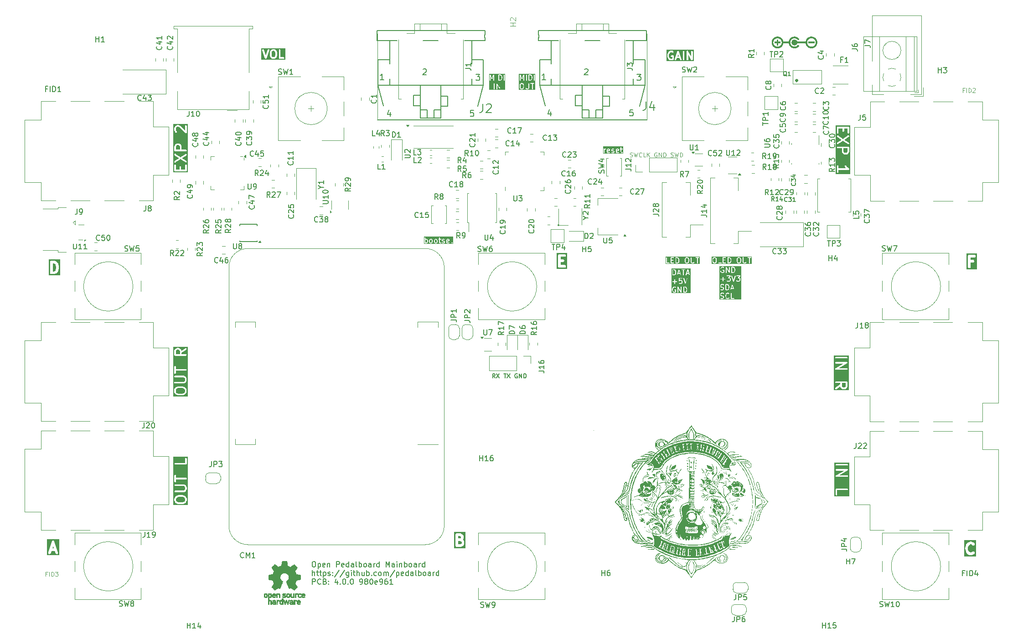
<source format=gbr>
%TF.GenerationSoftware,KiCad,Pcbnew,8.0.4+1*%
%TF.CreationDate,2024-10-16T16:42:29+00:00*%
%TF.ProjectId,pedalboard-hw,70656461-6c62-46f6-9172-642d68772e6b,4.0.0*%
%TF.SameCoordinates,Original*%
%TF.FileFunction,Legend,Top*%
%TF.FilePolarity,Positive*%
%FSLAX46Y46*%
G04 Gerber Fmt 4.6, Leading zero omitted, Abs format (unit mm)*
G04 Created by KiCad (PCBNEW 8.0.4+1) date 2024-10-16 16:42:29*
%MOMM*%
%LPD*%
G01*
G04 APERTURE LIST*
%ADD10C,0.000000*%
%ADD11C,0.019755*%
%ADD12C,0.008210*%
%ADD13C,0.004304*%
%ADD14C,0.004635*%
%ADD15C,0.300000*%
%ADD16C,0.500000*%
%ADD17C,0.150000*%
%ADD18C,0.125000*%
%ADD19C,0.100000*%
%ADD20C,0.160020*%
%ADD21C,0.127000*%
%ADD22C,0.120000*%
%ADD23C,0.010000*%
%ADD24C,0.152400*%
%ADD25C,0.317500*%
G04 APERTURE END LIST*
D10*
G36*
X143329721Y-103986939D02*
G01*
X143331298Y-103988442D01*
X143332688Y-103991099D01*
X143334896Y-103999796D01*
X143336318Y-104012875D01*
X143336928Y-104030182D01*
X143336702Y-104051560D01*
X143335612Y-104076856D01*
X143333634Y-104105914D01*
X143330740Y-104138578D01*
X143322107Y-104214108D01*
X143319301Y-104235091D01*
X143316195Y-104255629D01*
X143312820Y-104275609D01*
X143309208Y-104294917D01*
X143305389Y-104313439D01*
X143301395Y-104331063D01*
X143297255Y-104347673D01*
X143293002Y-104363157D01*
X143288667Y-104377401D01*
X143284279Y-104390291D01*
X143279872Y-104401713D01*
X143275474Y-104411554D01*
X143271118Y-104419700D01*
X143268965Y-104423102D01*
X143266834Y-104426037D01*
X143264729Y-104428492D01*
X143262653Y-104430452D01*
X143260612Y-104431903D01*
X143258607Y-104432831D01*
X143253410Y-104433825D01*
X143248407Y-104433548D01*
X143243607Y-104432071D01*
X143239018Y-104429469D01*
X143234649Y-104425812D01*
X143230508Y-104421173D01*
X143226603Y-104415625D01*
X143222943Y-104409239D01*
X143219537Y-104402089D01*
X143216392Y-104394246D01*
X143210920Y-104376772D01*
X143206596Y-104357397D01*
X143203486Y-104336699D01*
X143201657Y-104315257D01*
X143201178Y-104293649D01*
X143202114Y-104272455D01*
X143204534Y-104252253D01*
X143208503Y-104233621D01*
X143211091Y-104225076D01*
X143214091Y-104217140D01*
X143217512Y-104209886D01*
X143221363Y-104203387D01*
X143225651Y-104197715D01*
X143230386Y-104192941D01*
X143234472Y-104189190D01*
X143238764Y-104184590D01*
X143243222Y-104179206D01*
X143247804Y-104173098D01*
X143252469Y-104166328D01*
X143257174Y-104158959D01*
X143261880Y-104151053D01*
X143266545Y-104142671D01*
X143271127Y-104133875D01*
X143275585Y-104124729D01*
X143279877Y-104115293D01*
X143283963Y-104105629D01*
X143287801Y-104095800D01*
X143291349Y-104085868D01*
X143294567Y-104075895D01*
X143297412Y-104065942D01*
X143304395Y-104039623D01*
X143310773Y-104018771D01*
X143316520Y-104003232D01*
X143321611Y-103992850D01*
X143323903Y-103989545D01*
X143326020Y-103987471D01*
X143327961Y-103986608D01*
X143329721Y-103986939D01*
G37*
G36*
X139005375Y-112479527D02*
G01*
X139013059Y-112480117D01*
X139020598Y-112481016D01*
X139027976Y-112482216D01*
X139035175Y-112483709D01*
X139042181Y-112485489D01*
X139048977Y-112487549D01*
X139055547Y-112489882D01*
X139061875Y-112492480D01*
X139067944Y-112495337D01*
X139073739Y-112498444D01*
X139079243Y-112501796D01*
X139084440Y-112505385D01*
X139089315Y-112509204D01*
X139093850Y-112513246D01*
X139098030Y-112517504D01*
X139101838Y-112521970D01*
X139105259Y-112526637D01*
X139108276Y-112531500D01*
X139110874Y-112536549D01*
X139113035Y-112541779D01*
X139114744Y-112547181D01*
X139115985Y-112552750D01*
X139116741Y-112558478D01*
X139116997Y-112564357D01*
X139116905Y-112565979D01*
X139116631Y-112567538D01*
X139116183Y-112569030D01*
X139115563Y-112570455D01*
X139114779Y-112571810D01*
X139113834Y-112573093D01*
X139112734Y-112574303D01*
X139111484Y-112575437D01*
X139110090Y-112576494D01*
X139108556Y-112577471D01*
X139105090Y-112579179D01*
X139101128Y-112580546D01*
X139096712Y-112581557D01*
X139091882Y-112582195D01*
X139086679Y-112582446D01*
X139081146Y-112582294D01*
X139075324Y-112581723D01*
X139069254Y-112580717D01*
X139062977Y-112579263D01*
X139056534Y-112577343D01*
X139049968Y-112574942D01*
X139042698Y-112573163D01*
X139035464Y-112571793D01*
X139028303Y-112570826D01*
X139021250Y-112570256D01*
X139014342Y-112570080D01*
X139007614Y-112570291D01*
X139001104Y-112570884D01*
X138994847Y-112571855D01*
X138991824Y-112572481D01*
X138988879Y-112573198D01*
X138986015Y-112574008D01*
X138983237Y-112574908D01*
X138980549Y-112575899D01*
X138977956Y-112576979D01*
X138975463Y-112578149D01*
X138973074Y-112579407D01*
X138970793Y-112580754D01*
X138968625Y-112582187D01*
X138966575Y-112583707D01*
X138964647Y-112585312D01*
X138962845Y-112587003D01*
X138961175Y-112588779D01*
X138959640Y-112590638D01*
X138958246Y-112592581D01*
X138955980Y-112595884D01*
X138953182Y-112599162D01*
X138949898Y-112602387D01*
X138946175Y-112605535D01*
X138942059Y-112608580D01*
X138937597Y-112611495D01*
X138932835Y-112614256D01*
X138927820Y-112616835D01*
X138922598Y-112619208D01*
X138917215Y-112621348D01*
X138911720Y-112623230D01*
X138906157Y-112624828D01*
X138900573Y-112626116D01*
X138895015Y-112627067D01*
X138889529Y-112627657D01*
X138884163Y-112627860D01*
X138876295Y-112627525D01*
X138869216Y-112626546D01*
X138862910Y-112624961D01*
X138857360Y-112622809D01*
X138852549Y-112620127D01*
X138848460Y-112616953D01*
X138845076Y-112613326D01*
X138842381Y-112609283D01*
X138840358Y-112604864D01*
X138838989Y-112600105D01*
X138838259Y-112595045D01*
X138838150Y-112589722D01*
X138838646Y-112584174D01*
X138839730Y-112578440D01*
X138841385Y-112572557D01*
X138843594Y-112566564D01*
X138846340Y-112560498D01*
X138849607Y-112554398D01*
X138853378Y-112548302D01*
X138857636Y-112542248D01*
X138862364Y-112536274D01*
X138867546Y-112530418D01*
X138873164Y-112524719D01*
X138879202Y-112519214D01*
X138885643Y-112513942D01*
X138892471Y-112508940D01*
X138899668Y-112504247D01*
X138907217Y-112499901D01*
X138915103Y-112495940D01*
X138923307Y-112492402D01*
X138931814Y-112489325D01*
X138940607Y-112486748D01*
X138948872Y-112484618D01*
X138957122Y-112482852D01*
X138965339Y-112481445D01*
X138973508Y-112480388D01*
X138981612Y-112479675D01*
X138989635Y-112479299D01*
X138997562Y-112479252D01*
X139005375Y-112479527D01*
G37*
G36*
X130646361Y-111327149D02*
G01*
X130649318Y-111328353D01*
X130651991Y-111330266D01*
X130654384Y-111332896D01*
X130656504Y-111336251D01*
X130658355Y-111340340D01*
X130659942Y-111345172D01*
X130662347Y-111357095D01*
X130663759Y-111372087D01*
X130664221Y-111390216D01*
X130663773Y-111411549D01*
X130662457Y-111436153D01*
X130660314Y-111464096D01*
X130657386Y-111495444D01*
X130655690Y-111516279D01*
X130654568Y-111536453D01*
X130654014Y-111555966D01*
X130654023Y-111574817D01*
X130654591Y-111593007D01*
X130655712Y-111610536D01*
X130657380Y-111627403D01*
X130659591Y-111643609D01*
X130662339Y-111659153D01*
X130665620Y-111674036D01*
X130669427Y-111688257D01*
X130673757Y-111701817D01*
X130678603Y-111714715D01*
X130683961Y-111726952D01*
X130689826Y-111738528D01*
X130696191Y-111749442D01*
X130701519Y-111758439D01*
X130706899Y-111768170D01*
X130717689Y-111789461D01*
X130728314Y-111812570D01*
X130738525Y-111836755D01*
X130748075Y-111861269D01*
X130756715Y-111885371D01*
X130764198Y-111908315D01*
X130770275Y-111929358D01*
X130771359Y-111934308D01*
X130772623Y-111939231D01*
X130774060Y-111944121D01*
X130775663Y-111948974D01*
X130779344Y-111958542D01*
X130783614Y-111967888D01*
X130788422Y-111976965D01*
X130793715Y-111985726D01*
X130799443Y-111994127D01*
X130805553Y-112002118D01*
X130811993Y-112009656D01*
X130818713Y-112016691D01*
X130825660Y-112023180D01*
X130832783Y-112029074D01*
X130840029Y-112034327D01*
X130847349Y-112038893D01*
X130851019Y-112040903D01*
X130854688Y-112042725D01*
X130858350Y-112044351D01*
X130861997Y-112045776D01*
X130868685Y-112048124D01*
X130875481Y-112051164D01*
X130882329Y-112054845D01*
X130889172Y-112059115D01*
X130895953Y-112063923D01*
X130902615Y-112069216D01*
X130909101Y-112074943D01*
X130915355Y-112081053D01*
X130921319Y-112087494D01*
X130926937Y-112094213D01*
X130932152Y-112101160D01*
X130936907Y-112108283D01*
X130941145Y-112115530D01*
X130944810Y-112122849D01*
X130947844Y-112130188D01*
X130949107Y-112133850D01*
X130950191Y-112137497D01*
X130953219Y-112146417D01*
X130956350Y-112154655D01*
X130959580Y-112162212D01*
X130962911Y-112169089D01*
X130966339Y-112175287D01*
X130969865Y-112180805D01*
X130973486Y-112185645D01*
X130977201Y-112189808D01*
X130981009Y-112193294D01*
X130984910Y-112196103D01*
X130988900Y-112198237D01*
X130992980Y-112199696D01*
X130997147Y-112200480D01*
X131001401Y-112200591D01*
X131005740Y-112200028D01*
X131010164Y-112198793D01*
X131014670Y-112196886D01*
X131019257Y-112194308D01*
X131023924Y-112191060D01*
X131028671Y-112187142D01*
X131033494Y-112182554D01*
X131038394Y-112177298D01*
X131043369Y-112171374D01*
X131048418Y-112164783D01*
X131053539Y-112157525D01*
X131058731Y-112149601D01*
X131069323Y-112131757D01*
X131080183Y-112111258D01*
X131091302Y-112088107D01*
X131127755Y-112015052D01*
X131163319Y-111949153D01*
X131198428Y-111890128D01*
X131233516Y-111837691D01*
X131251188Y-111813855D01*
X131269018Y-111791559D01*
X131287059Y-111770768D01*
X131305367Y-111751447D01*
X131323995Y-111733560D01*
X131342998Y-111717071D01*
X131362429Y-111701945D01*
X131382344Y-111688147D01*
X131402796Y-111675640D01*
X131423840Y-111664390D01*
X131445530Y-111654361D01*
X131467920Y-111645517D01*
X131491065Y-111637823D01*
X131515018Y-111631244D01*
X131539835Y-111625743D01*
X131565568Y-111621285D01*
X131592273Y-111617835D01*
X131620004Y-111615357D01*
X131678760Y-111613175D01*
X131742271Y-111614456D01*
X131810969Y-111618915D01*
X131835466Y-111621185D01*
X131859973Y-111624010D01*
X131908810Y-111631235D01*
X131957069Y-111640402D01*
X132004336Y-111651327D01*
X132050197Y-111663822D01*
X132094239Y-111677702D01*
X132136049Y-111692781D01*
X132175212Y-111708873D01*
X132211317Y-111725792D01*
X132228093Y-111734504D01*
X132243949Y-111743352D01*
X132258833Y-111752314D01*
X132272695Y-111761366D01*
X132285481Y-111770486D01*
X132297141Y-111779649D01*
X132307623Y-111788833D01*
X132316875Y-111798015D01*
X132324845Y-111807170D01*
X132331482Y-111816277D01*
X132336734Y-111825311D01*
X132340549Y-111834250D01*
X132342876Y-111843070D01*
X132343664Y-111851747D01*
X132343581Y-111859800D01*
X132343168Y-111866727D01*
X132342175Y-111872475D01*
X132340356Y-111876993D01*
X132339059Y-111878775D01*
X132337462Y-111880230D01*
X132335535Y-111881352D01*
X132333245Y-111882134D01*
X132330563Y-111882569D01*
X132327458Y-111882652D01*
X132319851Y-111881734D01*
X132310177Y-111879328D01*
X132298188Y-111875381D01*
X132283636Y-111869843D01*
X132266273Y-111862662D01*
X132222120Y-111843163D01*
X132163747Y-111816470D01*
X132130119Y-111802126D01*
X132097959Y-111789523D01*
X132067163Y-111778666D01*
X132037629Y-111769562D01*
X132009251Y-111762214D01*
X131981928Y-111756629D01*
X131955556Y-111752811D01*
X131930032Y-111750765D01*
X131905251Y-111750497D01*
X131881111Y-111752012D01*
X131857509Y-111755315D01*
X131834341Y-111760412D01*
X131811503Y-111767306D01*
X131788893Y-111776004D01*
X131766407Y-111786511D01*
X131743941Y-111798831D01*
X131722292Y-111810813D01*
X131695104Y-111825234D01*
X131628407Y-111859244D01*
X131552449Y-111896561D01*
X131475831Y-111932886D01*
X131443270Y-111949406D01*
X131411800Y-111967151D01*
X131381518Y-111986022D01*
X131352524Y-112005922D01*
X131324914Y-112026752D01*
X131298787Y-112048413D01*
X131274242Y-112070809D01*
X131251376Y-112093841D01*
X131230287Y-112117409D01*
X131211075Y-112141418D01*
X131193836Y-112165767D01*
X131178670Y-112190359D01*
X131165674Y-112215096D01*
X131154947Y-112239880D01*
X131150465Y-112252258D01*
X131146587Y-112264612D01*
X131143325Y-112276928D01*
X131140691Y-112289194D01*
X131138545Y-112298505D01*
X131136085Y-112307257D01*
X131133331Y-112315447D01*
X131130301Y-112323072D01*
X131127012Y-112330132D01*
X131123483Y-112336624D01*
X131119732Y-112342547D01*
X131115777Y-112347897D01*
X131111635Y-112352674D01*
X131107326Y-112356876D01*
X131102866Y-112360500D01*
X131098275Y-112363545D01*
X131093571Y-112366008D01*
X131088770Y-112367888D01*
X131083893Y-112369183D01*
X131078955Y-112369890D01*
X131073977Y-112370009D01*
X131068975Y-112369536D01*
X131063968Y-112368471D01*
X131058974Y-112366810D01*
X131054011Y-112364553D01*
X131049097Y-112361697D01*
X131044250Y-112358240D01*
X131039488Y-112354180D01*
X131034830Y-112349516D01*
X131030293Y-112344245D01*
X131025896Y-112338366D01*
X131021657Y-112331876D01*
X131017593Y-112324774D01*
X131013722Y-112317058D01*
X131010064Y-112308725D01*
X131006636Y-112299774D01*
X131002926Y-112291144D01*
X130998450Y-112282488D01*
X130993272Y-112273862D01*
X130987453Y-112265325D01*
X130981056Y-112256932D01*
X130974142Y-112248740D01*
X130966773Y-112240807D01*
X130959011Y-112233189D01*
X130950918Y-112225943D01*
X130942557Y-112219126D01*
X130933989Y-112212794D01*
X130925276Y-112207006D01*
X130916481Y-112201816D01*
X130907665Y-112197283D01*
X130898890Y-112193463D01*
X130890219Y-112190413D01*
X130874532Y-112185255D01*
X130859144Y-112177591D01*
X130843943Y-112167229D01*
X130828814Y-112153978D01*
X130813643Y-112137648D01*
X130798318Y-112118046D01*
X130782724Y-112094982D01*
X130766747Y-112068265D01*
X130750274Y-112037702D01*
X130733192Y-112003104D01*
X130715386Y-111964278D01*
X130696743Y-111921035D01*
X130656490Y-111820527D01*
X130611525Y-111700052D01*
X130597837Y-111662027D01*
X130585866Y-111627195D01*
X130575589Y-111595361D01*
X130566987Y-111566327D01*
X130560038Y-111539898D01*
X130557177Y-111527599D01*
X130554722Y-111515878D01*
X130552670Y-111504709D01*
X130551019Y-111494068D01*
X130549765Y-111483932D01*
X130548907Y-111474275D01*
X130548441Y-111465072D01*
X130548366Y-111456300D01*
X130548678Y-111447933D01*
X130549375Y-111439948D01*
X130550455Y-111432319D01*
X130551914Y-111425022D01*
X130553751Y-111418032D01*
X130555962Y-111411326D01*
X130558546Y-111404878D01*
X130561498Y-111398663D01*
X130564818Y-111392658D01*
X130568502Y-111386838D01*
X130572548Y-111381178D01*
X130576953Y-111375653D01*
X130581715Y-111370240D01*
X130586830Y-111364913D01*
X130600025Y-111352232D01*
X130611855Y-111342017D01*
X130622363Y-111334334D01*
X130627133Y-111331463D01*
X130631589Y-111329250D01*
X130635734Y-111327704D01*
X130639575Y-111326833D01*
X130643115Y-111326645D01*
X130646361Y-111327149D01*
G37*
G36*
X144702373Y-111273845D02*
G01*
X144705093Y-111274316D01*
X144707874Y-111275046D01*
X144710729Y-111276037D01*
X144713666Y-111277289D01*
X144716696Y-111278803D01*
X144719829Y-111280579D01*
X144723076Y-111282617D01*
X144726447Y-111284919D01*
X144729952Y-111287486D01*
X144737407Y-111293414D01*
X144745523Y-111300407D01*
X144754384Y-111308469D01*
X144762447Y-111316707D01*
X144766076Y-111320568D01*
X144769440Y-111324269D01*
X144772537Y-111327816D01*
X144775368Y-111331220D01*
X144777935Y-111334488D01*
X144780237Y-111337629D01*
X144782276Y-111340651D01*
X144784052Y-111343563D01*
X144785565Y-111346372D01*
X144786818Y-111349088D01*
X144787809Y-111351718D01*
X144788539Y-111354272D01*
X144789010Y-111356757D01*
X144789222Y-111359182D01*
X144789176Y-111361555D01*
X144788872Y-111363885D01*
X144788311Y-111366180D01*
X144787493Y-111368449D01*
X144786420Y-111370699D01*
X144785091Y-111372940D01*
X144783508Y-111375180D01*
X144781671Y-111377426D01*
X144779581Y-111379689D01*
X144777238Y-111381975D01*
X144774643Y-111384293D01*
X144771797Y-111386652D01*
X144768700Y-111389060D01*
X144765354Y-111391526D01*
X144757913Y-111396663D01*
X144748729Y-111402227D01*
X144739711Y-111407028D01*
X144730882Y-111411087D01*
X144722263Y-111414427D01*
X144713877Y-111417069D01*
X144705746Y-111419035D01*
X144697891Y-111420347D01*
X144690334Y-111421028D01*
X144683098Y-111421099D01*
X144676204Y-111420582D01*
X144669674Y-111419500D01*
X144663531Y-111417873D01*
X144657796Y-111415724D01*
X144652491Y-111413076D01*
X144647638Y-111409949D01*
X144643260Y-111406367D01*
X144639377Y-111402350D01*
X144636013Y-111397921D01*
X144633189Y-111393102D01*
X144630926Y-111387915D01*
X144629248Y-111382381D01*
X144628175Y-111376524D01*
X144627731Y-111370364D01*
X144627936Y-111363923D01*
X144628813Y-111357224D01*
X144630384Y-111350289D01*
X144632670Y-111343139D01*
X144635695Y-111335797D01*
X144639478Y-111328284D01*
X144644044Y-111320623D01*
X144649413Y-111312835D01*
X144655608Y-111304942D01*
X144661988Y-111297502D01*
X144667954Y-111291058D01*
X144670809Y-111288212D01*
X144673591Y-111285618D01*
X144676310Y-111283275D01*
X144678979Y-111281185D01*
X144681606Y-111279348D01*
X144684201Y-111277764D01*
X144686777Y-111276436D01*
X144689342Y-111275362D01*
X144691906Y-111274545D01*
X144694482Y-111273983D01*
X144697078Y-111273679D01*
X144699704Y-111273633D01*
X144702373Y-111273845D01*
G37*
G36*
X142231583Y-108898116D02*
G01*
X142234039Y-108898436D01*
X142236620Y-108899068D01*
X142239337Y-108900013D01*
X142242200Y-108901271D01*
X142245221Y-108902845D01*
X142248411Y-108904736D01*
X142251780Y-108906944D01*
X142255340Y-108909471D01*
X142263075Y-108915488D01*
X142271704Y-108922797D01*
X142281315Y-108931408D01*
X142291995Y-108941332D01*
X142298485Y-108947475D01*
X142304718Y-108953975D01*
X142310688Y-108960795D01*
X142316387Y-108967900D01*
X142321806Y-108975253D01*
X142326939Y-108982817D01*
X142331777Y-108990557D01*
X142336313Y-108998437D01*
X142340539Y-109006420D01*
X142344447Y-109014471D01*
X142348030Y-109022552D01*
X142351279Y-109030628D01*
X142354187Y-109038663D01*
X142356746Y-109046620D01*
X142358949Y-109054464D01*
X142360787Y-109062158D01*
X142362254Y-109069665D01*
X142363340Y-109076951D01*
X142364039Y-109083978D01*
X142364343Y-109090711D01*
X142364243Y-109097113D01*
X142363733Y-109103148D01*
X142362804Y-109108779D01*
X142361449Y-109113972D01*
X142359659Y-109118689D01*
X142357428Y-109122895D01*
X142354748Y-109126553D01*
X142351610Y-109129627D01*
X142348006Y-109132080D01*
X142343931Y-109133878D01*
X142339374Y-109134983D01*
X142334329Y-109135359D01*
X142329239Y-109134933D01*
X142323910Y-109133682D01*
X142318371Y-109131653D01*
X142312653Y-109128889D01*
X142306785Y-109125436D01*
X142300797Y-109121337D01*
X142288579Y-109111381D01*
X142276237Y-109099379D01*
X142264008Y-109085688D01*
X142252131Y-109070663D01*
X142240844Y-109054661D01*
X142230383Y-109038039D01*
X142220986Y-109021154D01*
X142212892Y-109004362D01*
X142206338Y-108988019D01*
X142201561Y-108972483D01*
X142199914Y-108965128D01*
X142198800Y-108958109D01*
X142198249Y-108951469D01*
X142198292Y-108945254D01*
X142198957Y-108939508D01*
X142200275Y-108934276D01*
X142204134Y-108925596D01*
X142207833Y-108918084D01*
X142211459Y-108911750D01*
X142213273Y-108909028D01*
X142215102Y-108906604D01*
X142216956Y-108904481D01*
X142218847Y-108902658D01*
X142220786Y-108901138D01*
X142222784Y-108899921D01*
X142224851Y-108899009D01*
X142227000Y-108898403D01*
X142229240Y-108898105D01*
X142231583Y-108898116D01*
G37*
G36*
X133694012Y-98200305D02*
G01*
X133694951Y-98200832D01*
X133695864Y-98201710D01*
X133696759Y-98202940D01*
X133697644Y-98204522D01*
X133698527Y-98206454D01*
X133700315Y-98211374D01*
X133702185Y-98217699D01*
X133704201Y-98225430D01*
X133708913Y-98245109D01*
X133710434Y-98251660D01*
X133711693Y-98258074D01*
X133712697Y-98264342D01*
X133713454Y-98270451D01*
X133713971Y-98276389D01*
X133714254Y-98282145D01*
X133714312Y-98287708D01*
X133714150Y-98293065D01*
X133713776Y-98298204D01*
X133713198Y-98303116D01*
X133712422Y-98307787D01*
X133711456Y-98312206D01*
X133710306Y-98316361D01*
X133708980Y-98320241D01*
X133707484Y-98323835D01*
X133705827Y-98327130D01*
X133704014Y-98330115D01*
X133702053Y-98332778D01*
X133699952Y-98335108D01*
X133697717Y-98337093D01*
X133695355Y-98338722D01*
X133692874Y-98339982D01*
X133690280Y-98340862D01*
X133687581Y-98341351D01*
X133684784Y-98341437D01*
X133681896Y-98341109D01*
X133678924Y-98340353D01*
X133675875Y-98339160D01*
X133672756Y-98337518D01*
X133669575Y-98335414D01*
X133666338Y-98332837D01*
X133663052Y-98329776D01*
X133661781Y-98328702D01*
X133660611Y-98327468D01*
X133659543Y-98326081D01*
X133658574Y-98324546D01*
X133656929Y-98321055D01*
X133655666Y-98317042D01*
X133654775Y-98312554D01*
X133654246Y-98307637D01*
X133654069Y-98302338D01*
X133654233Y-98296702D01*
X133654727Y-98290778D01*
X133655542Y-98284610D01*
X133656667Y-98278246D01*
X133658091Y-98271732D01*
X133659805Y-98265115D01*
X133661798Y-98258441D01*
X133664060Y-98251757D01*
X133666580Y-98245109D01*
X133675923Y-98225430D01*
X133679758Y-98217699D01*
X133683117Y-98211374D01*
X133686062Y-98206454D01*
X133687400Y-98204522D01*
X133688657Y-98202940D01*
X133689841Y-98201710D01*
X133690961Y-98200832D01*
X133692025Y-98200305D01*
X133693039Y-98200129D01*
X133694012Y-98200305D01*
G37*
G36*
X133698358Y-109122627D02*
G01*
X133699606Y-109123291D01*
X133700762Y-109124562D01*
X133701837Y-109126436D01*
X133702843Y-109128912D01*
X133703790Y-109131989D01*
X133705551Y-109139934D01*
X133707209Y-109150256D01*
X133708852Y-109162940D01*
X133712442Y-109195331D01*
X133715398Y-109215884D01*
X133718891Y-109237388D01*
X133722797Y-109259141D01*
X133726993Y-109280439D01*
X133731355Y-109300579D01*
X133735758Y-109318859D01*
X133740078Y-109334575D01*
X133742168Y-109341253D01*
X133744192Y-109347026D01*
X133749257Y-109359300D01*
X133753872Y-109371631D01*
X133758041Y-109383995D01*
X133761769Y-109396366D01*
X133765060Y-109408719D01*
X133767919Y-109421028D01*
X133770350Y-109433270D01*
X133772359Y-109445417D01*
X133773949Y-109457446D01*
X133775124Y-109469330D01*
X133775890Y-109481046D01*
X133776252Y-109492566D01*
X133776212Y-109503868D01*
X133775777Y-109514924D01*
X133774950Y-109525711D01*
X133773737Y-109536202D01*
X133772141Y-109546373D01*
X133770167Y-109556198D01*
X133767819Y-109565653D01*
X133765103Y-109574712D01*
X133762023Y-109583349D01*
X133758582Y-109591540D01*
X133754787Y-109599260D01*
X133750641Y-109606483D01*
X133746148Y-109613184D01*
X133741314Y-109619337D01*
X133736142Y-109624919D01*
X133730638Y-109629903D01*
X133724806Y-109634264D01*
X133718650Y-109637977D01*
X133712175Y-109641018D01*
X133705385Y-109643359D01*
X133684896Y-109648522D01*
X133665124Y-109652787D01*
X133646104Y-109656186D01*
X133627871Y-109658752D01*
X133610459Y-109660517D01*
X133593904Y-109661513D01*
X133578240Y-109661773D01*
X133563503Y-109661329D01*
X133549727Y-109660213D01*
X133536946Y-109658457D01*
X133525197Y-109656095D01*
X133514514Y-109653157D01*
X133504931Y-109649677D01*
X133496484Y-109645686D01*
X133489207Y-109641218D01*
X133483136Y-109636303D01*
X133478305Y-109630976D01*
X133474749Y-109625267D01*
X133472503Y-109619210D01*
X133471602Y-109612835D01*
X133472080Y-109606177D01*
X133473974Y-109599267D01*
X133477316Y-109592137D01*
X133482144Y-109584820D01*
X133488490Y-109577348D01*
X133496391Y-109569753D01*
X133505881Y-109562068D01*
X133516994Y-109554324D01*
X133529767Y-109546555D01*
X133544233Y-109538792D01*
X133560428Y-109531068D01*
X133578386Y-109523415D01*
X133588390Y-109519094D01*
X133597897Y-109514731D01*
X133606905Y-109510324D01*
X133615414Y-109505872D01*
X133623421Y-109501373D01*
X133630925Y-109496826D01*
X133637926Y-109492231D01*
X133644422Y-109487585D01*
X133650411Y-109482887D01*
X133655892Y-109478136D01*
X133660864Y-109473331D01*
X133665326Y-109468471D01*
X133669277Y-109463554D01*
X133672714Y-109458578D01*
X133675638Y-109453543D01*
X133678046Y-109448448D01*
X133679937Y-109443290D01*
X133681310Y-109438070D01*
X133682164Y-109432784D01*
X133682497Y-109427433D01*
X133682308Y-109422014D01*
X133681596Y-109416527D01*
X133680359Y-109410971D01*
X133678597Y-109405343D01*
X133676307Y-109399643D01*
X133673489Y-109393869D01*
X133670142Y-109388021D01*
X133666263Y-109382096D01*
X133661852Y-109376093D01*
X133656908Y-109370012D01*
X133651429Y-109363851D01*
X133645413Y-109357608D01*
X133640454Y-109352145D01*
X133636167Y-109346315D01*
X133632561Y-109340083D01*
X133629649Y-109333410D01*
X133627439Y-109326263D01*
X133625942Y-109318603D01*
X133625168Y-109310396D01*
X133625129Y-109301605D01*
X133625833Y-109292194D01*
X133627292Y-109282127D01*
X133629516Y-109271367D01*
X133632515Y-109259878D01*
X133636299Y-109247625D01*
X133640880Y-109234571D01*
X133646266Y-109220679D01*
X133652469Y-109205914D01*
X133668792Y-109170010D01*
X133675436Y-109155863D01*
X133681187Y-109144233D01*
X133686132Y-109135105D01*
X133690358Y-109128462D01*
X133692229Y-109126067D01*
X133693954Y-109124289D01*
X133695543Y-109123124D01*
X133697007Y-109122571D01*
X133698358Y-109122627D01*
G37*
G36*
X131621139Y-101784162D02*
G01*
X131622895Y-101784435D01*
X131627022Y-101785693D01*
X131631935Y-101787880D01*
X131637591Y-101790977D01*
X131643951Y-101794963D01*
X131650972Y-101799817D01*
X131658613Y-101805519D01*
X131666833Y-101812047D01*
X131675591Y-101819382D01*
X131684844Y-101827501D01*
X131694553Y-101836386D01*
X131703193Y-101845692D01*
X131711255Y-101855061D01*
X131718740Y-101864455D01*
X131725648Y-101873834D01*
X131731980Y-101883159D01*
X131737736Y-101892390D01*
X131742917Y-101901489D01*
X131747524Y-101910414D01*
X131751558Y-101919128D01*
X131755018Y-101927591D01*
X131757906Y-101935763D01*
X131760223Y-101943604D01*
X131761968Y-101951077D01*
X131763143Y-101958140D01*
X131763749Y-101964755D01*
X131763785Y-101970883D01*
X131763253Y-101976483D01*
X131762153Y-101981517D01*
X131760486Y-101985945D01*
X131758252Y-101989727D01*
X131755453Y-101992825D01*
X131753841Y-101994105D01*
X131752088Y-101995199D01*
X131750194Y-101996102D01*
X131748159Y-101996809D01*
X131743666Y-101997617D01*
X131738609Y-101997582D01*
X131732990Y-101996665D01*
X131726809Y-101994827D01*
X131720067Y-101992028D01*
X131712764Y-101988230D01*
X131704901Y-101983392D01*
X131696478Y-101977476D01*
X131687497Y-101970441D01*
X131680547Y-101964949D01*
X131674233Y-101960402D01*
X131668529Y-101956838D01*
X131665898Y-101955435D01*
X131663409Y-101954291D01*
X131661060Y-101953411D01*
X131658847Y-101952799D01*
X131656767Y-101952459D01*
X131654817Y-101952397D01*
X131652993Y-101952616D01*
X131651293Y-101953121D01*
X131649713Y-101953917D01*
X131648250Y-101955008D01*
X131646901Y-101956399D01*
X131645662Y-101958094D01*
X131644531Y-101960098D01*
X131643503Y-101962416D01*
X131642576Y-101965051D01*
X131641747Y-101968008D01*
X131640368Y-101974908D01*
X131639340Y-101983151D01*
X131638639Y-101992774D01*
X131638236Y-102003813D01*
X131638108Y-102016304D01*
X131638229Y-102025516D01*
X131638583Y-102034604D01*
X131639154Y-102043527D01*
X131639927Y-102052242D01*
X131640886Y-102060710D01*
X131642015Y-102068889D01*
X131643299Y-102076737D01*
X131644723Y-102084213D01*
X131646270Y-102091275D01*
X131647927Y-102097883D01*
X131649676Y-102103994D01*
X131651503Y-102109568D01*
X131653392Y-102114564D01*
X131655327Y-102118939D01*
X131657293Y-102122653D01*
X131659275Y-102125664D01*
X131663110Y-102130290D01*
X131666677Y-102136171D01*
X131669978Y-102143218D01*
X131673014Y-102151344D01*
X131678297Y-102170475D01*
X131682536Y-102192857D01*
X131685742Y-102217782D01*
X131687924Y-102244541D01*
X131689094Y-102272427D01*
X131689261Y-102300731D01*
X131688436Y-102328745D01*
X131686629Y-102355763D01*
X131683850Y-102381075D01*
X131680111Y-102403974D01*
X131675420Y-102423751D01*
X131669789Y-102439699D01*
X131666624Y-102446016D01*
X131663228Y-102451110D01*
X131659602Y-102454893D01*
X131655747Y-102457276D01*
X131647433Y-102458563D01*
X131637145Y-102457238D01*
X131625042Y-102453459D01*
X131611278Y-102447382D01*
X131596010Y-102439166D01*
X131579395Y-102428968D01*
X131542748Y-102403257D01*
X131502587Y-102371510D01*
X131460162Y-102334988D01*
X131416724Y-102294953D01*
X131373525Y-102252664D01*
X131331813Y-102209383D01*
X131292840Y-102166371D01*
X131257857Y-102124889D01*
X131228114Y-102086197D01*
X131204861Y-102051556D01*
X131196060Y-102036149D01*
X131189350Y-102022228D01*
X131184888Y-102009950D01*
X131182830Y-101999473D01*
X131183333Y-101990955D01*
X131186552Y-101984553D01*
X131195262Y-101974187D01*
X131204185Y-101964260D01*
X131213306Y-101954777D01*
X131222609Y-101945740D01*
X131232080Y-101937156D01*
X131241704Y-101929029D01*
X131251466Y-101921363D01*
X131261352Y-101914163D01*
X131271347Y-101907433D01*
X131281435Y-101901177D01*
X131291601Y-101895401D01*
X131301832Y-101890109D01*
X131312112Y-101885305D01*
X131322426Y-101880994D01*
X131332760Y-101877181D01*
X131343098Y-101873869D01*
X131353425Y-101871064D01*
X131363728Y-101868770D01*
X131373990Y-101866991D01*
X131384198Y-101865732D01*
X131394335Y-101864998D01*
X131404389Y-101864792D01*
X131414342Y-101865121D01*
X131424181Y-101865987D01*
X131433892Y-101867396D01*
X131443458Y-101869352D01*
X131452865Y-101871860D01*
X131462098Y-101874924D01*
X131471143Y-101878548D01*
X131479984Y-101882738D01*
X131488607Y-101887498D01*
X131496997Y-101892832D01*
X131505211Y-101898435D01*
X131513304Y-101903350D01*
X131521261Y-101907589D01*
X131529064Y-101911166D01*
X131536696Y-101914095D01*
X131544141Y-101916388D01*
X131551382Y-101918060D01*
X131558402Y-101919124D01*
X131565185Y-101919594D01*
X131571712Y-101919483D01*
X131577969Y-101918805D01*
X131583937Y-101917574D01*
X131589601Y-101915802D01*
X131594943Y-101913504D01*
X131599946Y-101910693D01*
X131604594Y-101907383D01*
X131608870Y-101903587D01*
X131612757Y-101899319D01*
X131616239Y-101894592D01*
X131619298Y-101889420D01*
X131621918Y-101883817D01*
X131624082Y-101877796D01*
X131625772Y-101871370D01*
X131626974Y-101864554D01*
X131627669Y-101857360D01*
X131627840Y-101849803D01*
X131627472Y-101841895D01*
X131626547Y-101833651D01*
X131625048Y-101825084D01*
X131622959Y-101816208D01*
X131620262Y-101807036D01*
X131616942Y-101797582D01*
X131615488Y-101792824D01*
X131615151Y-101790842D01*
X131615068Y-101789121D01*
X131615232Y-101787658D01*
X131615639Y-101786451D01*
X131616284Y-101785497D01*
X131617162Y-101784794D01*
X131618267Y-101784338D01*
X131619594Y-101784129D01*
X131621139Y-101784162D01*
G37*
G36*
X143260075Y-103600182D02*
G01*
X143268749Y-103600441D01*
X143277920Y-103600928D01*
X143287546Y-103601647D01*
X143297585Y-103602604D01*
X143307996Y-103603804D01*
X143322478Y-103605308D01*
X143335550Y-103607242D01*
X143347288Y-103609702D01*
X143352682Y-103611161D01*
X143357771Y-103612788D01*
X143362566Y-103614596D01*
X143367075Y-103616597D01*
X143371310Y-103618804D01*
X143375279Y-103621228D01*
X143378992Y-103623883D01*
X143382460Y-103626779D01*
X143385690Y-103629930D01*
X143388694Y-103633348D01*
X143391481Y-103637045D01*
X143394061Y-103641033D01*
X143396443Y-103645325D01*
X143398637Y-103649933D01*
X143400653Y-103654869D01*
X143402500Y-103660145D01*
X143405727Y-103671768D01*
X143408396Y-103684900D01*
X143410584Y-103699638D01*
X143412369Y-103716083D01*
X143413829Y-103734330D01*
X143417116Y-103772544D01*
X143418039Y-103787583D01*
X143418295Y-103799926D01*
X143418129Y-103805088D01*
X143417745Y-103809581D01*
X143417124Y-103813404D01*
X143416249Y-103816559D01*
X143415102Y-103819047D01*
X143413668Y-103820871D01*
X143411926Y-103822030D01*
X143409862Y-103822526D01*
X143407456Y-103822361D01*
X143404691Y-103821535D01*
X143401551Y-103820051D01*
X143398018Y-103817909D01*
X143394073Y-103815111D01*
X143389700Y-103811658D01*
X143379600Y-103802792D01*
X143367578Y-103791321D01*
X143353493Y-103777257D01*
X143318581Y-103741386D01*
X143296662Y-103717980D01*
X143276191Y-103695690D01*
X143257622Y-103674972D01*
X143241409Y-103656279D01*
X143234329Y-103647834D01*
X143228008Y-103640066D01*
X143222503Y-103633032D01*
X143217872Y-103626788D01*
X143214171Y-103621392D01*
X143211457Y-103616901D01*
X143210488Y-103615012D01*
X143209787Y-103613370D01*
X143209361Y-103611983D01*
X143209218Y-103610858D01*
X143209341Y-103609886D01*
X143209707Y-103608957D01*
X143210311Y-103608070D01*
X143211147Y-103607227D01*
X143213497Y-103605672D01*
X143216714Y-103604299D01*
X143220759Y-103603111D01*
X143225589Y-103602115D01*
X143231163Y-103601315D01*
X143237440Y-103600716D01*
X143244379Y-103600324D01*
X143251937Y-103600145D01*
X143260075Y-103600182D01*
G37*
G36*
X137602015Y-98975430D02*
G01*
X137603936Y-98975643D01*
X137605813Y-98975992D01*
X137607645Y-98976475D01*
X137609430Y-98977087D01*
X137611168Y-98977824D01*
X137612856Y-98978682D01*
X137614494Y-98979658D01*
X137616080Y-98980748D01*
X137617613Y-98981948D01*
X137619092Y-98983253D01*
X137620516Y-98984661D01*
X137623191Y-98987767D01*
X137625629Y-98991234D01*
X137627818Y-98995032D01*
X137629749Y-98999130D01*
X137631411Y-99003497D01*
X137632794Y-99008101D01*
X137633888Y-99012912D01*
X137634682Y-99017899D01*
X137635166Y-99023030D01*
X137635330Y-99028275D01*
X137635289Y-99030910D01*
X137635166Y-99033521D01*
X137634964Y-99036102D01*
X137634682Y-99038652D01*
X137634323Y-99041165D01*
X137633888Y-99043639D01*
X137633378Y-99046068D01*
X137632794Y-99048450D01*
X137632138Y-99050780D01*
X137631411Y-99053054D01*
X137630614Y-99055269D01*
X137629749Y-99057421D01*
X137628816Y-99059505D01*
X137627818Y-99061519D01*
X137626755Y-99063457D01*
X137625629Y-99065317D01*
X137624440Y-99067094D01*
X137623191Y-99068784D01*
X137621883Y-99070385D01*
X137620516Y-99071890D01*
X137619092Y-99073298D01*
X137617613Y-99074603D01*
X137616080Y-99075803D01*
X137614494Y-99076893D01*
X137612856Y-99077869D01*
X137611168Y-99078727D01*
X137609430Y-99079464D01*
X137607645Y-99080076D01*
X137605813Y-99080558D01*
X137603936Y-99080908D01*
X137602015Y-99081120D01*
X137600052Y-99081192D01*
X137598399Y-99081120D01*
X137596749Y-99080908D01*
X137595105Y-99080558D01*
X137593472Y-99080076D01*
X137591851Y-99079464D01*
X137590246Y-99078727D01*
X137588661Y-99077869D01*
X137587098Y-99076893D01*
X137584053Y-99074603D01*
X137581138Y-99071890D01*
X137578377Y-99068784D01*
X137575798Y-99065317D01*
X137573425Y-99061519D01*
X137571285Y-99057421D01*
X137569403Y-99053054D01*
X137567805Y-99048450D01*
X137566518Y-99043639D01*
X137565566Y-99038652D01*
X137564976Y-99033521D01*
X137564773Y-99028275D01*
X137564825Y-99025641D01*
X137564976Y-99023030D01*
X137565224Y-99020449D01*
X137565566Y-99017899D01*
X137565998Y-99015386D01*
X137566518Y-99012912D01*
X137567121Y-99010483D01*
X137567805Y-99008101D01*
X137568567Y-99005771D01*
X137569403Y-99003497D01*
X137570310Y-99001282D01*
X137571285Y-98999130D01*
X137572324Y-98997046D01*
X137573425Y-98995032D01*
X137574584Y-98993094D01*
X137575798Y-98991234D01*
X137577063Y-98989457D01*
X137578377Y-98987767D01*
X137579737Y-98986167D01*
X137581138Y-98984661D01*
X137582578Y-98983253D01*
X137584053Y-98981948D01*
X137585561Y-98980748D01*
X137587098Y-98979658D01*
X137588661Y-98978682D01*
X137590246Y-98977824D01*
X137591851Y-98977087D01*
X137593472Y-98976475D01*
X137595105Y-98975992D01*
X137596749Y-98975643D01*
X137598399Y-98975430D01*
X137600052Y-98975359D01*
X137602015Y-98975430D01*
G37*
G36*
X145706715Y-106647120D02*
G01*
X145708104Y-106647322D01*
X145709339Y-106647707D01*
X145710412Y-106648276D01*
X145711241Y-106649411D01*
X145711745Y-106650828D01*
X145711933Y-106652517D01*
X145711811Y-106654470D01*
X145710668Y-106659136D01*
X145708373Y-106664757D01*
X145704982Y-106671268D01*
X145700553Y-106678600D01*
X145695142Y-106686686D01*
X145688805Y-106695460D01*
X145681601Y-106704854D01*
X145673585Y-106714800D01*
X145664815Y-106725233D01*
X145655347Y-106736084D01*
X145634546Y-106758773D01*
X145611636Y-106782330D01*
X145590012Y-106802312D01*
X145571432Y-106818656D01*
X145555880Y-106831444D01*
X145543340Y-106840760D01*
X145533798Y-106846686D01*
X145530146Y-106848403D01*
X145527238Y-106849304D01*
X145525071Y-106849399D01*
X145523643Y-106848698D01*
X145522954Y-106847211D01*
X145523000Y-106844950D01*
X145523780Y-106841923D01*
X145525292Y-106838142D01*
X145530503Y-106828358D01*
X145538619Y-106815680D01*
X145549623Y-106800191D01*
X145563501Y-106781973D01*
X145580236Y-106761109D01*
X145599814Y-106737683D01*
X145622218Y-106711775D01*
X145629487Y-106703427D01*
X145636715Y-106695591D01*
X145643860Y-106688281D01*
X145650881Y-106681514D01*
X145657737Y-106675305D01*
X145664386Y-106669670D01*
X145670787Y-106664624D01*
X145676899Y-106660182D01*
X145682680Y-106656361D01*
X145688089Y-106653175D01*
X145693084Y-106650640D01*
X145695414Y-106649622D01*
X145697625Y-106648772D01*
X145699712Y-106648093D01*
X145701669Y-106647586D01*
X145703493Y-106647254D01*
X145705176Y-106647098D01*
X145706715Y-106647120D01*
G37*
G36*
X147276746Y-104482221D02*
G01*
X147286131Y-104482303D01*
X147294446Y-104482551D01*
X147301697Y-104482965D01*
X147307889Y-104483543D01*
X147310589Y-104483895D01*
X147313026Y-104484287D01*
X147315201Y-104484721D01*
X147317115Y-104485197D01*
X147318767Y-104485713D01*
X147320159Y-104486271D01*
X147321292Y-104486871D01*
X147322165Y-104487512D01*
X147322780Y-104488194D01*
X147323138Y-104488917D01*
X147323238Y-104489682D01*
X147323082Y-104490488D01*
X147322670Y-104491335D01*
X147322003Y-104492224D01*
X147321081Y-104493154D01*
X147319905Y-104494126D01*
X147318477Y-104495139D01*
X147316796Y-104496193D01*
X147314862Y-104497288D01*
X147312678Y-104498425D01*
X147307558Y-104500823D01*
X147301440Y-104503386D01*
X147296073Y-104505571D01*
X147290581Y-104508133D01*
X147285007Y-104511037D01*
X147279392Y-104514245D01*
X147273776Y-104517722D01*
X147268202Y-104521432D01*
X147262710Y-104525338D01*
X147257343Y-104529404D01*
X147252141Y-104533594D01*
X147247145Y-104537872D01*
X147242398Y-104542202D01*
X147237940Y-104546547D01*
X147233813Y-104550871D01*
X147230057Y-104555139D01*
X147226715Y-104559314D01*
X147223828Y-104563359D01*
X147220604Y-104567578D01*
X147219056Y-104569380D01*
X147217551Y-104570980D01*
X147216090Y-104572378D01*
X147214674Y-104573576D01*
X147213302Y-104574574D01*
X147211977Y-104575376D01*
X147210698Y-104575980D01*
X147209466Y-104576390D01*
X147208283Y-104576606D01*
X147207147Y-104576629D01*
X147206061Y-104576462D01*
X147205024Y-104576104D01*
X147204038Y-104575558D01*
X147203103Y-104574824D01*
X147202219Y-104573904D01*
X147201388Y-104572800D01*
X147200610Y-104571512D01*
X147199885Y-104570042D01*
X147199215Y-104568391D01*
X147198600Y-104566561D01*
X147197536Y-104562366D01*
X147196700Y-104557469D01*
X147196096Y-104551880D01*
X147195730Y-104545608D01*
X147195607Y-104538664D01*
X147195898Y-104531597D01*
X147196778Y-104524953D01*
X147197443Y-104521793D01*
X147198258Y-104518743D01*
X147199226Y-104515805D01*
X147200347Y-104512978D01*
X147201624Y-104510265D01*
X147203057Y-104507668D01*
X147204648Y-104505186D01*
X147206397Y-104502822D01*
X147208307Y-104500577D01*
X147210378Y-104498452D01*
X147212612Y-104496449D01*
X147215010Y-104494568D01*
X147217573Y-104492811D01*
X147220303Y-104491180D01*
X147223201Y-104489675D01*
X147226268Y-104488298D01*
X147229506Y-104487050D01*
X147232916Y-104485933D01*
X147236498Y-104484947D01*
X147240255Y-104484095D01*
X147248298Y-104482794D01*
X147257054Y-104482041D01*
X147266533Y-104481847D01*
X147276746Y-104482221D01*
G37*
G36*
X143572804Y-104984004D02*
G01*
X143574404Y-104984186D01*
X143577871Y-104984928D01*
X143581670Y-104986167D01*
X143585768Y-104987891D01*
X143590134Y-104990090D01*
X143594738Y-104992755D01*
X143599549Y-104995875D01*
X143604536Y-104999439D01*
X143609667Y-105003437D01*
X143614912Y-105007858D01*
X143620158Y-105012727D01*
X143625289Y-105018035D01*
X143630276Y-105023726D01*
X143635087Y-105029742D01*
X143639692Y-105036027D01*
X143644058Y-105042523D01*
X143648156Y-105049175D01*
X143651955Y-105055925D01*
X143655422Y-105062716D01*
X143658528Y-105069492D01*
X143661241Y-105076195D01*
X143663530Y-105082769D01*
X143665365Y-105089157D01*
X143666714Y-105095302D01*
X143667546Y-105101147D01*
X143667830Y-105106636D01*
X143667536Y-105111769D01*
X143666680Y-105115949D01*
X143665298Y-105119216D01*
X143663427Y-105121609D01*
X143661104Y-105123167D01*
X143658365Y-105123930D01*
X143655248Y-105123937D01*
X143651789Y-105123228D01*
X143648026Y-105121842D01*
X143643994Y-105119819D01*
X143639731Y-105117197D01*
X143635274Y-105114016D01*
X143625923Y-105106137D01*
X143616236Y-105096495D01*
X143606508Y-105085406D01*
X143597033Y-105073185D01*
X143588106Y-105060148D01*
X143580021Y-105046610D01*
X143573073Y-105032885D01*
X143567557Y-105019290D01*
X143565427Y-105012640D01*
X143563766Y-105006140D01*
X143562610Y-104999829D01*
X143561996Y-104993749D01*
X143562068Y-104992167D01*
X143562281Y-104990729D01*
X143562630Y-104989433D01*
X143563113Y-104988278D01*
X143563724Y-104987262D01*
X143564461Y-104986384D01*
X143565320Y-104985644D01*
X143566296Y-104985039D01*
X143567386Y-104984568D01*
X143568585Y-104984231D01*
X143569891Y-104984025D01*
X143571298Y-104983950D01*
X143572804Y-104984004D01*
G37*
G36*
X144227787Y-112487775D02*
G01*
X144231398Y-112488947D01*
X144234920Y-112490718D01*
X144238338Y-112493078D01*
X144241639Y-112496017D01*
X144244808Y-112499526D01*
X144247831Y-112503595D01*
X144250694Y-112508215D01*
X144253383Y-112513375D01*
X144255883Y-112519066D01*
X144258180Y-112525279D01*
X144260260Y-112532003D01*
X144262109Y-112539229D01*
X144263713Y-112546947D01*
X144265056Y-112555147D01*
X144266126Y-112563821D01*
X144266908Y-112572957D01*
X144267388Y-112582547D01*
X144267551Y-112592581D01*
X144267499Y-112597851D01*
X144267348Y-112603071D01*
X144266758Y-112613334D01*
X144265807Y-112623308D01*
X144264519Y-112632930D01*
X144262921Y-112642139D01*
X144261040Y-112650872D01*
X144258900Y-112659068D01*
X144257741Y-112662945D01*
X144256527Y-112666664D01*
X144255261Y-112670218D01*
X144253947Y-112673599D01*
X144252588Y-112676800D01*
X144251187Y-112679811D01*
X144249747Y-112682626D01*
X144248272Y-112685237D01*
X144246764Y-112687636D01*
X144245227Y-112689816D01*
X144243665Y-112691768D01*
X144242079Y-112693485D01*
X144240475Y-112694959D01*
X144238854Y-112696182D01*
X144237220Y-112697147D01*
X144235577Y-112697846D01*
X144233927Y-112698271D01*
X144232274Y-112698415D01*
X144227686Y-112698150D01*
X144223191Y-112697368D01*
X144218796Y-112696092D01*
X144214511Y-112694343D01*
X144210345Y-112692141D01*
X144206307Y-112689508D01*
X144202406Y-112686466D01*
X144198650Y-112683036D01*
X144195050Y-112679239D01*
X144191614Y-112675096D01*
X144188351Y-112670629D01*
X144185270Y-112665859D01*
X144179690Y-112655495D01*
X144174948Y-112644175D01*
X144171116Y-112632070D01*
X144168265Y-112619350D01*
X144166468Y-112606185D01*
X144165798Y-112592747D01*
X144166327Y-112579205D01*
X144167064Y-112572449D01*
X144168127Y-112565731D01*
X144169526Y-112559072D01*
X144171271Y-112552494D01*
X144173369Y-112546018D01*
X144175830Y-112539665D01*
X144179197Y-112531437D01*
X144182674Y-112523943D01*
X144186246Y-112517174D01*
X144189900Y-112511119D01*
X144193621Y-112505771D01*
X144197395Y-112501117D01*
X144201207Y-112497150D01*
X144205044Y-112493859D01*
X144208892Y-112491235D01*
X144212735Y-112489268D01*
X144216561Y-112487948D01*
X144220354Y-112487266D01*
X144224101Y-112487211D01*
X144227787Y-112487775D01*
G37*
G36*
X146040093Y-102433225D02*
G01*
X146066662Y-102435122D01*
X146093437Y-102438226D01*
X146120345Y-102442490D01*
X146147312Y-102447864D01*
X146174265Y-102454301D01*
X146201132Y-102461754D01*
X146227839Y-102470174D01*
X146254314Y-102479515D01*
X146280483Y-102489727D01*
X146306273Y-102500763D01*
X146331612Y-102512576D01*
X146356427Y-102525118D01*
X146380644Y-102538341D01*
X146404190Y-102552196D01*
X146426993Y-102566637D01*
X146448980Y-102581615D01*
X146470077Y-102597083D01*
X146490211Y-102612993D01*
X146509310Y-102629296D01*
X146527301Y-102645946D01*
X146544110Y-102662895D01*
X146559665Y-102680094D01*
X146573892Y-102697495D01*
X146586719Y-102715052D01*
X146598072Y-102732716D01*
X146607879Y-102750440D01*
X146616067Y-102768175D01*
X146622562Y-102785874D01*
X146627292Y-102803489D01*
X146630183Y-102820972D01*
X146631163Y-102838276D01*
X146630808Y-102847085D01*
X146629774Y-102855004D01*
X146628102Y-102862054D01*
X146625837Y-102868255D01*
X146623021Y-102873626D01*
X146619698Y-102878188D01*
X146615912Y-102881960D01*
X146611705Y-102884964D01*
X146607121Y-102887217D01*
X146602202Y-102888742D01*
X146596994Y-102889557D01*
X146591537Y-102889683D01*
X146585877Y-102889140D01*
X146580056Y-102887948D01*
X146574117Y-102886126D01*
X146568104Y-102883696D01*
X146562060Y-102880676D01*
X146556028Y-102877087D01*
X146550051Y-102872949D01*
X146544174Y-102868282D01*
X146538439Y-102863106D01*
X146532889Y-102857441D01*
X146527567Y-102851308D01*
X146522518Y-102844725D01*
X146517784Y-102837713D01*
X146513408Y-102830292D01*
X146509434Y-102822483D01*
X146505906Y-102814304D01*
X146502865Y-102805777D01*
X146500356Y-102796921D01*
X146498423Y-102787756D01*
X146497107Y-102778303D01*
X146494989Y-102767271D01*
X146491324Y-102756028D01*
X146486179Y-102744610D01*
X146479620Y-102733055D01*
X146471711Y-102721399D01*
X146462520Y-102709679D01*
X146440552Y-102686195D01*
X146414244Y-102662897D01*
X146384122Y-102640079D01*
X146350713Y-102618037D01*
X146314545Y-102597064D01*
X146276144Y-102577455D01*
X146236038Y-102559505D01*
X146194754Y-102543509D01*
X146152818Y-102529760D01*
X146110759Y-102518554D01*
X146069102Y-102510185D01*
X146028376Y-102504948D01*
X145989107Y-102503137D01*
X145975393Y-102502934D01*
X145962077Y-102502344D01*
X145949225Y-102501393D01*
X145936907Y-102500105D01*
X145925187Y-102498507D01*
X145914134Y-102496625D01*
X145903816Y-102494485D01*
X145894297Y-102492112D01*
X145885648Y-102489533D01*
X145881669Y-102488174D01*
X145877933Y-102486773D01*
X145874448Y-102485333D01*
X145871221Y-102483857D01*
X145868262Y-102482349D01*
X145865579Y-102480813D01*
X145863180Y-102479250D01*
X145861074Y-102477665D01*
X145859268Y-102476060D01*
X145857772Y-102474439D01*
X145856594Y-102472805D01*
X145855742Y-102471162D01*
X145855225Y-102469512D01*
X145855051Y-102467859D01*
X145855256Y-102465895D01*
X145855864Y-102463974D01*
X145856867Y-102462097D01*
X145858255Y-102460266D01*
X145862143Y-102456743D01*
X145867453Y-102453417D01*
X145874106Y-102450297D01*
X145882026Y-102447395D01*
X145891134Y-102444720D01*
X145901353Y-102442282D01*
X145912606Y-102440093D01*
X145924814Y-102438162D01*
X145937902Y-102436500D01*
X145951790Y-102435117D01*
X145966401Y-102434023D01*
X145981659Y-102433229D01*
X145997485Y-102432745D01*
X146013801Y-102432581D01*
X146040093Y-102433225D01*
G37*
G36*
X140627259Y-107920646D02*
G01*
X140633539Y-107921867D01*
X140639878Y-107923722D01*
X140646287Y-107926213D01*
X140652780Y-107929346D01*
X140659367Y-107933123D01*
X140666060Y-107937548D01*
X140672870Y-107942626D01*
X140679809Y-107948360D01*
X140686890Y-107954754D01*
X140694123Y-107961813D01*
X140701519Y-107969539D01*
X140716852Y-107987011D01*
X140732980Y-108007201D01*
X140749997Y-108030140D01*
X140767996Y-108055859D01*
X140792725Y-108094217D01*
X140802901Y-108112143D01*
X140811707Y-108129888D01*
X140819212Y-108147942D01*
X140825481Y-108166798D01*
X140830582Y-108186946D01*
X140834583Y-108208877D01*
X140837550Y-108233081D01*
X140839551Y-108260050D01*
X140840652Y-108290274D01*
X140840922Y-108324246D01*
X140839234Y-108405391D01*
X140835025Y-108507414D01*
X140831512Y-108575298D01*
X140827590Y-108638728D01*
X140823266Y-108697713D01*
X140818543Y-108752264D01*
X140813428Y-108802392D01*
X140807925Y-108848107D01*
X140802040Y-108889419D01*
X140795778Y-108926338D01*
X140789144Y-108958876D01*
X140782142Y-108987041D01*
X140778506Y-108999488D01*
X140774779Y-109010845D01*
X140770964Y-109021115D01*
X140767060Y-109030298D01*
X140763068Y-109038396D01*
X140758989Y-109045410D01*
X140754823Y-109051341D01*
X140750572Y-109056191D01*
X140746235Y-109059961D01*
X140741813Y-109062653D01*
X140737308Y-109064267D01*
X140732719Y-109064804D01*
X140730787Y-109064732D01*
X140728958Y-109064517D01*
X140727234Y-109064162D01*
X140725615Y-109063667D01*
X140724103Y-109063036D01*
X140722697Y-109062269D01*
X140721398Y-109061370D01*
X140720207Y-109060339D01*
X140719124Y-109059179D01*
X140718151Y-109057892D01*
X140717287Y-109056480D01*
X140716534Y-109054944D01*
X140715892Y-109053287D01*
X140715362Y-109051510D01*
X140714944Y-109049616D01*
X140714639Y-109047606D01*
X140714371Y-109043247D01*
X140714563Y-109038449D01*
X140715221Y-109033227D01*
X140716348Y-109027597D01*
X140717951Y-109021574D01*
X140720034Y-109015173D01*
X140722604Y-109008411D01*
X140725664Y-109001303D01*
X140728387Y-108993567D01*
X140731244Y-108982410D01*
X140737238Y-108950701D01*
X140743398Y-108907913D01*
X140749475Y-108855782D01*
X140755222Y-108796044D01*
X140760389Y-108730436D01*
X140764730Y-108660693D01*
X140767996Y-108588553D01*
X140771200Y-108480597D01*
X140772112Y-108435229D01*
X140772461Y-108394966D01*
X140772169Y-108359333D01*
X140771159Y-108327856D01*
X140770360Y-108313526D01*
X140769353Y-108300057D01*
X140768127Y-108287389D01*
X140766673Y-108275463D01*
X140764982Y-108264218D01*
X140763043Y-108253597D01*
X140760847Y-108243538D01*
X140758385Y-108233984D01*
X140755645Y-108224874D01*
X140752620Y-108216148D01*
X140749299Y-108207749D01*
X140745672Y-108199615D01*
X140741730Y-108191689D01*
X140737463Y-108183909D01*
X140732862Y-108176217D01*
X140727916Y-108168554D01*
X140716953Y-108153075D01*
X140704497Y-108136997D01*
X140696542Y-108127013D01*
X140688563Y-108117572D01*
X140680580Y-108108675D01*
X140672609Y-108100327D01*
X140664669Y-108092533D01*
X140656779Y-108085295D01*
X140648955Y-108078618D01*
X140641217Y-108072505D01*
X140633582Y-108066961D01*
X140626069Y-108061989D01*
X140618695Y-108057593D01*
X140611479Y-108053778D01*
X140604438Y-108050546D01*
X140597592Y-108047902D01*
X140590957Y-108045850D01*
X140584552Y-108044393D01*
X140578395Y-108043536D01*
X140572504Y-108043282D01*
X140566898Y-108043636D01*
X140561593Y-108044600D01*
X140556610Y-108046180D01*
X140551964Y-108048378D01*
X140547675Y-108051199D01*
X140543761Y-108054646D01*
X140540240Y-108058724D01*
X140537129Y-108063436D01*
X140534448Y-108068787D01*
X140532213Y-108074779D01*
X140530444Y-108081418D01*
X140529157Y-108088706D01*
X140528372Y-108096648D01*
X140528107Y-108105248D01*
X140527579Y-108112588D01*
X140526033Y-108121309D01*
X140523526Y-108131301D01*
X140520114Y-108142455D01*
X140515855Y-108154664D01*
X140510806Y-108167818D01*
X140498562Y-108196529D01*
X140483838Y-108227721D01*
X140467088Y-108260525D01*
X140448767Y-108294074D01*
X140429330Y-108327498D01*
X140403540Y-108364837D01*
X140375223Y-108400117D01*
X140344543Y-108433325D01*
X140311659Y-108464447D01*
X140276735Y-108493471D01*
X140239931Y-108520385D01*
X140201408Y-108545174D01*
X140161329Y-108567827D01*
X140119854Y-108588330D01*
X140077146Y-108606671D01*
X140033366Y-108622835D01*
X139988674Y-108636812D01*
X139943234Y-108648587D01*
X139897205Y-108658147D01*
X139850750Y-108665480D01*
X139804031Y-108670574D01*
X139757208Y-108673414D01*
X139710443Y-108673988D01*
X139663898Y-108672283D01*
X139617734Y-108668286D01*
X139572112Y-108661984D01*
X139527195Y-108653365D01*
X139483143Y-108642415D01*
X139440118Y-108629122D01*
X139398282Y-108613472D01*
X139357796Y-108595453D01*
X139318821Y-108575052D01*
X139281520Y-108552255D01*
X139246053Y-108527050D01*
X139212582Y-108499424D01*
X139181268Y-108469364D01*
X139152273Y-108436858D01*
X139126972Y-108405444D01*
X139105303Y-108377368D01*
X139087262Y-108352662D01*
X139072844Y-108331355D01*
X139062043Y-108313481D01*
X139057997Y-108305840D01*
X139054854Y-108299068D01*
X139052612Y-108293170D01*
X139051272Y-108288149D01*
X139050832Y-108284009D01*
X139051292Y-108280754D01*
X139052651Y-108278388D01*
X139054908Y-108276915D01*
X139058063Y-108276338D01*
X139062116Y-108276662D01*
X139067065Y-108277889D01*
X139072910Y-108280026D01*
X139079651Y-108283074D01*
X139087286Y-108287038D01*
X139105237Y-108297730D01*
X139126760Y-108312132D01*
X139151848Y-108330275D01*
X139180496Y-108352191D01*
X139217289Y-108380994D01*
X139251265Y-108406665D01*
X139282916Y-108429381D01*
X139312733Y-108449316D01*
X139341205Y-108466647D01*
X139368826Y-108481549D01*
X139396084Y-108494197D01*
X139423472Y-108504769D01*
X139451479Y-108513438D01*
X139480598Y-108520382D01*
X139511319Y-108525775D01*
X139544133Y-108529794D01*
X139579530Y-108532614D01*
X139618003Y-108534411D01*
X139660041Y-108535360D01*
X139706135Y-108535637D01*
X139767069Y-108534626D01*
X139824344Y-108531517D01*
X139878187Y-108526196D01*
X139903893Y-108522670D01*
X139928827Y-108518549D01*
X139953016Y-108513819D01*
X139976490Y-108508464D01*
X139999276Y-108502471D01*
X140021403Y-108495826D01*
X140042900Y-108488514D01*
X140063795Y-108480521D01*
X140084116Y-108471833D01*
X140103893Y-108462436D01*
X140123152Y-108452315D01*
X140141923Y-108441457D01*
X140160234Y-108429847D01*
X140178114Y-108417470D01*
X140195590Y-108404314D01*
X140212692Y-108390362D01*
X140229448Y-108375603D01*
X140245885Y-108360020D01*
X140262034Y-108343600D01*
X140277921Y-108326328D01*
X140293576Y-108308191D01*
X140309027Y-108289175D01*
X140339430Y-108248445D01*
X140369357Y-108204025D01*
X140394878Y-108164338D01*
X140420730Y-108125312D01*
X140446252Y-108087939D01*
X140470781Y-108053213D01*
X140493656Y-108022124D01*
X140514217Y-107995666D01*
X140523422Y-107984483D01*
X140531800Y-107974830D01*
X140539269Y-107966830D01*
X140545746Y-107960608D01*
X140552311Y-107953953D01*
X140558784Y-107947880D01*
X140565177Y-107942394D01*
X140571501Y-107937499D01*
X140577769Y-107933198D01*
X140583991Y-107929494D01*
X140590180Y-107926393D01*
X140596347Y-107923898D01*
X140602504Y-107922013D01*
X140608662Y-107920741D01*
X140614833Y-107920086D01*
X140621028Y-107920053D01*
X140627259Y-107920646D01*
G37*
G36*
X140412063Y-101516280D02*
G01*
X140416287Y-101517118D01*
X140420951Y-101518446D01*
X140431533Y-101522555D01*
X140443681Y-101528581D01*
X140457266Y-101536499D01*
X140472158Y-101546282D01*
X140488229Y-101557905D01*
X140505349Y-101571342D01*
X140523388Y-101586566D01*
X140542218Y-101603553D01*
X140550320Y-101611458D01*
X140558085Y-101619288D01*
X140565508Y-101627034D01*
X140572583Y-101634683D01*
X140579304Y-101642223D01*
X140585665Y-101649643D01*
X140591660Y-101656931D01*
X140597284Y-101664076D01*
X140602531Y-101671066D01*
X140607395Y-101677889D01*
X140611870Y-101684534D01*
X140615950Y-101690989D01*
X140619630Y-101697243D01*
X140622903Y-101703283D01*
X140625764Y-101709099D01*
X140628208Y-101714678D01*
X140630227Y-101720009D01*
X140631817Y-101725080D01*
X140632972Y-101729880D01*
X140633686Y-101734398D01*
X140633952Y-101738620D01*
X140633766Y-101742537D01*
X140633121Y-101746135D01*
X140632011Y-101749405D01*
X140630432Y-101752333D01*
X140629464Y-101753665D01*
X140628376Y-101754908D01*
X140627168Y-101756060D01*
X140625838Y-101757119D01*
X140622813Y-101758955D01*
X140619294Y-101760402D01*
X140615276Y-101761451D01*
X140610753Y-101762088D01*
X140605719Y-101762303D01*
X140602479Y-101761937D01*
X140598733Y-101760858D01*
X140589851Y-101756695D01*
X140579325Y-101750071D01*
X140567409Y-101741247D01*
X140554357Y-101730479D01*
X140540421Y-101718027D01*
X140525854Y-101704148D01*
X140510910Y-101689102D01*
X140495842Y-101673146D01*
X140480903Y-101656538D01*
X140466347Y-101639539D01*
X140452426Y-101622405D01*
X140439394Y-101605395D01*
X140427504Y-101588767D01*
X140417010Y-101572780D01*
X140408163Y-101557693D01*
X140401568Y-101545534D01*
X140399254Y-101540253D01*
X140397573Y-101535499D01*
X140396509Y-101531270D01*
X140396047Y-101527563D01*
X140396171Y-101524373D01*
X140396863Y-101521698D01*
X140398108Y-101519535D01*
X140399890Y-101517880D01*
X140402193Y-101516730D01*
X140405000Y-101516083D01*
X140408296Y-101515933D01*
X140412063Y-101516280D01*
G37*
G36*
X131234405Y-110107386D02*
G01*
X131298026Y-110111080D01*
X131362500Y-110117845D01*
X131427098Y-110127586D01*
X131491092Y-110140210D01*
X131553752Y-110155625D01*
X131614351Y-110173737D01*
X131672158Y-110194454D01*
X131726447Y-110217683D01*
X131776488Y-110243329D01*
X131821552Y-110271301D01*
X131830884Y-110277828D01*
X131840314Y-110284159D01*
X131849775Y-110290262D01*
X131859200Y-110296107D01*
X131868522Y-110301662D01*
X131877673Y-110306897D01*
X131886586Y-110311781D01*
X131895195Y-110316282D01*
X131903431Y-110320370D01*
X131911228Y-110324013D01*
X131918519Y-110327181D01*
X131925236Y-110329843D01*
X131931312Y-110331967D01*
X131936681Y-110333522D01*
X131941274Y-110334478D01*
X131945025Y-110334804D01*
X131948602Y-110335577D01*
X131953961Y-110337849D01*
X131960985Y-110341548D01*
X131969554Y-110346600D01*
X131990852Y-110360477D01*
X132016903Y-110378901D01*
X132046758Y-110401295D01*
X132079466Y-110427077D01*
X132114075Y-110455671D01*
X132149635Y-110486498D01*
X132188620Y-110519081D01*
X132230664Y-110552698D01*
X132274527Y-110586397D01*
X132318969Y-110619229D01*
X132362749Y-110650242D01*
X132404628Y-110678485D01*
X132443365Y-110703008D01*
X132461168Y-110713577D01*
X132477720Y-110722859D01*
X132488817Y-110729161D01*
X132499612Y-110735490D01*
X132510088Y-110741830D01*
X132520232Y-110748167D01*
X132530030Y-110754486D01*
X132539468Y-110760772D01*
X132548531Y-110767010D01*
X132557205Y-110773186D01*
X132565476Y-110779283D01*
X132573330Y-110785289D01*
X132580752Y-110791187D01*
X132587728Y-110796963D01*
X132594245Y-110802603D01*
X132600287Y-110808090D01*
X132605841Y-110813411D01*
X132610893Y-110818550D01*
X132615428Y-110823493D01*
X132619432Y-110828225D01*
X132622890Y-110832730D01*
X132625790Y-110836995D01*
X132628115Y-110841004D01*
X132629853Y-110844742D01*
X132630989Y-110848195D01*
X132631508Y-110851347D01*
X132631533Y-110852806D01*
X132631397Y-110854184D01*
X132631101Y-110855480D01*
X132630642Y-110856691D01*
X132630018Y-110857816D01*
X132629227Y-110858853D01*
X132628269Y-110859800D01*
X132627140Y-110860655D01*
X132625839Y-110861417D01*
X132624365Y-110862083D01*
X132620888Y-110863121D01*
X132616696Y-110863755D01*
X132611774Y-110863970D01*
X132597355Y-110862710D01*
X132579432Y-110859022D01*
X132558305Y-110853040D01*
X132534274Y-110844898D01*
X132507638Y-110834730D01*
X132478698Y-110822670D01*
X132415101Y-110793415D01*
X132345882Y-110758206D01*
X132273439Y-110718119D01*
X132200168Y-110674228D01*
X132163973Y-110651193D01*
X132128469Y-110627609D01*
X132077840Y-110597113D01*
X132053404Y-110582914D01*
X132029691Y-110569511D01*
X132006805Y-110556976D01*
X131984850Y-110545381D01*
X131963928Y-110534800D01*
X131944143Y-110525303D01*
X131925598Y-110516964D01*
X131908396Y-110509855D01*
X131892642Y-110504048D01*
X131878438Y-110499616D01*
X131865887Y-110496631D01*
X131860264Y-110495704D01*
X131855094Y-110495165D01*
X131850388Y-110495025D01*
X131846161Y-110495291D01*
X131842424Y-110495974D01*
X131839191Y-110497081D01*
X131833337Y-110498738D01*
X131826424Y-110499755D01*
X131818549Y-110500151D01*
X131809812Y-110499948D01*
X131800309Y-110499166D01*
X131790140Y-110497826D01*
X131779403Y-110495949D01*
X131768195Y-110493555D01*
X131756615Y-110490664D01*
X131744761Y-110487298D01*
X131732732Y-110483478D01*
X131720625Y-110479223D01*
X131708539Y-110474555D01*
X131696571Y-110469494D01*
X131684821Y-110464061D01*
X131673386Y-110458276D01*
X131662239Y-110452962D01*
X131650028Y-110448253D01*
X131636845Y-110444136D01*
X131622784Y-110440596D01*
X131607938Y-110437619D01*
X131592398Y-110435192D01*
X131559615Y-110431928D01*
X131525178Y-110430689D01*
X131489831Y-110431362D01*
X131454319Y-110433834D01*
X131419386Y-110437990D01*
X131385776Y-110443718D01*
X131354232Y-110450902D01*
X131325500Y-110459431D01*
X131312421Y-110464163D01*
X131300323Y-110469189D01*
X131289301Y-110474494D01*
X131279446Y-110480063D01*
X131270852Y-110485883D01*
X131263612Y-110491940D01*
X131257820Y-110498219D01*
X131253567Y-110504706D01*
X131250947Y-110511386D01*
X131250053Y-110518247D01*
X131249858Y-110519569D01*
X131249280Y-110520889D01*
X131247014Y-110523511D01*
X131243332Y-110526091D01*
X131238312Y-110528610D01*
X131232030Y-110531046D01*
X131224566Y-110533378D01*
X131215995Y-110535587D01*
X131206396Y-110537650D01*
X131195846Y-110539549D01*
X131184423Y-110541261D01*
X131172204Y-110542767D01*
X131159267Y-110544045D01*
X131145689Y-110545075D01*
X131131548Y-110545837D01*
X131116921Y-110546309D01*
X131101886Y-110546471D01*
X131081747Y-110546596D01*
X131063638Y-110546974D01*
X131055335Y-110547259D01*
X131047525Y-110547610D01*
X131040205Y-110548027D01*
X131033370Y-110548510D01*
X131027015Y-110549060D01*
X131021137Y-110549679D01*
X131015730Y-110550365D01*
X131010791Y-110551121D01*
X131006313Y-110551947D01*
X131002294Y-110552843D01*
X130998728Y-110553810D01*
X130995612Y-110554849D01*
X130992939Y-110555960D01*
X130990707Y-110557144D01*
X130988909Y-110558402D01*
X130988173Y-110559058D01*
X130987543Y-110559734D01*
X130987020Y-110560428D01*
X130986603Y-110561140D01*
X130986292Y-110561872D01*
X130986085Y-110562623D01*
X130985983Y-110563393D01*
X130985984Y-110564182D01*
X130986089Y-110564990D01*
X130986296Y-110565817D01*
X130986605Y-110566664D01*
X130987016Y-110567531D01*
X130988140Y-110569322D01*
X130989663Y-110571192D01*
X130991581Y-110573142D01*
X130993889Y-110575171D01*
X130996582Y-110577282D01*
X130999657Y-110579474D01*
X131003108Y-110581748D01*
X131010505Y-110586795D01*
X131016806Y-110591366D01*
X131021991Y-110595483D01*
X131026039Y-110599166D01*
X131027630Y-110600851D01*
X131028929Y-110602436D01*
X131029934Y-110603922D01*
X131030641Y-110605312D01*
X131031049Y-110606610D01*
X131031155Y-110607817D01*
X131030955Y-110608936D01*
X131030448Y-110609970D01*
X131029631Y-110610921D01*
X131028502Y-110611793D01*
X131027057Y-110612586D01*
X131025294Y-110613305D01*
X131023211Y-110613952D01*
X131020805Y-110614528D01*
X131015014Y-110615482D01*
X131007900Y-110616189D01*
X130999442Y-110616668D01*
X130989620Y-110616940D01*
X130978413Y-110617026D01*
X130969722Y-110617280D01*
X130961509Y-110618028D01*
X130953778Y-110619244D01*
X130946532Y-110620905D01*
X130939775Y-110622987D01*
X130933509Y-110625467D01*
X130927738Y-110628320D01*
X130922465Y-110631523D01*
X130917693Y-110635051D01*
X130913426Y-110638881D01*
X130909666Y-110642988D01*
X130906418Y-110647350D01*
X130903683Y-110651941D01*
X130901466Y-110656738D01*
X130899770Y-110661718D01*
X130898597Y-110666856D01*
X130897952Y-110672128D01*
X130897837Y-110677510D01*
X130898255Y-110682979D01*
X130899211Y-110688511D01*
X130900706Y-110694082D01*
X130902744Y-110699667D01*
X130905329Y-110705244D01*
X130908464Y-110710787D01*
X130912152Y-110716274D01*
X130916396Y-110721680D01*
X130921199Y-110726981D01*
X130926565Y-110732153D01*
X130932497Y-110737174D01*
X130938997Y-110742017D01*
X130946071Y-110746661D01*
X130953719Y-110751080D01*
X130961244Y-110754677D01*
X130969270Y-110757523D01*
X130977803Y-110759616D01*
X130986847Y-110760948D01*
X130996408Y-110761516D01*
X131006491Y-110761313D01*
X131017101Y-110760336D01*
X131028243Y-110758578D01*
X131039923Y-110756034D01*
X131052146Y-110752700D01*
X131064916Y-110748571D01*
X131078239Y-110743640D01*
X131092120Y-110737903D01*
X131106564Y-110731355D01*
X131121577Y-110723990D01*
X131137163Y-110715804D01*
X131164976Y-110702157D01*
X131190328Y-110690310D01*
X131213407Y-110680239D01*
X131224152Y-110675864D01*
X131234398Y-110671926D01*
X131244169Y-110668422D01*
X131253487Y-110665349D01*
X131262377Y-110662706D01*
X131270861Y-110660488D01*
X131278962Y-110658695D01*
X131286705Y-110657322D01*
X131294111Y-110656369D01*
X131301205Y-110655831D01*
X131308010Y-110655706D01*
X131314548Y-110655993D01*
X131320843Y-110656687D01*
X131326919Y-110657788D01*
X131332799Y-110659291D01*
X131338505Y-110661195D01*
X131344062Y-110663497D01*
X131349492Y-110666194D01*
X131354818Y-110669284D01*
X131360065Y-110672764D01*
X131365254Y-110676632D01*
X131370410Y-110680885D01*
X131375556Y-110685520D01*
X131380715Y-110690535D01*
X131385909Y-110695927D01*
X131391164Y-110701694D01*
X131396523Y-110709351D01*
X131400638Y-110716486D01*
X131403419Y-110723157D01*
X131404282Y-110726335D01*
X131404779Y-110729419D01*
X131404898Y-110732414D01*
X131404630Y-110735329D01*
X131403962Y-110738171D01*
X131402884Y-110740946D01*
X131401385Y-110743661D01*
X131399454Y-110746324D01*
X131397079Y-110748942D01*
X131394251Y-110751522D01*
X131390957Y-110754071D01*
X131387187Y-110756596D01*
X131378176Y-110761602D01*
X131367128Y-110766598D01*
X131353957Y-110771641D01*
X131338573Y-110776787D01*
X131320890Y-110782094D01*
X131300820Y-110787617D01*
X131278274Y-110793414D01*
X131244251Y-110802282D01*
X131206506Y-110812761D01*
X131166282Y-110824482D01*
X131124816Y-110837070D01*
X131083351Y-110850154D01*
X131043126Y-110863363D01*
X131005382Y-110876323D01*
X130971358Y-110888663D01*
X130945147Y-110897962D01*
X130921907Y-110906006D01*
X130901386Y-110912778D01*
X130892065Y-110915683D01*
X130883329Y-110918264D01*
X130875146Y-110920519D01*
X130867484Y-110922447D01*
X130860312Y-110924045D01*
X130853598Y-110925312D01*
X130847310Y-110926246D01*
X130841417Y-110926845D01*
X130835887Y-110927106D01*
X130830688Y-110927028D01*
X130825789Y-110926610D01*
X130821158Y-110925848D01*
X130816764Y-110924741D01*
X130812574Y-110923287D01*
X130808557Y-110921485D01*
X130804682Y-110919332D01*
X130800917Y-110916826D01*
X130797229Y-110913965D01*
X130793589Y-110910748D01*
X130789963Y-110907173D01*
X130786320Y-110903237D01*
X130782629Y-110898938D01*
X130778858Y-110894276D01*
X130774975Y-110889247D01*
X130766747Y-110878082D01*
X130763853Y-110874155D01*
X130761125Y-110870312D01*
X130758562Y-110866554D01*
X130756164Y-110862882D01*
X130753931Y-110859298D01*
X130751864Y-110855804D01*
X130749963Y-110852400D01*
X130748226Y-110849088D01*
X130746655Y-110845868D01*
X130745250Y-110842743D01*
X130744010Y-110839714D01*
X130742935Y-110836782D01*
X130742025Y-110833947D01*
X130741281Y-110831213D01*
X130740702Y-110828579D01*
X130740289Y-110826047D01*
X130740041Y-110823618D01*
X130739958Y-110821294D01*
X130740041Y-110819076D01*
X130740289Y-110816965D01*
X130740702Y-110814963D01*
X130741281Y-110813071D01*
X130742025Y-110811289D01*
X130742934Y-110809620D01*
X130744009Y-110808065D01*
X130745250Y-110806624D01*
X130746655Y-110805300D01*
X130748226Y-110804094D01*
X130749962Y-110803006D01*
X130751864Y-110802038D01*
X130753931Y-110801192D01*
X130756164Y-110800469D01*
X130761549Y-110798190D01*
X130766464Y-110795347D01*
X130770915Y-110791972D01*
X130774905Y-110788101D01*
X130778440Y-110783767D01*
X130781526Y-110779005D01*
X130784168Y-110773849D01*
X130786370Y-110768333D01*
X130788138Y-110762492D01*
X130789477Y-110756359D01*
X130790393Y-110749969D01*
X130790890Y-110743357D01*
X130790973Y-110736555D01*
X130790649Y-110729600D01*
X130789921Y-110722524D01*
X130788795Y-110715362D01*
X130787277Y-110708148D01*
X130785371Y-110700918D01*
X130783082Y-110693703D01*
X130780417Y-110686540D01*
X130777379Y-110679463D01*
X130773974Y-110672504D01*
X130770208Y-110665700D01*
X130766085Y-110659083D01*
X130761611Y-110652689D01*
X130756790Y-110646551D01*
X130751629Y-110640704D01*
X130746131Y-110635181D01*
X130740303Y-110630018D01*
X130734149Y-110625248D01*
X130727675Y-110620906D01*
X130720885Y-110617026D01*
X130706463Y-110608251D01*
X130693608Y-110598503D01*
X130682294Y-110587844D01*
X130672496Y-110576332D01*
X130664188Y-110564031D01*
X130657347Y-110550999D01*
X130651946Y-110537298D01*
X130647960Y-110522989D01*
X130645364Y-110508131D01*
X130644133Y-110492787D01*
X130644242Y-110477016D01*
X130645666Y-110460880D01*
X130645925Y-110459306D01*
X130793164Y-110459306D01*
X130793702Y-110465361D01*
X130794818Y-110471128D01*
X130796513Y-110476590D01*
X130798787Y-110481726D01*
X130801639Y-110486517D01*
X130805070Y-110490944D01*
X130809080Y-110494987D01*
X130813669Y-110498627D01*
X130818837Y-110501844D01*
X130824583Y-110504620D01*
X130830909Y-110506934D01*
X130837813Y-110508768D01*
X130845295Y-110510102D01*
X130853357Y-110510917D01*
X130861997Y-110511192D01*
X130865614Y-110511121D01*
X130869184Y-110510908D01*
X130872705Y-110510559D01*
X130876170Y-110510076D01*
X130879576Y-110509464D01*
X130882918Y-110508727D01*
X130886192Y-110507869D01*
X130889392Y-110506893D01*
X130892515Y-110505803D01*
X130895556Y-110504604D01*
X130898511Y-110503298D01*
X130901374Y-110501891D01*
X130904142Y-110500385D01*
X130906810Y-110498785D01*
X130909373Y-110497094D01*
X130911827Y-110495317D01*
X130914167Y-110493458D01*
X130916389Y-110491519D01*
X130918488Y-110489506D01*
X130920460Y-110487421D01*
X130922300Y-110485270D01*
X130924004Y-110483055D01*
X130925567Y-110480780D01*
X130926985Y-110478450D01*
X130928253Y-110476069D01*
X130929366Y-110473639D01*
X130930321Y-110471166D01*
X130931112Y-110468653D01*
X130931735Y-110466103D01*
X130932186Y-110463521D01*
X130932460Y-110460911D01*
X130932552Y-110458276D01*
X130932624Y-110455300D01*
X130932836Y-110452328D01*
X130933186Y-110449364D01*
X130933668Y-110446411D01*
X130934280Y-110443474D01*
X130935017Y-110440556D01*
X130935876Y-110437661D01*
X130936852Y-110434794D01*
X130937942Y-110431957D01*
X130939141Y-110429155D01*
X130940447Y-110426393D01*
X130941854Y-110423672D01*
X130943360Y-110420999D01*
X130944960Y-110418375D01*
X130948427Y-110413296D01*
X130952226Y-110408464D01*
X130956324Y-110403911D01*
X130960690Y-110399669D01*
X130965295Y-110395767D01*
X130967676Y-110393954D01*
X130970106Y-110392238D01*
X130972579Y-110390623D01*
X130975092Y-110389112D01*
X130977642Y-110387710D01*
X130980224Y-110386420D01*
X130982834Y-110385247D01*
X130985469Y-110384194D01*
X130990714Y-110381385D01*
X130995846Y-110378267D01*
X131000833Y-110374860D01*
X131005644Y-110371184D01*
X131010248Y-110367260D01*
X131014615Y-110363108D01*
X131018713Y-110358750D01*
X131022511Y-110354206D01*
X131025978Y-110349497D01*
X131029084Y-110344643D01*
X131031797Y-110339665D01*
X131034086Y-110334583D01*
X131035062Y-110332010D01*
X131035921Y-110329419D01*
X131036658Y-110326813D01*
X131037269Y-110324193D01*
X131037752Y-110321564D01*
X131038101Y-110318926D01*
X131038314Y-110316284D01*
X131038386Y-110313638D01*
X131038170Y-110307571D01*
X131037658Y-110303053D01*
X131250053Y-110303053D01*
X131250258Y-110304696D01*
X131250866Y-110306317D01*
X131251869Y-110307912D01*
X131253256Y-110309482D01*
X131257145Y-110312533D01*
X131262455Y-110315455D01*
X131269108Y-110318233D01*
X131277028Y-110320850D01*
X131286135Y-110323292D01*
X131296354Y-110325543D01*
X131307607Y-110327587D01*
X131319816Y-110329408D01*
X131332903Y-110330992D01*
X131346791Y-110332323D01*
X131361402Y-110333385D01*
X131376660Y-110334163D01*
X131392486Y-110334641D01*
X131408803Y-110334804D01*
X131425119Y-110334601D01*
X131440945Y-110334012D01*
X131456203Y-110333060D01*
X131470814Y-110331772D01*
X131484702Y-110330174D01*
X131497789Y-110328293D01*
X131509998Y-110326152D01*
X131521250Y-110323779D01*
X131531469Y-110321200D01*
X131540577Y-110318439D01*
X131548497Y-110315524D01*
X131551986Y-110314016D01*
X131555150Y-110312479D01*
X131557977Y-110310917D01*
X131560460Y-110309331D01*
X131562586Y-110307727D01*
X131564348Y-110306106D01*
X131565735Y-110304472D01*
X131566738Y-110302829D01*
X131567347Y-110301179D01*
X131567552Y-110299526D01*
X131567491Y-110297562D01*
X131567309Y-110295641D01*
X131567011Y-110293765D01*
X131566601Y-110291933D01*
X131566083Y-110290148D01*
X131565459Y-110288410D01*
X131564735Y-110286722D01*
X131563914Y-110285084D01*
X131563000Y-110283498D01*
X131561997Y-110281965D01*
X131560909Y-110280486D01*
X131559739Y-110279062D01*
X131558491Y-110277695D01*
X131557170Y-110276387D01*
X131555780Y-110275138D01*
X131554323Y-110273949D01*
X131552804Y-110272823D01*
X131551228Y-110271760D01*
X131547915Y-110269829D01*
X131544417Y-110268166D01*
X131540763Y-110266783D01*
X131536986Y-110265689D01*
X131533115Y-110264895D01*
X131529182Y-110264411D01*
X131525219Y-110264247D01*
X131514718Y-110263923D01*
X131502068Y-110262979D01*
X131487764Y-110261457D01*
X131472303Y-110259397D01*
X131456180Y-110256841D01*
X131439891Y-110253830D01*
X131423934Y-110250406D01*
X131408803Y-110246610D01*
X131401208Y-110245089D01*
X131393648Y-110243833D01*
X131386136Y-110242835D01*
X131378686Y-110242090D01*
X131371310Y-110241593D01*
X131364022Y-110241338D01*
X131356837Y-110241322D01*
X131349767Y-110241538D01*
X131342827Y-110241982D01*
X131336029Y-110242647D01*
X131329388Y-110243530D01*
X131322916Y-110244625D01*
X131316628Y-110245926D01*
X131310537Y-110247429D01*
X131304657Y-110249128D01*
X131299000Y-110251019D01*
X131293582Y-110253095D01*
X131288414Y-110255352D01*
X131283512Y-110257786D01*
X131278888Y-110260389D01*
X131274556Y-110263158D01*
X131270529Y-110266087D01*
X131266822Y-110269172D01*
X131263447Y-110272406D01*
X131260418Y-110275784D01*
X131257750Y-110279303D01*
X131255454Y-110282955D01*
X131253546Y-110286737D01*
X131252038Y-110290643D01*
X131250944Y-110294668D01*
X131250278Y-110298806D01*
X131250053Y-110303053D01*
X131037658Y-110303053D01*
X131037531Y-110301938D01*
X131036479Y-110296737D01*
X131035023Y-110291968D01*
X131033175Y-110287631D01*
X131030944Y-110283725D01*
X131028342Y-110280249D01*
X131025377Y-110277202D01*
X131022061Y-110274584D01*
X131018404Y-110272395D01*
X131014417Y-110270633D01*
X131010108Y-110269298D01*
X131005490Y-110268390D01*
X131000572Y-110267907D01*
X130995365Y-110267850D01*
X130989879Y-110268216D01*
X130984124Y-110269007D01*
X130978111Y-110270220D01*
X130971849Y-110271856D01*
X130965350Y-110273914D01*
X130951680Y-110279293D01*
X130937183Y-110286351D01*
X130921942Y-110295083D01*
X130906039Y-110305485D01*
X130889558Y-110317551D01*
X130872581Y-110331276D01*
X130863279Y-110339241D01*
X130854556Y-110347249D01*
X130846412Y-110355280D01*
X130838846Y-110363315D01*
X130831860Y-110371335D01*
X130825452Y-110379320D01*
X130819623Y-110387250D01*
X130814372Y-110395107D01*
X130809701Y-110402870D01*
X130805608Y-110410522D01*
X130802094Y-110418041D01*
X130799159Y-110425410D01*
X130796802Y-110432608D01*
X130795025Y-110439615D01*
X130793826Y-110446414D01*
X130793206Y-110452984D01*
X130793164Y-110459306D01*
X130645925Y-110459306D01*
X130648378Y-110444439D01*
X130652355Y-110427754D01*
X130657571Y-110410885D01*
X130664001Y-110393894D01*
X130671619Y-110376840D01*
X130680400Y-110359786D01*
X130690320Y-110342790D01*
X130701352Y-110325915D01*
X130713473Y-110309221D01*
X130726656Y-110292768D01*
X130740876Y-110276618D01*
X130756109Y-110260830D01*
X130772328Y-110245467D01*
X130789510Y-110230588D01*
X130807628Y-110216254D01*
X130826657Y-110202526D01*
X130846573Y-110189465D01*
X130867350Y-110177131D01*
X130888963Y-110165585D01*
X130911386Y-110154888D01*
X130954590Y-110138211D01*
X131003019Y-110125163D01*
X131055943Y-110115649D01*
X131112634Y-110109577D01*
X131172365Y-110106853D01*
X131234405Y-110107386D01*
G37*
G36*
X142515459Y-108238655D02*
G01*
X142525035Y-108239435D01*
X142534766Y-108240972D01*
X142544682Y-108243277D01*
X142554816Y-108246359D01*
X142565198Y-108250226D01*
X142575859Y-108254887D01*
X142586830Y-108260352D01*
X142598142Y-108266630D01*
X142621913Y-108281659D01*
X142647420Y-108300047D01*
X142674912Y-108321867D01*
X142704636Y-108347190D01*
X142736841Y-108376089D01*
X142771774Y-108408637D01*
X142793283Y-108429823D01*
X142812881Y-108449806D01*
X142830638Y-108468703D01*
X142846629Y-108486634D01*
X142860924Y-108503717D01*
X142873597Y-108520072D01*
X142884719Y-108535817D01*
X142894364Y-108551071D01*
X142902603Y-108565952D01*
X142909508Y-108580581D01*
X142915153Y-108595075D01*
X142919609Y-108609554D01*
X142922949Y-108624136D01*
X142925246Y-108638941D01*
X142926570Y-108654086D01*
X142926996Y-108669692D01*
X142927047Y-108675602D01*
X142927198Y-108681424D01*
X142927446Y-108687150D01*
X142927788Y-108692774D01*
X142928740Y-108703690D01*
X142930027Y-108714120D01*
X142931625Y-108724013D01*
X142933507Y-108733316D01*
X142934547Y-108737731D01*
X142935647Y-108741979D01*
X142936806Y-108746054D01*
X142938020Y-108749949D01*
X142939286Y-108753658D01*
X142940600Y-108757175D01*
X142941959Y-108760493D01*
X142943360Y-108763605D01*
X142944800Y-108766506D01*
X142946276Y-108769188D01*
X142947783Y-108771645D01*
X142949320Y-108773872D01*
X142950883Y-108775860D01*
X142952468Y-108777604D01*
X142954073Y-108779098D01*
X142955694Y-108780335D01*
X142957328Y-108781308D01*
X142958971Y-108782011D01*
X142960621Y-108782437D01*
X142962274Y-108782581D01*
X142967049Y-108782917D01*
X142971456Y-108783908D01*
X142975497Y-108785525D01*
X142979176Y-108787741D01*
X142982495Y-108790529D01*
X142985459Y-108793859D01*
X142988069Y-108797705D01*
X142990331Y-108802039D01*
X142992246Y-108806832D01*
X142993818Y-108812058D01*
X142995050Y-108817688D01*
X142995946Y-108823695D01*
X142996741Y-108836727D01*
X142996229Y-108850932D01*
X142994435Y-108866088D01*
X142991386Y-108881972D01*
X142987106Y-108898363D01*
X142981622Y-108915038D01*
X142974961Y-108931776D01*
X142967146Y-108948353D01*
X142958206Y-108964548D01*
X142948164Y-108980138D01*
X142940461Y-108990104D01*
X142933171Y-108998851D01*
X142926212Y-109006399D01*
X142922830Y-109009730D01*
X142919500Y-109012769D01*
X142916212Y-109015518D01*
X142912955Y-109017981D01*
X142909718Y-109020160D01*
X142906491Y-109022056D01*
X142903265Y-109023674D01*
X142900028Y-109025016D01*
X142896771Y-109026083D01*
X142893482Y-109026880D01*
X142890153Y-109027407D01*
X142886771Y-109027669D01*
X142883328Y-109027666D01*
X142879812Y-109027403D01*
X142876213Y-109026882D01*
X142872522Y-109026105D01*
X142868727Y-109025074D01*
X142864819Y-109023793D01*
X142860786Y-109022264D01*
X142856619Y-109020489D01*
X142847841Y-109016214D01*
X142838402Y-109010988D01*
X142828218Y-109004831D01*
X142821448Y-109001029D01*
X142814403Y-108997569D01*
X142807142Y-108994459D01*
X142799721Y-108991712D01*
X142792196Y-108989336D01*
X142784624Y-108987343D01*
X142777063Y-108985743D01*
X142769569Y-108984546D01*
X142762199Y-108983762D01*
X142755010Y-108983402D01*
X142748059Y-108983476D01*
X142741402Y-108983995D01*
X142735097Y-108984968D01*
X142729200Y-108986406D01*
X142726422Y-108987303D01*
X142723768Y-108988320D01*
X142721244Y-108989459D01*
X142718858Y-108990720D01*
X142714810Y-108993827D01*
X142711894Y-108997180D01*
X142710066Y-109000757D01*
X142709281Y-109004535D01*
X142709493Y-109008491D01*
X142710657Y-109012602D01*
X142712728Y-109016847D01*
X142715661Y-109021202D01*
X142719410Y-109025645D01*
X142723930Y-109030153D01*
X142735105Y-109039275D01*
X142748821Y-109048387D01*
X142764718Y-109057307D01*
X142782435Y-109065855D01*
X142801608Y-109073850D01*
X142821877Y-109081111D01*
X142842880Y-109087458D01*
X142864255Y-109092709D01*
X142885641Y-109096684D01*
X142906675Y-109099202D01*
X142926996Y-109100081D01*
X142935016Y-109100245D01*
X142942538Y-109100729D01*
X142949562Y-109101523D01*
X142956086Y-109102617D01*
X142962109Y-109104000D01*
X142967629Y-109105662D01*
X142972645Y-109107593D01*
X142977156Y-109109782D01*
X142981161Y-109112220D01*
X142984658Y-109114895D01*
X142987646Y-109117798D01*
X142990124Y-109120917D01*
X142992090Y-109124243D01*
X142993543Y-109127766D01*
X142994483Y-109131475D01*
X142994906Y-109135359D01*
X142994813Y-109139409D01*
X142994202Y-109143614D01*
X142993071Y-109147963D01*
X142991420Y-109152447D01*
X142989247Y-109157055D01*
X142986550Y-109161776D01*
X142983330Y-109166601D01*
X142979583Y-109171519D01*
X142975309Y-109176519D01*
X142970507Y-109181592D01*
X142965175Y-109186727D01*
X142959312Y-109191914D01*
X142952917Y-109197142D01*
X142945988Y-109202401D01*
X142938525Y-109207680D01*
X142930525Y-109212970D01*
X142918741Y-109220472D01*
X142908517Y-109227177D01*
X142899844Y-109233201D01*
X142896086Y-109235993D01*
X142892711Y-109238656D01*
X142889719Y-109241206D01*
X142887108Y-109243657D01*
X142884876Y-109246022D01*
X142883023Y-109248317D01*
X142881548Y-109250554D01*
X142880448Y-109252749D01*
X142879723Y-109254915D01*
X142879372Y-109257067D01*
X142879392Y-109259219D01*
X142879783Y-109261386D01*
X142880544Y-109263580D01*
X142881673Y-109265818D01*
X142883169Y-109268112D01*
X142885030Y-109270477D01*
X142887256Y-109272928D01*
X142889845Y-109275478D01*
X142892795Y-109278142D01*
X142896106Y-109280933D01*
X142903805Y-109286957D01*
X142912929Y-109293663D01*
X142923469Y-109301164D01*
X142931698Y-109306662D01*
X142939193Y-109312568D01*
X142945964Y-109318877D01*
X142952022Y-109325583D01*
X142957377Y-109332683D01*
X142962040Y-109340170D01*
X142966021Y-109348039D01*
X142969330Y-109356286D01*
X142971977Y-109364905D01*
X142973974Y-109373890D01*
X142975329Y-109383238D01*
X142976054Y-109392942D01*
X142976159Y-109402997D01*
X142975654Y-109413399D01*
X142974550Y-109424142D01*
X142972856Y-109435220D01*
X142970504Y-109447838D01*
X142968757Y-109459267D01*
X142968118Y-109464552D01*
X142967640Y-109469559D01*
X142967326Y-109474295D01*
X142967179Y-109478766D01*
X142967203Y-109482979D01*
X142967401Y-109486940D01*
X142967775Y-109490655D01*
X142968330Y-109494131D01*
X142969068Y-109497375D01*
X142969993Y-109500393D01*
X142971108Y-109503191D01*
X142972416Y-109505776D01*
X142973921Y-109508154D01*
X142975624Y-109510332D01*
X142977531Y-109512316D01*
X142979644Y-109514113D01*
X142981966Y-109515729D01*
X142984501Y-109517170D01*
X142987251Y-109518444D01*
X142990220Y-109519556D01*
X142993412Y-109520513D01*
X142996829Y-109521322D01*
X143000475Y-109521988D01*
X143004352Y-109522519D01*
X143008465Y-109522921D01*
X143012816Y-109523199D01*
X143022246Y-109523415D01*
X143029509Y-109523599D01*
X143036739Y-109524145D01*
X143043923Y-109525043D01*
X143051047Y-109526281D01*
X143058099Y-109527850D01*
X143065065Y-109529740D01*
X143071934Y-109531940D01*
X143078691Y-109534439D01*
X143085324Y-109537228D01*
X143091820Y-109540296D01*
X143098166Y-109543632D01*
X143104350Y-109547227D01*
X143110358Y-109551070D01*
X143116177Y-109555151D01*
X143121795Y-109559459D01*
X143127198Y-109563984D01*
X143132374Y-109568716D01*
X143137309Y-109573644D01*
X143141992Y-109578758D01*
X143146408Y-109584048D01*
X143150545Y-109589503D01*
X143154390Y-109595113D01*
X143157930Y-109600868D01*
X143161153Y-109606758D01*
X143164045Y-109612771D01*
X143166593Y-109618898D01*
X143168784Y-109625129D01*
X143170606Y-109631452D01*
X143172046Y-109637858D01*
X143173090Y-109644337D01*
X143173726Y-109650877D01*
X143173941Y-109657469D01*
X143173651Y-109663133D01*
X143173287Y-109665748D01*
X143172776Y-109668218D01*
X143172119Y-109670543D01*
X143171313Y-109672724D01*
X143170359Y-109674760D01*
X143169256Y-109676651D01*
X143168002Y-109678398D01*
X143166598Y-109680000D01*
X143165044Y-109681458D01*
X143163337Y-109682770D01*
X143161478Y-109683938D01*
X143159465Y-109684962D01*
X143157299Y-109685840D01*
X143154979Y-109686574D01*
X143152503Y-109687163D01*
X143149872Y-109687608D01*
X143147085Y-109687908D01*
X143144140Y-109688063D01*
X143137778Y-109687939D01*
X143130780Y-109687236D01*
X143123141Y-109685955D01*
X143114857Y-109684095D01*
X143105921Y-109681656D01*
X143096329Y-109678638D01*
X143082814Y-109674124D01*
X143069403Y-109669196D01*
X143042978Y-109658173D01*
X143017225Y-109645724D01*
X142992315Y-109632004D01*
X142968417Y-109617167D01*
X142945703Y-109601369D01*
X142924342Y-109584766D01*
X142904506Y-109567511D01*
X142886365Y-109549760D01*
X142870090Y-109531668D01*
X142862705Y-109522542D01*
X142855850Y-109513390D01*
X142849547Y-109504229D01*
X142843817Y-109495081D01*
X142838682Y-109485963D01*
X142834162Y-109476896D01*
X142830278Y-109467898D01*
X142827053Y-109458990D01*
X142824508Y-109450190D01*
X142822664Y-109441518D01*
X142821541Y-109432993D01*
X142821162Y-109424635D01*
X142820919Y-109415922D01*
X142820212Y-109407018D01*
X142819070Y-109397979D01*
X142817524Y-109388862D01*
X142815607Y-109379725D01*
X142813349Y-109370624D01*
X142810781Y-109361616D01*
X142807934Y-109352758D01*
X142804838Y-109344107D01*
X142801526Y-109335719D01*
X142798027Y-109327651D01*
X142794373Y-109319961D01*
X142790596Y-109312705D01*
X142786725Y-109305939D01*
X142782792Y-109299722D01*
X142778828Y-109294109D01*
X142768329Y-109283133D01*
X142755679Y-109269139D01*
X142741375Y-109252747D01*
X142725914Y-109234577D01*
X142693502Y-109195386D01*
X142662413Y-109156526D01*
X142627576Y-109113255D01*
X142584802Y-109061717D01*
X142539381Y-109008194D01*
X142496606Y-108958971D01*
X142486195Y-108948154D01*
X142476156Y-108936929D01*
X142466531Y-108925383D01*
X142457360Y-108913605D01*
X142448685Y-108901683D01*
X142440548Y-108889703D01*
X142432989Y-108877755D01*
X142426051Y-108865925D01*
X142419774Y-108854302D01*
X142414200Y-108842974D01*
X142409370Y-108832028D01*
X142405325Y-108821553D01*
X142402107Y-108811635D01*
X142399758Y-108802364D01*
X142398318Y-108793826D01*
X142397829Y-108786110D01*
X142397757Y-108782783D01*
X142397543Y-108779422D01*
X142397192Y-108776034D01*
X142396705Y-108772626D01*
X142396087Y-108769205D01*
X142395340Y-108765778D01*
X142394468Y-108762352D01*
X142393474Y-108758935D01*
X142392361Y-108755533D01*
X142391132Y-108752154D01*
X142389791Y-108748804D01*
X142388341Y-108745492D01*
X142386785Y-108742223D01*
X142385126Y-108739005D01*
X142383367Y-108735846D01*
X142381513Y-108732752D01*
X142379565Y-108729730D01*
X142377528Y-108726787D01*
X142375404Y-108723931D01*
X142373197Y-108721169D01*
X142370909Y-108718508D01*
X142368545Y-108715954D01*
X142366107Y-108713515D01*
X142363599Y-108711199D01*
X142361023Y-108709011D01*
X142358384Y-108706960D01*
X142355684Y-108705053D01*
X142352927Y-108703296D01*
X142350115Y-108701696D01*
X142347252Y-108700261D01*
X142345909Y-108699678D01*
X142522349Y-108699678D01*
X142522770Y-108704185D01*
X142523662Y-108709104D01*
X142525026Y-108714437D01*
X142526862Y-108720184D01*
X142529170Y-108726344D01*
X142531953Y-108732917D01*
X142535209Y-108739904D01*
X142538940Y-108747304D01*
X142546648Y-108761033D01*
X142553968Y-108773135D01*
X142561009Y-108783635D01*
X142564459Y-108788292D01*
X142567879Y-108792558D01*
X142571284Y-108796437D01*
X142574688Y-108799932D01*
X142578103Y-108803045D01*
X142581543Y-108805781D01*
X142585021Y-108808142D01*
X142588552Y-108810131D01*
X142592149Y-108811752D01*
X142595826Y-108813009D01*
X142599595Y-108813903D01*
X142603471Y-108814439D01*
X142607468Y-108814620D01*
X142611597Y-108814449D01*
X142615875Y-108813929D01*
X142620313Y-108813063D01*
X142624925Y-108811855D01*
X142629726Y-108810308D01*
X142634728Y-108808425D01*
X142639945Y-108806209D01*
X142651078Y-108800793D01*
X142658510Y-108796692D01*
X142750607Y-108796692D01*
X142750700Y-108799958D01*
X142750974Y-108803140D01*
X142751427Y-108806236D01*
X142752054Y-108809246D01*
X142752852Y-108812168D01*
X142753816Y-108815001D01*
X142754944Y-108817744D01*
X142756230Y-108820395D01*
X142757671Y-108822952D01*
X142759263Y-108825416D01*
X142761003Y-108827784D01*
X142762886Y-108830055D01*
X142764908Y-108832228D01*
X142767066Y-108834301D01*
X142769356Y-108836274D01*
X142771774Y-108838144D01*
X142774316Y-108839911D01*
X142776978Y-108841574D01*
X142782647Y-108844580D01*
X142788750Y-108847151D01*
X142795256Y-108849279D01*
X142802135Y-108850951D01*
X142809354Y-108852159D01*
X142816883Y-108852891D01*
X142824692Y-108853137D01*
X142828608Y-108853086D01*
X142832419Y-108852932D01*
X142836121Y-108852678D01*
X142839712Y-108852324D01*
X142843189Y-108851872D01*
X142846550Y-108851323D01*
X142849792Y-108850679D01*
X142852913Y-108849940D01*
X142855909Y-108849108D01*
X142858779Y-108848185D01*
X142861520Y-108847171D01*
X142864129Y-108846068D01*
X142866604Y-108844877D01*
X142868942Y-108843599D01*
X142871140Y-108842237D01*
X142873197Y-108840790D01*
X142875108Y-108839260D01*
X142876873Y-108837650D01*
X142878487Y-108835959D01*
X142879949Y-108834189D01*
X142881256Y-108832342D01*
X142882405Y-108830418D01*
X142883394Y-108828420D01*
X142884221Y-108826348D01*
X142884882Y-108824203D01*
X142885375Y-108821988D01*
X142885697Y-108819703D01*
X142885847Y-108817349D01*
X142885821Y-108814928D01*
X142885616Y-108812442D01*
X142885231Y-108809890D01*
X142884662Y-108807276D01*
X142882105Y-108801478D01*
X142879087Y-108795995D01*
X142875645Y-108790829D01*
X142871812Y-108785985D01*
X142867626Y-108781467D01*
X142863122Y-108777278D01*
X142858334Y-108773422D01*
X142853299Y-108769903D01*
X142848052Y-108766726D01*
X142842629Y-108763893D01*
X142837065Y-108761410D01*
X142831395Y-108759279D01*
X142825656Y-108757504D01*
X142819883Y-108756090D01*
X142814110Y-108755041D01*
X142808375Y-108754359D01*
X142802712Y-108754050D01*
X142797157Y-108754116D01*
X142791745Y-108754563D01*
X142786512Y-108755393D01*
X142781494Y-108756610D01*
X142776726Y-108758219D01*
X142772243Y-108760224D01*
X142768081Y-108762627D01*
X142764276Y-108765434D01*
X142760863Y-108768647D01*
X142757877Y-108772272D01*
X142755355Y-108776311D01*
X142753331Y-108780769D01*
X142751841Y-108785649D01*
X142750922Y-108790955D01*
X142750607Y-108796692D01*
X142658510Y-108796692D01*
X142663235Y-108794084D01*
X142676524Y-108786110D01*
X142683301Y-108781597D01*
X142689064Y-108777290D01*
X142691560Y-108775201D01*
X142693794Y-108773149D01*
X142695765Y-108771127D01*
X142697470Y-108769132D01*
X142698906Y-108767157D01*
X142700071Y-108765197D01*
X142700962Y-108763248D01*
X142701577Y-108761304D01*
X142701912Y-108759360D01*
X142701966Y-108757411D01*
X142701736Y-108755452D01*
X142701219Y-108753477D01*
X142700412Y-108751481D01*
X142699313Y-108749460D01*
X142697920Y-108747408D01*
X142696230Y-108745319D01*
X142694240Y-108743189D01*
X142691948Y-108741013D01*
X142689351Y-108738785D01*
X142686446Y-108736500D01*
X142679704Y-108731739D01*
X142671701Y-108726688D01*
X142662416Y-108721307D01*
X142651829Y-108715553D01*
X142630912Y-108705136D01*
X142621137Y-108700547D01*
X142611818Y-108696371D01*
X142602957Y-108692609D01*
X142594554Y-108689261D01*
X142586610Y-108686325D01*
X142579125Y-108683804D01*
X142572099Y-108681695D01*
X142565534Y-108680000D01*
X142559431Y-108678719D01*
X142553789Y-108677850D01*
X142548610Y-108677396D01*
X142543894Y-108677354D01*
X142539642Y-108677726D01*
X142535854Y-108678512D01*
X142532531Y-108679711D01*
X142529674Y-108681323D01*
X142527283Y-108683349D01*
X142525360Y-108685788D01*
X142523904Y-108688640D01*
X142522916Y-108691906D01*
X142522398Y-108695586D01*
X142522349Y-108699678D01*
X142345909Y-108699678D01*
X142344341Y-108698998D01*
X142341386Y-108697914D01*
X142333188Y-108693857D01*
X142325782Y-108688357D01*
X142319153Y-108681502D01*
X142313288Y-108673379D01*
X142308172Y-108664075D01*
X142303791Y-108653677D01*
X142300131Y-108642273D01*
X142297178Y-108629950D01*
X142294917Y-108616795D01*
X142293335Y-108602895D01*
X142292148Y-108573209D01*
X142293504Y-108541591D01*
X142297288Y-108508737D01*
X142299765Y-108495178D01*
X142470425Y-108495178D01*
X142470436Y-108499585D01*
X142470753Y-108503624D01*
X142471366Y-108507288D01*
X142472264Y-108510571D01*
X142473440Y-108513466D01*
X142474882Y-108515967D01*
X142476581Y-108518068D01*
X142478528Y-108519762D01*
X142480712Y-108521043D01*
X142483124Y-108521903D01*
X142485755Y-108522338D01*
X142488594Y-108522339D01*
X142491633Y-108521901D01*
X142494860Y-108521018D01*
X142498267Y-108519682D01*
X142501844Y-108517888D01*
X142505582Y-108515629D01*
X142506281Y-108515138D01*
X142661479Y-108515138D01*
X142661653Y-108517311D01*
X142662052Y-108519675D01*
X142662675Y-108522235D01*
X142663519Y-108525000D01*
X142664585Y-108527976D01*
X142667374Y-108534590D01*
X142671031Y-108542134D01*
X142675546Y-108550665D01*
X142680908Y-108560240D01*
X142687108Y-108570915D01*
X142689443Y-108574491D01*
X142691816Y-108577940D01*
X142694222Y-108581259D01*
X142696658Y-108584447D01*
X142699119Y-108587501D01*
X142701603Y-108590418D01*
X142704105Y-108593195D01*
X142706621Y-108595830D01*
X142709147Y-108598320D01*
X142711680Y-108600663D01*
X142714215Y-108602856D01*
X142716749Y-108604897D01*
X142719278Y-108606783D01*
X142721798Y-108608511D01*
X142724305Y-108610079D01*
X142726795Y-108611484D01*
X142729264Y-108612724D01*
X142731709Y-108613796D01*
X142734126Y-108614697D01*
X142736510Y-108615425D01*
X142738858Y-108615978D01*
X142741166Y-108616352D01*
X142743430Y-108616545D01*
X142745646Y-108616555D01*
X142747810Y-108616379D01*
X142749919Y-108616014D01*
X142751969Y-108615458D01*
X142753955Y-108614709D01*
X142755874Y-108613762D01*
X142757722Y-108612617D01*
X142759495Y-108611271D01*
X142761189Y-108609720D01*
X142762802Y-108608026D01*
X142764331Y-108606253D01*
X142765778Y-108604407D01*
X142767142Y-108602492D01*
X142769623Y-108598472D01*
X142771773Y-108594231D01*
X142773592Y-108589803D01*
X142775080Y-108585225D01*
X142776238Y-108580534D01*
X142777065Y-108575765D01*
X142777561Y-108570955D01*
X142777727Y-108566139D01*
X142777562Y-108561355D01*
X142777066Y-108556638D01*
X142776239Y-108552024D01*
X142775081Y-108547550D01*
X142773593Y-108543251D01*
X142771774Y-108539165D01*
X142768887Y-108535241D01*
X142765545Y-108531420D01*
X142761790Y-108527724D01*
X142757663Y-108524172D01*
X142753205Y-108520785D01*
X142748458Y-108517584D01*
X142743462Y-108514591D01*
X142738260Y-108511824D01*
X142732893Y-108509306D01*
X142727401Y-108507056D01*
X142721827Y-108505096D01*
X142716211Y-108503446D01*
X142710596Y-108502126D01*
X142705022Y-108501158D01*
X142699531Y-108500562D01*
X142694163Y-108500359D01*
X142686720Y-108500492D01*
X142680259Y-108500931D01*
X142674769Y-108501731D01*
X142672385Y-108502284D01*
X142670240Y-108502949D01*
X142668333Y-108503734D01*
X142666663Y-108504644D01*
X142665227Y-108505687D01*
X142664025Y-108506870D01*
X142663056Y-108508201D01*
X142662318Y-108509686D01*
X142661810Y-108511332D01*
X142661531Y-108513147D01*
X142661479Y-108515138D01*
X142506281Y-108515138D01*
X142509469Y-108512898D01*
X142513498Y-108509689D01*
X142517658Y-108505996D01*
X142521939Y-108501812D01*
X142526332Y-108497130D01*
X142530827Y-108491945D01*
X142535414Y-108486249D01*
X142540414Y-108479797D01*
X142544826Y-108473660D01*
X142546807Y-108470705D01*
X142548637Y-108467823D01*
X142550315Y-108465012D01*
X142551839Y-108462271D01*
X142553209Y-108459596D01*
X142554421Y-108456987D01*
X142555476Y-108454441D01*
X142556373Y-108451956D01*
X142557109Y-108449531D01*
X142557683Y-108447163D01*
X142558095Y-108444851D01*
X142558343Y-108442592D01*
X142558425Y-108440385D01*
X142558341Y-108438228D01*
X142558089Y-108436118D01*
X142557668Y-108434055D01*
X142557076Y-108432035D01*
X142556312Y-108430058D01*
X142555375Y-108428120D01*
X142554264Y-108426221D01*
X142552977Y-108424357D01*
X142551513Y-108422528D01*
X142549871Y-108420732D01*
X142548049Y-108418965D01*
X142546046Y-108417227D01*
X142543861Y-108415516D01*
X142541493Y-108413829D01*
X142538940Y-108412164D01*
X142537257Y-108411244D01*
X142535516Y-108410468D01*
X142533724Y-108409833D01*
X142531885Y-108409339D01*
X142530005Y-108408985D01*
X142528088Y-108408769D01*
X142526141Y-108408690D01*
X142524168Y-108408747D01*
X142522174Y-108408938D01*
X142520165Y-108409262D01*
X142518145Y-108409718D01*
X142516120Y-108410304D01*
X142514095Y-108411020D01*
X142512076Y-108411863D01*
X142510066Y-108412833D01*
X142508073Y-108413928D01*
X142506099Y-108415148D01*
X142504152Y-108416490D01*
X142502236Y-108417953D01*
X142500356Y-108419537D01*
X142498517Y-108421240D01*
X142496725Y-108423060D01*
X142494984Y-108424996D01*
X142493300Y-108427047D01*
X142491679Y-108429213D01*
X142490124Y-108431490D01*
X142488642Y-108433879D01*
X142487237Y-108436377D01*
X142485915Y-108438984D01*
X142484681Y-108441698D01*
X142483540Y-108444518D01*
X142482497Y-108447443D01*
X142479715Y-108454563D01*
X142477316Y-108461366D01*
X142475290Y-108467846D01*
X142473629Y-108473997D01*
X142472321Y-108479813D01*
X142471358Y-108485285D01*
X142470729Y-108490409D01*
X142470425Y-108495178D01*
X142299765Y-108495178D01*
X142303388Y-108475346D01*
X142311689Y-108442116D01*
X142322077Y-108409743D01*
X142334440Y-108378926D01*
X142348663Y-108350362D01*
X142356437Y-108337142D01*
X142364633Y-108324748D01*
X142373238Y-108313266D01*
X142382236Y-108302783D01*
X142391614Y-108293387D01*
X142401358Y-108285164D01*
X142421408Y-108270583D01*
X142440715Y-108258637D01*
X142450166Y-108253675D01*
X142459525Y-108249399D01*
X142468822Y-108245818D01*
X142478087Y-108242941D01*
X142487353Y-108240777D01*
X142496649Y-108239336D01*
X142506008Y-108238626D01*
X142515459Y-108238655D01*
G37*
G36*
X129955512Y-112279096D02*
G01*
X129956139Y-112279400D01*
X129956802Y-112279961D01*
X129957501Y-112280779D01*
X129958239Y-112281853D01*
X129959018Y-112283181D01*
X129960705Y-112286602D01*
X129962578Y-112291035D01*
X129964653Y-112296475D01*
X129966945Y-112302919D01*
X129969469Y-112310359D01*
X129971685Y-112316295D01*
X129975622Y-112323450D01*
X129981182Y-112331722D01*
X129988266Y-112341006D01*
X129996776Y-112351200D01*
X130006614Y-112362200D01*
X130017683Y-112373903D01*
X130029883Y-112386205D01*
X130057285Y-112412195D01*
X130088036Y-112439342D01*
X130104421Y-112453092D01*
X130121350Y-112466820D01*
X130138722Y-112480425D01*
X130156441Y-112493802D01*
X130183662Y-112515074D01*
X130208676Y-112534000D01*
X130231840Y-112550714D01*
X130253510Y-112565350D01*
X130274044Y-112578044D01*
X130293797Y-112588929D01*
X130313127Y-112598139D01*
X130332389Y-112605810D01*
X130351941Y-112612075D01*
X130372139Y-112617069D01*
X130393339Y-112620926D01*
X130415898Y-112623780D01*
X130440173Y-112625767D01*
X130466520Y-112627019D01*
X130495296Y-112627672D01*
X130526858Y-112627860D01*
X130552870Y-112627986D01*
X130576701Y-112628376D01*
X130598404Y-112629045D01*
X130608473Y-112629490D01*
X130618029Y-112630009D01*
X130627079Y-112630606D01*
X130635628Y-112631283D01*
X130643684Y-112632041D01*
X130651253Y-112632882D01*
X130658342Y-112633809D01*
X130664956Y-112634822D01*
X130671103Y-112635925D01*
X130676789Y-112637119D01*
X130682019Y-112638406D01*
X130686802Y-112639788D01*
X130691142Y-112641267D01*
X130695048Y-112642845D01*
X130698524Y-112644523D01*
X130701578Y-112646304D01*
X130704216Y-112648190D01*
X130706444Y-112650182D01*
X130708269Y-112652283D01*
X130709698Y-112654494D01*
X130710265Y-112655642D01*
X130710736Y-112656818D01*
X130711111Y-112658023D01*
X130711391Y-112659256D01*
X130711669Y-112661811D01*
X130711575Y-112664483D01*
X130711118Y-112667276D01*
X130710303Y-112670191D01*
X130707947Y-112675276D01*
X130704229Y-112679952D01*
X130699214Y-112684220D01*
X130692967Y-112688085D01*
X130677033Y-112694616D01*
X130656945Y-112699571D01*
X130633218Y-112702976D01*
X130606371Y-112704856D01*
X130576919Y-112705238D01*
X130545379Y-112704147D01*
X130512268Y-112701609D01*
X130478103Y-112697649D01*
X130443400Y-112692295D01*
X130408677Y-112685571D01*
X130374450Y-112677503D01*
X130341236Y-112668118D01*
X130309551Y-112657441D01*
X130279913Y-112645497D01*
X130266847Y-112639790D01*
X130253477Y-112633286D01*
X130226018Y-112618082D01*
X130197918Y-112600284D01*
X130169560Y-112580289D01*
X130141326Y-112558496D01*
X130113598Y-112535303D01*
X130086759Y-112511107D01*
X130061191Y-112486307D01*
X130037277Y-112461299D01*
X130015399Y-112436483D01*
X129995939Y-112412256D01*
X129979281Y-112389016D01*
X129965805Y-112367162D01*
X129960381Y-112356878D01*
X129955895Y-112347089D01*
X129952397Y-112337846D01*
X129949934Y-112329198D01*
X129948553Y-112321195D01*
X129948302Y-112313886D01*
X129948966Y-112305823D01*
X129949646Y-112298831D01*
X129950357Y-112292903D01*
X129951114Y-112288034D01*
X129951933Y-112284220D01*
X129952370Y-112282706D01*
X129952829Y-112281454D01*
X129953311Y-112280463D01*
X129953819Y-112279733D01*
X129954353Y-112279262D01*
X129954917Y-112279050D01*
X129955512Y-112279096D01*
G37*
G36*
X138371672Y-112454069D02*
G01*
X138375273Y-112454506D01*
X138379119Y-112455244D01*
X138383226Y-112456283D01*
X138387610Y-112457618D01*
X138397275Y-112461170D01*
X138408241Y-112465880D01*
X138420640Y-112471727D01*
X138434598Y-112478689D01*
X138450247Y-112486748D01*
X138457636Y-112491067D01*
X138464590Y-112495422D01*
X138471108Y-112499806D01*
X138477187Y-112504214D01*
X138482827Y-112508641D01*
X138488027Y-112513079D01*
X138492785Y-112517524D01*
X138497100Y-112521970D01*
X138500970Y-112526411D01*
X138504395Y-112530840D01*
X138507372Y-112535253D01*
X138509901Y-112539643D01*
X138511981Y-112544005D01*
X138513610Y-112548333D01*
X138514787Y-112552620D01*
X138515510Y-112556862D01*
X138515779Y-112561052D01*
X138515591Y-112565184D01*
X138514946Y-112569254D01*
X138513843Y-112573254D01*
X138512279Y-112577179D01*
X138510255Y-112581023D01*
X138507767Y-112584781D01*
X138504817Y-112588446D01*
X138501400Y-112592014D01*
X138497518Y-112595477D01*
X138493168Y-112598830D01*
X138488349Y-112602068D01*
X138483059Y-112605185D01*
X138477299Y-112608174D01*
X138471065Y-112611030D01*
X138464357Y-112613747D01*
X138457695Y-112616096D01*
X138450953Y-112617867D01*
X138444156Y-112619077D01*
X138437327Y-112619749D01*
X138430490Y-112619901D01*
X138423670Y-112619553D01*
X138416889Y-112618727D01*
X138410173Y-112617441D01*
X138403544Y-112615716D01*
X138397027Y-112613571D01*
X138390646Y-112611028D01*
X138384424Y-112608105D01*
X138378386Y-112604823D01*
X138372555Y-112601202D01*
X138366955Y-112597262D01*
X138361611Y-112593022D01*
X138356545Y-112588504D01*
X138351783Y-112583727D01*
X138347347Y-112578710D01*
X138343262Y-112573475D01*
X138339552Y-112568040D01*
X138336241Y-112562427D01*
X138333351Y-112556655D01*
X138330908Y-112550744D01*
X138328936Y-112544714D01*
X138327457Y-112538585D01*
X138326497Y-112532378D01*
X138326079Y-112526112D01*
X138326226Y-112519807D01*
X138326963Y-112513483D01*
X138328314Y-112507160D01*
X138330302Y-112500859D01*
X138334169Y-112490313D01*
X138337916Y-112481152D01*
X138341674Y-112473356D01*
X138343597Y-112469963D01*
X138345571Y-112466903D01*
X138347612Y-112464174D01*
X138349737Y-112461773D01*
X138351961Y-112459698D01*
X138354301Y-112457945D01*
X138356772Y-112456513D01*
X138359392Y-112455399D01*
X138362175Y-112454600D01*
X138365139Y-112454114D01*
X138368299Y-112453938D01*
X138371672Y-112454069D01*
G37*
G36*
X127415677Y-107168482D02*
G01*
X127417894Y-107170441D01*
X127423160Y-107178583D01*
X127429511Y-107192290D01*
X127445344Y-107236091D01*
X127465147Y-107301224D01*
X127488670Y-107387069D01*
X127515666Y-107493006D01*
X127545886Y-107618414D01*
X127571192Y-107711282D01*
X127605624Y-107811850D01*
X127648469Y-107918970D01*
X127699014Y-108031495D01*
X127756545Y-108148279D01*
X127820350Y-108268173D01*
X127889715Y-108390031D01*
X127963928Y-108512706D01*
X128042274Y-108635050D01*
X128124042Y-108755916D01*
X128208517Y-108874157D01*
X128294988Y-108988625D01*
X128382739Y-109098174D01*
X128471059Y-109201656D01*
X128559235Y-109297924D01*
X128646553Y-109385831D01*
X128688539Y-109426168D01*
X128725962Y-109462629D01*
X128758972Y-109495390D01*
X128773869Y-109510438D01*
X128787719Y-109524627D01*
X128800540Y-109537979D01*
X128812352Y-109550515D01*
X128823173Y-109562259D01*
X128833022Y-109573231D01*
X128841917Y-109583454D01*
X128849878Y-109592949D01*
X128856923Y-109601739D01*
X128863070Y-109609845D01*
X128868339Y-109617291D01*
X128872748Y-109624096D01*
X128876316Y-109630284D01*
X128879062Y-109635877D01*
X128880133Y-109638457D01*
X128881005Y-109640896D01*
X128881680Y-109643197D01*
X128882162Y-109645363D01*
X128882452Y-109647397D01*
X128882553Y-109649301D01*
X128882468Y-109651078D01*
X128882197Y-109652730D01*
X128881745Y-109654262D01*
X128881113Y-109655674D01*
X128880303Y-109656971D01*
X128879318Y-109658155D01*
X128878160Y-109659228D01*
X128876832Y-109660193D01*
X128875336Y-109661054D01*
X128873674Y-109661812D01*
X128871849Y-109662470D01*
X128869862Y-109663032D01*
X128865415Y-109663877D01*
X128860352Y-109664368D01*
X128854692Y-109664526D01*
X128842256Y-109662749D01*
X128827511Y-109657501D01*
X128791529Y-109637097D01*
X128747621Y-109604321D01*
X128696658Y-109560181D01*
X128639515Y-109505686D01*
X128577065Y-109441842D01*
X128439737Y-109290141D01*
X128291660Y-109113139D01*
X128139821Y-108918897D01*
X127991206Y-108715478D01*
X127920291Y-108612846D01*
X127852803Y-108510942D01*
X127801186Y-108428068D01*
X127752240Y-108343710D01*
X127706075Y-108258205D01*
X127662799Y-108171889D01*
X127622519Y-108085098D01*
X127585346Y-107998167D01*
X127551387Y-107911432D01*
X127520751Y-107825230D01*
X127493545Y-107739896D01*
X127469880Y-107655765D01*
X127449863Y-107573175D01*
X127433603Y-107492461D01*
X127421209Y-107413959D01*
X127412788Y-107338004D01*
X127408450Y-107264932D01*
X127408303Y-107195081D01*
X127408918Y-107180185D01*
X127410742Y-107171165D01*
X127412098Y-107168834D01*
X127413744Y-107167943D01*
X127415677Y-107168482D01*
G37*
G36*
X148917603Y-100917400D02*
G01*
X148924310Y-100918392D01*
X148931487Y-100920046D01*
X148939067Y-100922361D01*
X148946983Y-100925337D01*
X148955168Y-100928975D01*
X148963554Y-100933275D01*
X148972076Y-100938236D01*
X148980664Y-100943858D01*
X148994191Y-100954591D01*
X149010829Y-100972012D01*
X149030381Y-100995777D01*
X149052651Y-101025548D01*
X149104562Y-101101740D01*
X149164989Y-101197858D01*
X149232361Y-101311175D01*
X149305107Y-101438960D01*
X149381657Y-101578487D01*
X149460440Y-101727026D01*
X149588480Y-101982266D01*
X149700935Y-102223780D01*
X149751718Y-102340476D01*
X149799086Y-102455042D01*
X149843197Y-102567914D01*
X149884214Y-102679525D01*
X149922295Y-102790309D01*
X149957601Y-102900700D01*
X149990293Y-103011133D01*
X150020530Y-103122041D01*
X150048472Y-103233858D01*
X150074281Y-103347020D01*
X150120135Y-103579109D01*
X150170958Y-103845621D01*
X150192937Y-103952729D01*
X150214503Y-104049626D01*
X150237062Y-104141727D01*
X150262018Y-104234448D01*
X150290778Y-104333206D01*
X150324747Y-104443414D01*
X150342084Y-104499630D01*
X150359762Y-104553313D01*
X150377875Y-104604660D01*
X150396514Y-104653868D01*
X150415774Y-104701133D01*
X150435747Y-104746652D01*
X150456526Y-104790620D01*
X150478204Y-104833234D01*
X150500875Y-104874691D01*
X150524630Y-104915186D01*
X150549564Y-104954916D01*
X150575770Y-104994079D01*
X150603339Y-105032869D01*
X150632366Y-105071483D01*
X150662943Y-105110118D01*
X150695163Y-105148970D01*
X150722944Y-105183201D01*
X150752709Y-105219085D01*
X150814225Y-105291845D01*
X150871772Y-105359314D01*
X150917413Y-105413553D01*
X150925505Y-105423069D01*
X150933240Y-105432424D01*
X150940613Y-105441603D01*
X150947619Y-105450588D01*
X150954254Y-105459364D01*
X150960511Y-105467914D01*
X150966385Y-105476223D01*
X150971872Y-105484274D01*
X150976967Y-105492051D01*
X150981663Y-105499539D01*
X150985957Y-105506720D01*
X150989842Y-105513578D01*
X150993314Y-105520098D01*
X150996367Y-105526264D01*
X150998996Y-105532059D01*
X151001197Y-105537467D01*
X151002963Y-105542472D01*
X151004291Y-105547057D01*
X151005174Y-105551207D01*
X151005607Y-105554906D01*
X151005585Y-105558137D01*
X151005104Y-105560884D01*
X151004689Y-105562071D01*
X151004158Y-105563131D01*
X151003508Y-105564062D01*
X151002741Y-105564862D01*
X151001855Y-105565529D01*
X151000849Y-105566061D01*
X150999723Y-105566456D01*
X150998476Y-105566712D01*
X150995618Y-105566797D01*
X150992268Y-105566302D01*
X150988423Y-105565211D01*
X150984076Y-105563506D01*
X150979223Y-105561172D01*
X150973859Y-105558193D01*
X150964280Y-105549118D01*
X150946847Y-105530577D01*
X150922635Y-105503684D01*
X150892718Y-105469557D01*
X150858170Y-105429311D01*
X150820068Y-105384063D01*
X150779485Y-105334929D01*
X150737497Y-105283025D01*
X150575659Y-105085470D01*
X150515742Y-105013150D01*
X150494362Y-104988236D01*
X150479968Y-104972582D01*
X150454615Y-104940430D01*
X150427624Y-104895949D01*
X150399175Y-104839706D01*
X150369450Y-104772270D01*
X150306893Y-104606092D01*
X150241402Y-104401963D01*
X150174422Y-104164430D01*
X150107402Y-103898042D01*
X150041787Y-103607345D01*
X149979025Y-103296887D01*
X149954957Y-103187682D01*
X149921747Y-103065197D01*
X149880341Y-102931529D01*
X149831685Y-102788776D01*
X149776724Y-102639036D01*
X149716405Y-102484408D01*
X149583472Y-102168879D01*
X149440452Y-101858972D01*
X149294910Y-101571472D01*
X149223558Y-101441370D01*
X149154412Y-101323163D01*
X149088418Y-101218951D01*
X149026523Y-101130830D01*
X149012188Y-101112411D01*
X148998329Y-101094271D01*
X148972284Y-101059283D01*
X148948885Y-101026775D01*
X148928628Y-100997657D01*
X148912009Y-100972839D01*
X148899524Y-100953230D01*
X148894987Y-100945663D01*
X148891669Y-100939739D01*
X148889633Y-100935572D01*
X148888940Y-100933276D01*
X148889073Y-100931043D01*
X148889467Y-100928976D01*
X148890112Y-100927074D01*
X148891000Y-100925338D01*
X148892124Y-100923767D01*
X148893475Y-100922361D01*
X148895044Y-100921121D01*
X148896822Y-100920046D01*
X148898803Y-100919137D01*
X148900976Y-100918392D01*
X148903334Y-100917814D01*
X148905869Y-100917400D01*
X148911434Y-100917069D01*
X148917603Y-100917400D01*
G37*
G36*
X143367825Y-102035083D02*
G01*
X143371181Y-102035648D01*
X143374498Y-102036570D01*
X143377780Y-102037855D01*
X143381032Y-102039507D01*
X143384256Y-102041530D01*
X143390638Y-102046709D01*
X143396958Y-102053428D01*
X143403247Y-102061723D01*
X143409536Y-102071630D01*
X143415856Y-102083186D01*
X143422238Y-102096426D01*
X143428713Y-102111387D01*
X143435312Y-102128106D01*
X143442066Y-102146617D01*
X143449006Y-102166958D01*
X143456163Y-102189164D01*
X143467028Y-102223257D01*
X143478266Y-102256192D01*
X143489587Y-102287143D01*
X143495187Y-102301616D01*
X143500700Y-102315283D01*
X143506089Y-102328040D01*
X143511318Y-102339784D01*
X143516351Y-102350412D01*
X143521151Y-102359821D01*
X143525682Y-102367906D01*
X143529908Y-102374566D01*
X143533794Y-102379695D01*
X143535597Y-102381654D01*
X143537302Y-102383192D01*
X143539904Y-102386689D01*
X143542414Y-102391818D01*
X143544821Y-102398478D01*
X143547113Y-102406564D01*
X143549282Y-102415972D01*
X143551316Y-102426600D01*
X143554941Y-102451102D01*
X143557904Y-102479241D01*
X143560122Y-102510192D01*
X143561514Y-102543127D01*
X143561996Y-102577220D01*
X143561772Y-102603761D01*
X143561032Y-102627993D01*
X143559671Y-102650168D01*
X143557587Y-102670540D01*
X143554675Y-102689361D01*
X143552878Y-102698270D01*
X143550834Y-102706886D01*
X143548532Y-102715241D01*
X143545959Y-102723366D01*
X143543102Y-102731294D01*
X143539948Y-102739056D01*
X143536483Y-102746683D01*
X143532696Y-102754208D01*
X143528572Y-102761662D01*
X143524100Y-102769076D01*
X143519266Y-102776483D01*
X143514058Y-102783914D01*
X143502465Y-102798973D01*
X143489218Y-102814508D01*
X143474215Y-102830771D01*
X143457351Y-102848017D01*
X143438524Y-102866497D01*
X143414170Y-102890622D01*
X143392684Y-102912820D01*
X143383008Y-102923239D01*
X143374040Y-102933229D01*
X143365776Y-102942807D01*
X143358212Y-102951991D01*
X143351346Y-102960796D01*
X143345175Y-102969243D01*
X143339695Y-102977346D01*
X143334903Y-102985125D01*
X143330795Y-102992597D01*
X143327369Y-102999778D01*
X143324621Y-103006687D01*
X143322549Y-103013341D01*
X143321148Y-103019757D01*
X143320415Y-103025952D01*
X143320348Y-103031945D01*
X143320943Y-103037753D01*
X143322197Y-103043392D01*
X143324106Y-103048881D01*
X143326668Y-103054237D01*
X143329879Y-103059477D01*
X143333736Y-103064619D01*
X143338236Y-103069681D01*
X143343375Y-103074679D01*
X143349151Y-103079631D01*
X143355559Y-103084555D01*
X143362598Y-103089468D01*
X143370262Y-103094387D01*
X143378551Y-103099330D01*
X143386653Y-103104378D01*
X143393758Y-103108949D01*
X143399860Y-103113066D01*
X143404955Y-103116749D01*
X143409037Y-103120019D01*
X143410696Y-103121505D01*
X143412100Y-103122895D01*
X143413249Y-103124193D01*
X143414140Y-103125400D01*
X143414775Y-103126519D01*
X143415152Y-103127553D01*
X143415271Y-103128504D01*
X143415131Y-103129375D01*
X143414731Y-103130169D01*
X143414071Y-103130887D01*
X143413149Y-103131534D01*
X143411966Y-103132110D01*
X143410521Y-103132620D01*
X143408813Y-103133065D01*
X143406841Y-103133447D01*
X143404606Y-103133771D01*
X143399339Y-103134250D01*
X143393007Y-103134522D01*
X143385606Y-103134608D01*
X143379203Y-103134373D01*
X143372580Y-103133684D01*
X143365764Y-103132559D01*
X143358783Y-103131018D01*
X143351666Y-103129082D01*
X143344439Y-103126771D01*
X143337131Y-103124105D01*
X143329769Y-103121103D01*
X143314996Y-103114174D01*
X143300341Y-103106145D01*
X143286028Y-103097174D01*
X143272277Y-103087424D01*
X143259313Y-103077053D01*
X143247355Y-103066223D01*
X143241824Y-103060685D01*
X143236628Y-103055093D01*
X143231795Y-103049465D01*
X143227353Y-103043823D01*
X143223329Y-103038186D01*
X143219752Y-103032574D01*
X143216649Y-103027007D01*
X143214048Y-103021506D01*
X143211976Y-103016089D01*
X143210462Y-103010778D01*
X143209534Y-103005593D01*
X143209218Y-103000552D01*
X143209279Y-102998579D01*
X143209462Y-102996629D01*
X143209764Y-102994704D01*
X143210182Y-102992808D01*
X143210714Y-102990943D01*
X143211357Y-102989112D01*
X143212109Y-102987317D01*
X143212966Y-102985560D01*
X143213927Y-102983845D01*
X143214989Y-102982174D01*
X143216148Y-102980549D01*
X143217404Y-102978973D01*
X143218752Y-102977449D01*
X143220191Y-102975979D01*
X143221718Y-102974567D01*
X143223330Y-102973213D01*
X143225024Y-102971922D01*
X143226799Y-102970695D01*
X143230578Y-102968445D01*
X143234647Y-102966485D01*
X143238984Y-102964835D01*
X143243570Y-102963515D01*
X143245949Y-102962986D01*
X143248383Y-102962547D01*
X143250868Y-102962201D01*
X143253402Y-102961951D01*
X143255983Y-102961799D01*
X143258607Y-102961748D01*
X143267650Y-102961097D01*
X143276251Y-102959185D01*
X143284406Y-102956074D01*
X143292108Y-102951826D01*
X143299349Y-102946503D01*
X143306124Y-102940168D01*
X143312426Y-102932881D01*
X143318249Y-102924706D01*
X143323586Y-102915704D01*
X143328431Y-102905937D01*
X143332777Y-102895468D01*
X143336618Y-102884357D01*
X143342759Y-102860462D01*
X143346802Y-102834748D01*
X143348695Y-102807710D01*
X143348387Y-102779846D01*
X143345825Y-102751652D01*
X143340959Y-102723622D01*
X143333736Y-102696254D01*
X143329225Y-102682973D01*
X143324105Y-102670044D01*
X143318370Y-102657528D01*
X143312014Y-102645487D01*
X143305030Y-102633984D01*
X143297412Y-102623080D01*
X143291624Y-102614408D01*
X143286168Y-102604305D01*
X143281042Y-102592827D01*
X143276246Y-102580031D01*
X143271781Y-102565974D01*
X143267647Y-102550713D01*
X143263844Y-102534305D01*
X143260372Y-102516807D01*
X143257230Y-102498275D01*
X143254419Y-102478766D01*
X143249788Y-102437046D01*
X143246481Y-102392102D01*
X143244496Y-102344387D01*
X143244754Y-102304625D01*
X143245571Y-102268547D01*
X143247008Y-102235952D01*
X143247978Y-102220898D01*
X143249126Y-102206638D01*
X143250461Y-102193149D01*
X143251989Y-102180405D01*
X143253719Y-102168380D01*
X143255658Y-102157050D01*
X143257814Y-102146388D01*
X143260195Y-102136371D01*
X143262809Y-102126973D01*
X143265663Y-102118168D01*
X143268765Y-102109932D01*
X143272122Y-102102239D01*
X143275744Y-102095064D01*
X143279636Y-102088381D01*
X143283808Y-102082167D01*
X143288266Y-102076395D01*
X143293019Y-102071040D01*
X143298074Y-102066078D01*
X143303440Y-102061482D01*
X143309123Y-102057228D01*
X143315131Y-102053291D01*
X143321473Y-102049645D01*
X143328156Y-102046265D01*
X143335188Y-102043126D01*
X143342577Y-102040202D01*
X143350329Y-102037470D01*
X143357487Y-102035491D01*
X143360982Y-102035009D01*
X143364427Y-102034872D01*
X143367825Y-102035083D01*
G37*
G36*
X134317018Y-104646534D02*
G01*
X134324673Y-104647026D01*
X134331950Y-104647764D01*
X134338842Y-104648742D01*
X134345342Y-104649953D01*
X134351441Y-104651389D01*
X134357132Y-104653043D01*
X134362407Y-104654909D01*
X134367258Y-104656979D01*
X134371677Y-104659245D01*
X134375658Y-104661702D01*
X134379191Y-104664342D01*
X134382270Y-104667157D01*
X134384886Y-104670141D01*
X134387032Y-104673286D01*
X134388699Y-104676586D01*
X134389881Y-104680032D01*
X134390570Y-104683620D01*
X134390757Y-104687340D01*
X134390436Y-104691186D01*
X134389597Y-104695151D01*
X134388234Y-104699227D01*
X134386339Y-104703409D01*
X134383904Y-104707688D01*
X134380920Y-104712057D01*
X134377382Y-104716510D01*
X134373280Y-104721038D01*
X134368607Y-104725636D01*
X134361369Y-104731382D01*
X134352870Y-104736709D01*
X134343090Y-104741612D01*
X134332007Y-104746087D01*
X134319601Y-104750127D01*
X134305852Y-104753728D01*
X134290738Y-104756885D01*
X134274239Y-104759592D01*
X134256335Y-104761844D01*
X134237005Y-104763636D01*
X134216228Y-104764964D01*
X134193983Y-104765821D01*
X134170249Y-104766202D01*
X134145007Y-104766103D01*
X134089913Y-104764443D01*
X134055166Y-104763182D01*
X134041474Y-104762481D01*
X134030216Y-104761631D01*
X134021377Y-104760554D01*
X134017860Y-104759906D01*
X134014941Y-104759172D01*
X134012619Y-104758342D01*
X134010892Y-104757407D01*
X134009758Y-104756357D01*
X134009215Y-104755182D01*
X134009261Y-104753873D01*
X134009895Y-104752420D01*
X134011113Y-104750813D01*
X134012915Y-104749043D01*
X134015299Y-104747100D01*
X134018261Y-104744974D01*
X134025917Y-104740134D01*
X134035868Y-104734447D01*
X134048097Y-104727835D01*
X134079330Y-104711527D01*
X134089648Y-104706240D01*
X134100690Y-104700984D01*
X134112352Y-104695790D01*
X134124530Y-104690690D01*
X134150024Y-104680892D01*
X134176344Y-104671838D01*
X134202665Y-104663776D01*
X134228158Y-104656955D01*
X134251998Y-104651622D01*
X134263040Y-104649591D01*
X134273358Y-104648026D01*
X134282783Y-104647177D01*
X134291869Y-104646611D01*
X134300608Y-104646319D01*
X134308994Y-104646296D01*
X134317018Y-104646534D01*
G37*
G36*
X131462012Y-115745095D02*
G01*
X131470885Y-115745588D01*
X131479358Y-115746415D01*
X131487417Y-115747572D01*
X131495051Y-115749057D01*
X131502244Y-115750868D01*
X131508986Y-115753002D01*
X131515262Y-115755456D01*
X131521061Y-115758228D01*
X131526369Y-115761316D01*
X131531172Y-115764716D01*
X131535459Y-115768426D01*
X131539217Y-115772443D01*
X131542431Y-115776765D01*
X131545091Y-115781390D01*
X131547181Y-115786314D01*
X131548691Y-115791536D01*
X131549606Y-115797052D01*
X131549914Y-115802860D01*
X131547023Y-115816620D01*
X131538573Y-115830097D01*
X131524895Y-115843255D01*
X131506319Y-115856059D01*
X131455803Y-115880459D01*
X131389675Y-115903015D01*
X131310587Y-115923442D01*
X131221189Y-115941455D01*
X131124133Y-115956771D01*
X131022070Y-115969105D01*
X130917650Y-115978174D01*
X130813524Y-115983692D01*
X130712344Y-115985376D01*
X130616761Y-115982941D01*
X130529425Y-115976103D01*
X130452988Y-115964578D01*
X130390101Y-115948082D01*
X130364566Y-115937881D01*
X130343413Y-115926331D01*
X130303388Y-115898205D01*
X130289812Y-115886659D01*
X130281181Y-115876611D01*
X130278874Y-115872107D01*
X130277987Y-115867928D01*
X130278582Y-115864056D01*
X130280720Y-115860474D01*
X130284462Y-115857167D01*
X130289871Y-115854116D01*
X130305931Y-115848720D01*
X130329391Y-115844150D01*
X130360742Y-115840272D01*
X130449081Y-115834057D01*
X130574876Y-115829000D01*
X130742052Y-115824025D01*
X130835752Y-115820601D01*
X130927426Y-115815813D01*
X131014718Y-115809949D01*
X131095271Y-115803300D01*
X131166729Y-115796155D01*
X131226736Y-115788803D01*
X131272935Y-115781534D01*
X131290120Y-115778021D01*
X131302969Y-115774637D01*
X131316093Y-115770192D01*
X131328997Y-115766117D01*
X131341668Y-115762409D01*
X131354094Y-115759065D01*
X131366262Y-115756083D01*
X131378158Y-115753460D01*
X131389771Y-115751193D01*
X131401086Y-115749281D01*
X131412090Y-115747720D01*
X131422772Y-115746508D01*
X131433118Y-115745642D01*
X131443116Y-115745119D01*
X131452751Y-115744938D01*
X131462012Y-115745095D01*
G37*
G36*
X126858569Y-105244726D02*
G01*
X126862523Y-105246237D01*
X126865686Y-105248877D01*
X126868064Y-105252644D01*
X126869662Y-105257534D01*
X126870484Y-105263547D01*
X126870537Y-105270677D01*
X126869825Y-105278925D01*
X126868353Y-105288285D01*
X126866126Y-105298757D01*
X126863151Y-105310337D01*
X126859431Y-105323023D01*
X126854972Y-105336813D01*
X126843858Y-105367691D01*
X126832402Y-105392747D01*
X126816539Y-105418975D01*
X126796241Y-105446392D01*
X126771484Y-105475013D01*
X126742241Y-105504854D01*
X126708487Y-105535930D01*
X126670195Y-105568256D01*
X126627341Y-105601848D01*
X126579898Y-105636722D01*
X126527840Y-105672893D01*
X126471141Y-105710377D01*
X126409776Y-105749188D01*
X126272944Y-105830858D01*
X126117136Y-105918025D01*
X125880706Y-106047933D01*
X125692811Y-106152292D01*
X125545760Y-106235649D01*
X125485149Y-106270874D01*
X125431865Y-106302553D01*
X125384948Y-106331256D01*
X125343437Y-106357551D01*
X125306369Y-106382006D01*
X125272785Y-106405190D01*
X125241722Y-106427670D01*
X125212220Y-106450017D01*
X125183317Y-106472798D01*
X125154053Y-106496581D01*
X125126017Y-106520479D01*
X125112792Y-106531505D01*
X125100089Y-106541918D01*
X125087903Y-106551722D01*
X125076228Y-106560918D01*
X125065060Y-106569510D01*
X125054393Y-106577499D01*
X125044222Y-106584890D01*
X125034542Y-106591683D01*
X125025348Y-106597882D01*
X125016635Y-106603489D01*
X125008397Y-106608508D01*
X125000629Y-106612939D01*
X124993326Y-106616787D01*
X124986483Y-106620053D01*
X124980095Y-106622741D01*
X124974157Y-106624852D01*
X124968663Y-106626390D01*
X124963608Y-106627357D01*
X124961244Y-106627627D01*
X124958987Y-106627755D01*
X124956838Y-106627742D01*
X124954795Y-106627588D01*
X124952859Y-106627293D01*
X124951027Y-106626857D01*
X124949301Y-106626281D01*
X124947678Y-106625565D01*
X124946158Y-106624710D01*
X124944742Y-106623716D01*
X124943427Y-106622583D01*
X124942214Y-106621311D01*
X124941102Y-106619901D01*
X124940089Y-106618353D01*
X124939176Y-106616667D01*
X124938362Y-106614844D01*
X124937647Y-106612884D01*
X124937028Y-106610788D01*
X124936082Y-106606186D01*
X124935518Y-106601042D01*
X124935331Y-106595358D01*
X124936649Y-106585086D01*
X124940545Y-106573495D01*
X124955712Y-106546625D01*
X124980119Y-106515279D01*
X125013052Y-106479990D01*
X125053799Y-106441290D01*
X125101646Y-106399712D01*
X125155880Y-106355788D01*
X125215789Y-106310050D01*
X125280658Y-106263031D01*
X125349776Y-106215262D01*
X125422428Y-106167276D01*
X125497901Y-106119605D01*
X125575483Y-106072782D01*
X125654460Y-106027339D01*
X125734119Y-105983807D01*
X125813747Y-105942720D01*
X125989006Y-105855304D01*
X126064306Y-105816797D01*
X126132350Y-105781159D01*
X126193862Y-105747938D01*
X126249566Y-105716687D01*
X126300184Y-105686955D01*
X126346442Y-105658293D01*
X126389061Y-105630250D01*
X126428766Y-105602379D01*
X126466279Y-105574228D01*
X126502325Y-105545349D01*
X126537627Y-105515291D01*
X126572908Y-105483606D01*
X126608892Y-105449843D01*
X126646303Y-105413553D01*
X126683558Y-105376218D01*
X126717299Y-105343576D01*
X126747568Y-105315605D01*
X126774405Y-105292285D01*
X126786550Y-105282363D01*
X126797852Y-105273596D01*
X126808318Y-105265981D01*
X126817951Y-105259516D01*
X126826758Y-105254198D01*
X126834743Y-105250024D01*
X126841911Y-105246993D01*
X126848268Y-105245101D01*
X126853819Y-105244346D01*
X126858569Y-105244726D01*
G37*
G36*
X129280096Y-108430332D02*
G01*
X129285639Y-108431884D01*
X129291111Y-108434405D01*
X129296497Y-108437844D01*
X129301783Y-108442149D01*
X129306952Y-108447268D01*
X129311992Y-108453147D01*
X129316885Y-108459735D01*
X129326178Y-108474827D01*
X129334710Y-108492125D01*
X129342364Y-108511212D01*
X129349021Y-108531668D01*
X129354562Y-108553075D01*
X129358867Y-108575014D01*
X129361819Y-108597067D01*
X129363298Y-108618815D01*
X129363185Y-108639839D01*
X129361361Y-108659722D01*
X129359771Y-108669104D01*
X129357709Y-108678044D01*
X129355159Y-108686489D01*
X129352108Y-108694386D01*
X129300914Y-108803396D01*
X129262701Y-108883178D01*
X129247971Y-108912793D01*
X129235898Y-108935922D01*
X129226285Y-108952841D01*
X129222339Y-108959056D01*
X129218935Y-108963821D01*
X129216047Y-108967170D01*
X129213652Y-108969138D01*
X129211724Y-108969758D01*
X129210928Y-108969573D01*
X129210239Y-108969065D01*
X129209173Y-108967092D01*
X129208501Y-108963875D01*
X129208199Y-108959448D01*
X129208241Y-108953844D01*
X129209263Y-108939245D01*
X129211369Y-108920351D01*
X129218053Y-108870776D01*
X129222001Y-108839384D01*
X129225825Y-108804189D01*
X129229401Y-108766348D01*
X129232605Y-108727019D01*
X129235312Y-108687359D01*
X129237400Y-108648526D01*
X129238744Y-108611677D01*
X129239219Y-108577969D01*
X129239422Y-108562934D01*
X129240012Y-108548307D01*
X129240963Y-108534166D01*
X129242251Y-108520588D01*
X129243849Y-108507651D01*
X129245730Y-108495432D01*
X129247871Y-108484009D01*
X129250243Y-108473460D01*
X129252823Y-108463861D01*
X129255583Y-108455290D01*
X129257023Y-108451415D01*
X129258499Y-108447826D01*
X129260007Y-108444532D01*
X129261543Y-108441544D01*
X129263106Y-108438872D01*
X129264691Y-108436524D01*
X129266296Y-108434511D01*
X129267917Y-108432842D01*
X129269551Y-108431527D01*
X129271194Y-108430576D01*
X129272844Y-108429998D01*
X129274497Y-108429804D01*
X129280096Y-108430332D01*
G37*
G36*
X143395999Y-104704462D02*
G01*
X143397513Y-104704911D01*
X143399141Y-104705619D01*
X143400885Y-104706584D01*
X143402747Y-104707807D01*
X143404728Y-104709286D01*
X143406830Y-104711021D01*
X143409056Y-104713011D01*
X143413885Y-104717754D01*
X143419231Y-104723510D01*
X143425109Y-104730274D01*
X143431535Y-104738040D01*
X143438524Y-104746803D01*
X143443769Y-104753614D01*
X143448900Y-104760777D01*
X143453887Y-104768229D01*
X143458698Y-104775908D01*
X143463302Y-104783752D01*
X143467669Y-104791700D01*
X143471766Y-104799689D01*
X143475565Y-104807658D01*
X143479032Y-104815544D01*
X143482138Y-104823285D01*
X143484851Y-104830819D01*
X143487140Y-104838085D01*
X143488975Y-104845020D01*
X143490323Y-104851562D01*
X143491155Y-104857650D01*
X143491440Y-104863220D01*
X143491272Y-104869960D01*
X143490758Y-104875630D01*
X143490366Y-104878065D01*
X143489882Y-104880235D01*
X143489303Y-104882140D01*
X143488629Y-104883781D01*
X143487856Y-104885158D01*
X143486983Y-104886272D01*
X143486008Y-104887124D01*
X143484929Y-104887715D01*
X143483744Y-104888044D01*
X143482451Y-104888114D01*
X143481048Y-104887923D01*
X143479534Y-104887474D01*
X143477906Y-104886766D01*
X143476162Y-104885800D01*
X143474301Y-104884577D01*
X143472320Y-104883098D01*
X143470218Y-104881363D01*
X143467992Y-104879373D01*
X143463163Y-104874630D01*
X143457817Y-104868874D01*
X143451939Y-104862111D01*
X143445513Y-104854345D01*
X143438524Y-104845581D01*
X143433279Y-104838770D01*
X143428147Y-104831608D01*
X143423160Y-104824156D01*
X143418349Y-104816477D01*
X143413745Y-104808632D01*
X143409378Y-104800684D01*
X143405280Y-104792695D01*
X143401482Y-104784727D01*
X143398014Y-104776841D01*
X143394908Y-104769100D01*
X143392195Y-104761566D01*
X143389906Y-104754300D01*
X143388071Y-104747365D01*
X143386723Y-104740823D01*
X143385891Y-104734735D01*
X143385606Y-104729164D01*
X143385774Y-104722425D01*
X143386288Y-104716755D01*
X143386680Y-104714320D01*
X143387164Y-104712150D01*
X143387743Y-104710245D01*
X143388418Y-104708604D01*
X143389191Y-104707227D01*
X143390064Y-104706113D01*
X143391039Y-104705260D01*
X143392118Y-104704670D01*
X143393303Y-104704340D01*
X143394596Y-104704271D01*
X143395999Y-104704462D01*
G37*
G36*
X130747083Y-108855552D02*
G01*
X130750605Y-108856020D01*
X130758437Y-108857718D01*
X130767365Y-108860418D01*
X130777441Y-108864105D01*
X130788715Y-108868764D01*
X130801239Y-108874379D01*
X130815066Y-108880934D01*
X130830247Y-108888414D01*
X130836814Y-108892541D01*
X130843256Y-108896958D01*
X130849533Y-108901623D01*
X130855603Y-108906494D01*
X130861425Y-108911531D01*
X130866958Y-108916692D01*
X130872160Y-108921935D01*
X130876990Y-108927220D01*
X130881407Y-108932505D01*
X130885369Y-108937748D01*
X130888834Y-108942909D01*
X130891763Y-108947946D01*
X130893012Y-108950405D01*
X130894112Y-108952817D01*
X130895057Y-108955178D01*
X130895842Y-108957481D01*
X130896461Y-108959723D01*
X130896910Y-108961898D01*
X130897183Y-108964000D01*
X130897275Y-108966025D01*
X130898008Y-108973562D01*
X130900163Y-108981592D01*
X130903673Y-108990068D01*
X130908471Y-108998947D01*
X130921669Y-109017728D01*
X130939222Y-109037573D01*
X130960600Y-109058122D01*
X130985269Y-109079011D01*
X131012698Y-109099880D01*
X131042355Y-109120366D01*
X131073706Y-109140108D01*
X131106220Y-109158744D01*
X131139364Y-109175913D01*
X131172607Y-109191252D01*
X131205415Y-109204401D01*
X131237257Y-109214996D01*
X131267601Y-109222677D01*
X131295914Y-109227081D01*
X131308052Y-109228728D01*
X131320594Y-109230995D01*
X131333446Y-109233841D01*
X131346515Y-109237224D01*
X131359708Y-109241103D01*
X131372932Y-109245437D01*
X131386094Y-109250184D01*
X131399101Y-109255303D01*
X131411860Y-109260753D01*
X131424278Y-109266493D01*
X131436262Y-109272480D01*
X131447718Y-109278675D01*
X131458555Y-109285034D01*
X131468678Y-109291518D01*
X131477995Y-109298084D01*
X131486413Y-109304692D01*
X131621351Y-109413612D01*
X131846247Y-109593970D01*
X131902940Y-109640926D01*
X131955829Y-109685857D01*
X132003757Y-109727729D01*
X132045566Y-109765508D01*
X132063815Y-109782540D01*
X132080100Y-109798161D01*
X132094276Y-109812242D01*
X132106200Y-109824654D01*
X132115726Y-109835268D01*
X132122709Y-109843954D01*
X132125202Y-109847533D01*
X132127005Y-109850583D01*
X132128100Y-109853086D01*
X132128469Y-109855026D01*
X132129700Y-109859023D01*
X132132031Y-109864342D01*
X132139769Y-109878618D01*
X132151227Y-109897194D01*
X132165952Y-109919408D01*
X132183487Y-109944598D01*
X132203379Y-109972104D01*
X132225173Y-110001263D01*
X132248414Y-110031415D01*
X132291028Y-110085221D01*
X132326397Y-110132790D01*
X132354717Y-110174003D01*
X132376185Y-110208741D01*
X132384411Y-110223644D01*
X132390998Y-110236884D01*
X132395969Y-110248446D01*
X132399350Y-110258315D01*
X132401166Y-110266476D01*
X132401440Y-110272914D01*
X132400197Y-110277615D01*
X132397462Y-110280563D01*
X132393260Y-110281744D01*
X132387615Y-110281143D01*
X132380551Y-110278744D01*
X132372093Y-110274534D01*
X132362265Y-110268497D01*
X132351093Y-110260618D01*
X132324812Y-110239276D01*
X132293446Y-110210390D01*
X132257192Y-110173840D01*
X132216245Y-110129507D01*
X132170802Y-110077274D01*
X132137946Y-110040216D01*
X132097132Y-109997272D01*
X131996839Y-109898295D01*
X131880339Y-109789479D01*
X131758052Y-109679959D01*
X131640395Y-109578874D01*
X131537787Y-109495358D01*
X131495381Y-109463044D01*
X131460644Y-109438548D01*
X131434878Y-109423013D01*
X131425766Y-109418963D01*
X131419385Y-109417581D01*
X131416839Y-109418000D01*
X131415137Y-109419236D01*
X131414255Y-109421258D01*
X131414170Y-109424037D01*
X131414857Y-109427542D01*
X131416293Y-109431743D01*
X131421315Y-109442110D01*
X131429045Y-109454896D01*
X131439291Y-109469857D01*
X131451863Y-109486751D01*
X131466570Y-109505334D01*
X131483219Y-109525365D01*
X131501620Y-109546600D01*
X131542913Y-109591710D01*
X131565422Y-109615099D01*
X131588919Y-109638721D01*
X131613211Y-109662333D01*
X131638108Y-109685692D01*
X131656408Y-109702497D01*
X131674047Y-109718269D01*
X131690694Y-109732635D01*
X131698542Y-109739175D01*
X131706018Y-109745223D01*
X131713080Y-109750735D01*
X131719688Y-109755662D01*
X131725799Y-109759959D01*
X131731374Y-109763579D01*
X131736369Y-109766475D01*
X131740744Y-109768601D01*
X131742687Y-109769361D01*
X131744458Y-109769911D01*
X131746054Y-109770246D01*
X131747469Y-109770358D01*
X131750428Y-109771579D01*
X131755262Y-109775161D01*
X131770124Y-109788934D01*
X131791188Y-109810728D01*
X131817584Y-109839591D01*
X131848445Y-109874572D01*
X131882903Y-109914721D01*
X131920089Y-109959087D01*
X131959136Y-110006719D01*
X132044133Y-110110513D01*
X132133761Y-110217946D01*
X132218097Y-110316778D01*
X132255179Y-110359145D01*
X132287218Y-110394774D01*
X132300769Y-110410430D01*
X132313601Y-110425601D01*
X132325658Y-110440214D01*
X132336883Y-110454196D01*
X132347219Y-110467475D01*
X132356610Y-110479979D01*
X132364998Y-110491636D01*
X132372327Y-110502373D01*
X132378539Y-110512117D01*
X132383578Y-110520798D01*
X132385640Y-110524716D01*
X132387388Y-110528341D01*
X132388814Y-110531663D01*
X132389911Y-110534675D01*
X132390672Y-110537365D01*
X132391090Y-110539727D01*
X132391158Y-110541750D01*
X132390868Y-110543425D01*
X132390215Y-110544744D01*
X132389190Y-110545697D01*
X132387786Y-110546276D01*
X132385997Y-110546471D01*
X132378536Y-110542974D01*
X132364341Y-110532718D01*
X132317260Y-110493334D01*
X132247772Y-110431129D01*
X132158896Y-110348915D01*
X131935048Y-110135705D01*
X131669858Y-109876192D01*
X131532482Y-109739766D01*
X131400314Y-109610286D01*
X131276580Y-109490727D01*
X131164504Y-109384067D01*
X131067311Y-109293282D01*
X130988225Y-109221348D01*
X130930472Y-109171242D01*
X130910602Y-109155305D01*
X130897275Y-109145941D01*
X130880178Y-109135182D01*
X130863361Y-109122866D01*
X130846937Y-109109176D01*
X130831019Y-109094293D01*
X130815721Y-109078396D01*
X130801156Y-109061668D01*
X130787440Y-109044288D01*
X130774684Y-109026438D01*
X130763004Y-109008299D01*
X130752512Y-108990051D01*
X130743322Y-108971876D01*
X130735548Y-108953953D01*
X130729304Y-108936465D01*
X130724703Y-108919592D01*
X130721859Y-108903515D01*
X130721131Y-108895831D01*
X130720885Y-108888414D01*
X130721183Y-108880391D01*
X130722112Y-108873510D01*
X130722829Y-108870493D01*
X130723722Y-108867756D01*
X130724800Y-108865297D01*
X130726067Y-108863113D01*
X130727530Y-108861203D01*
X130729197Y-108859565D01*
X130731072Y-108858197D01*
X130733164Y-108857098D01*
X130735477Y-108856264D01*
X130738020Y-108855695D01*
X130740797Y-108855388D01*
X130743816Y-108855341D01*
X130747083Y-108855552D01*
G37*
G36*
X146620139Y-113539790D02*
G01*
X146639427Y-113541938D01*
X146656723Y-113545403D01*
X146671949Y-113550178D01*
X146685024Y-113556257D01*
X146695869Y-113563633D01*
X146704405Y-113572299D01*
X146707782Y-113577114D01*
X146710552Y-113582250D01*
X146712705Y-113587704D01*
X146714231Y-113593478D01*
X146715121Y-113599569D01*
X146715363Y-113605977D01*
X146713867Y-113619742D01*
X146709665Y-113634764D01*
X146702677Y-113651039D01*
X146692823Y-113668559D01*
X146680024Y-113687318D01*
X146664201Y-113707309D01*
X146645274Y-113728526D01*
X146629682Y-113743776D01*
X146611489Y-113759693D01*
X146568139Y-113793149D01*
X146516903Y-113828125D01*
X146459460Y-113863850D01*
X146397490Y-113899554D01*
X146332673Y-113934467D01*
X146266689Y-113967820D01*
X146201215Y-113998843D01*
X146137933Y-114026764D01*
X146078522Y-114050815D01*
X146024660Y-114070226D01*
X145978028Y-114084226D01*
X145940305Y-114092046D01*
X145925309Y-114093397D01*
X145913170Y-114092915D01*
X145904099Y-114090502D01*
X145898304Y-114086063D01*
X145895996Y-114079502D01*
X145897385Y-114070722D01*
X145904165Y-114053944D01*
X145908423Y-114046405D01*
X145913921Y-114039026D01*
X145921156Y-114031503D01*
X145930623Y-114023530D01*
X145942819Y-114014803D01*
X145958239Y-114005016D01*
X146000738Y-113981045D01*
X146062088Y-113949178D01*
X146257219Y-113851999D01*
X146278342Y-113841800D01*
X146298706Y-113831718D01*
X146318299Y-113821767D01*
X146337104Y-113811960D01*
X146355108Y-113802310D01*
X146372297Y-113792831D01*
X146388657Y-113783538D01*
X146404173Y-113774442D01*
X146418831Y-113765558D01*
X146432617Y-113756900D01*
X146445517Y-113748481D01*
X146457517Y-113740315D01*
X146468601Y-113732414D01*
X146478757Y-113724794D01*
X146487970Y-113717466D01*
X146496226Y-113710446D01*
X146503510Y-113703745D01*
X146509808Y-113697379D01*
X146515106Y-113691360D01*
X146519390Y-113685703D01*
X146522646Y-113680420D01*
X146524859Y-113675525D01*
X146525571Y-113673227D01*
X146526016Y-113671032D01*
X146526193Y-113668941D01*
X146526101Y-113666954D01*
X146525738Y-113665076D01*
X146525102Y-113663306D01*
X146524191Y-113661647D01*
X146523003Y-113660100D01*
X146521536Y-113658667D01*
X146519790Y-113657349D01*
X146517762Y-113656150D01*
X146515449Y-113655069D01*
X146512852Y-113654109D01*
X146509967Y-113653272D01*
X146503328Y-113651971D01*
X146495519Y-113651181D01*
X146486525Y-113650914D01*
X146469489Y-113654420D01*
X146441849Y-113664412D01*
X146405072Y-113680098D01*
X146360627Y-113700689D01*
X146254600Y-113753420D01*
X146135510Y-113816279D01*
X146015097Y-113882941D01*
X145905102Y-113947082D01*
X145817266Y-114002376D01*
X145785327Y-114024728D01*
X145763330Y-114042497D01*
X145755435Y-114049577D01*
X145747634Y-114056260D01*
X145739936Y-114062546D01*
X145732351Y-114068432D01*
X145724891Y-114073914D01*
X145717565Y-114078991D01*
X145710383Y-114083660D01*
X145703357Y-114087917D01*
X145696496Y-114091762D01*
X145689811Y-114095190D01*
X145683312Y-114098200D01*
X145677009Y-114100788D01*
X145670913Y-114102953D01*
X145665034Y-114104692D01*
X145659382Y-114106001D01*
X145653968Y-114106879D01*
X145648802Y-114107323D01*
X145643894Y-114107330D01*
X145639256Y-114106899D01*
X145634896Y-114106025D01*
X145630826Y-114104707D01*
X145627055Y-114102942D01*
X145623594Y-114100727D01*
X145620454Y-114098060D01*
X145617645Y-114094938D01*
X145615176Y-114091359D01*
X145613059Y-114087320D01*
X145611304Y-114082819D01*
X145609921Y-114077852D01*
X145608920Y-114072418D01*
X145608312Y-114066514D01*
X145608107Y-114060137D01*
X145608643Y-114052686D01*
X145610244Y-114044892D01*
X145616602Y-114028304D01*
X145627106Y-114010435D01*
X145641676Y-113991346D01*
X145660235Y-113971099D01*
X145682707Y-113949756D01*
X145709013Y-113927380D01*
X145739076Y-113904033D01*
X145772818Y-113879776D01*
X145810162Y-113854671D01*
X145851030Y-113828781D01*
X145895346Y-113802167D01*
X145943030Y-113774892D01*
X145994007Y-113747018D01*
X146048198Y-113718606D01*
X146105525Y-113689719D01*
X146145871Y-113669926D01*
X146185497Y-113651553D01*
X146224323Y-113634593D01*
X146262270Y-113619040D01*
X146299258Y-113604887D01*
X146335208Y-113592129D01*
X146370041Y-113580758D01*
X146403677Y-113570768D01*
X146436036Y-113562152D01*
X146467040Y-113554905D01*
X146496608Y-113549019D01*
X146524662Y-113544489D01*
X146551121Y-113541307D01*
X146575907Y-113539467D01*
X146598939Y-113538964D01*
X146620139Y-113539790D01*
G37*
D11*
X153827500Y-21793000D02*
X153827500Y-21582300D01*
D10*
G36*
X134693201Y-110299566D02*
G01*
X134696620Y-110299688D01*
X134699893Y-110299886D01*
X134703016Y-110300160D01*
X134705990Y-110300505D01*
X134708813Y-110300921D01*
X134711483Y-110301404D01*
X134713999Y-110301951D01*
X134716361Y-110302561D01*
X134718566Y-110303229D01*
X134720613Y-110303955D01*
X134722502Y-110304735D01*
X134724230Y-110305567D01*
X134725797Y-110306447D01*
X134727201Y-110307375D01*
X134728441Y-110308346D01*
X134729516Y-110309358D01*
X134730424Y-110310409D01*
X134731164Y-110311497D01*
X134731735Y-110312618D01*
X134732135Y-110313770D01*
X134732363Y-110314950D01*
X134732419Y-110316156D01*
X134732299Y-110317386D01*
X134732005Y-110318636D01*
X134731533Y-110319904D01*
X134730883Y-110321188D01*
X134730053Y-110322484D01*
X134729043Y-110323791D01*
X134727850Y-110325106D01*
X134726474Y-110326426D01*
X134724913Y-110327748D01*
X134706219Y-110342819D01*
X134683675Y-110363646D01*
X134657979Y-110389372D01*
X134629828Y-110419139D01*
X134568954Y-110487366D01*
X134506632Y-110561463D01*
X134448444Y-110634568D01*
X134422645Y-110668604D01*
X134399972Y-110699818D01*
X134381123Y-110727353D01*
X134366796Y-110750351D01*
X134357688Y-110767953D01*
X134355309Y-110774463D01*
X134354497Y-110779303D01*
X134355025Y-110792721D01*
X134356736Y-110803798D01*
X134358095Y-110808424D01*
X134359822Y-110812425D01*
X134361940Y-110815786D01*
X134364474Y-110818494D01*
X134367447Y-110820536D01*
X134370883Y-110821897D01*
X134374806Y-110822565D01*
X134379240Y-110822525D01*
X134384208Y-110821764D01*
X134389736Y-110820269D01*
X134402563Y-110815022D01*
X134417912Y-110806673D01*
X134435973Y-110795116D01*
X134456939Y-110780241D01*
X134481001Y-110761940D01*
X134508349Y-110740104D01*
X134539175Y-110714625D01*
X134612025Y-110652304D01*
X134648403Y-110622083D01*
X134684441Y-110593758D01*
X134719631Y-110567572D01*
X134753467Y-110543769D01*
X134785442Y-110522591D01*
X134815051Y-110504281D01*
X134841787Y-110489082D01*
X134865143Y-110477237D01*
X134875395Y-110472648D01*
X134884613Y-110468989D01*
X134892732Y-110466289D01*
X134899690Y-110464580D01*
X134905424Y-110463891D01*
X134909869Y-110464253D01*
X134912963Y-110465697D01*
X134913983Y-110466834D01*
X134914642Y-110468252D01*
X134914843Y-110471949D01*
X134913503Y-110476819D01*
X134910559Y-110482892D01*
X134905946Y-110490197D01*
X134899603Y-110498766D01*
X134891465Y-110508629D01*
X134881469Y-110519816D01*
X134869553Y-110532358D01*
X134863686Y-110537766D01*
X134858012Y-110543376D01*
X134852554Y-110549141D01*
X134847339Y-110555014D01*
X134842392Y-110560949D01*
X134837741Y-110566900D01*
X134833409Y-110572819D01*
X134829424Y-110578661D01*
X134825811Y-110584379D01*
X134822596Y-110589927D01*
X134819804Y-110595257D01*
X134817463Y-110600324D01*
X134815596Y-110605081D01*
X134814231Y-110609481D01*
X134813393Y-110613478D01*
X134813180Y-110615311D01*
X134813108Y-110617026D01*
X134812872Y-110618833D01*
X134812172Y-110620941D01*
X134809422Y-110626025D01*
X134804946Y-110632203D01*
X134798832Y-110639405D01*
X134791167Y-110647558D01*
X134782040Y-110656589D01*
X134759750Y-110676998D01*
X134732665Y-110700053D01*
X134701487Y-110725174D01*
X134666919Y-110751784D01*
X134629664Y-110779303D01*
X134596837Y-110804211D01*
X134568465Y-110827259D01*
X134544537Y-110848322D01*
X134534236Y-110858071D01*
X134525043Y-110867277D01*
X134516955Y-110875925D01*
X134509972Y-110884000D01*
X134504092Y-110891485D01*
X134499315Y-110898366D01*
X134495638Y-110904626D01*
X134493060Y-110910251D01*
X134491581Y-110915225D01*
X134491198Y-110919533D01*
X134491911Y-110923158D01*
X134493718Y-110926085D01*
X134496618Y-110928299D01*
X134500610Y-110929785D01*
X134505692Y-110930527D01*
X134511863Y-110930509D01*
X134519122Y-110929715D01*
X134527468Y-110928131D01*
X134536899Y-110925741D01*
X134547413Y-110922530D01*
X134559010Y-110918481D01*
X134571689Y-110913579D01*
X134600285Y-110901156D01*
X134633191Y-110885137D01*
X134643885Y-110879270D01*
X134654750Y-110873595D01*
X134665708Y-110868137D01*
X134676682Y-110862922D01*
X134687593Y-110857976D01*
X134698365Y-110853324D01*
X134708920Y-110848993D01*
X134719180Y-110845008D01*
X134729069Y-110841395D01*
X134738507Y-110838180D01*
X134747419Y-110835389D01*
X134755726Y-110833047D01*
X134763351Y-110831181D01*
X134770216Y-110829816D01*
X134776244Y-110828978D01*
X134781357Y-110828693D01*
X134787480Y-110828967D01*
X134792637Y-110829774D01*
X134796853Y-110831088D01*
X134800154Y-110832882D01*
X134802567Y-110835131D01*
X134804116Y-110837808D01*
X134804828Y-110840889D01*
X134804729Y-110844347D01*
X134803845Y-110848156D01*
X134802201Y-110852291D01*
X134799823Y-110856726D01*
X134796737Y-110861434D01*
X134788544Y-110871570D01*
X134777830Y-110882491D01*
X134764801Y-110893990D01*
X134749663Y-110905862D01*
X134732624Y-110917899D01*
X134713890Y-110929895D01*
X134693667Y-110941643D01*
X134672162Y-110952936D01*
X134649583Y-110963567D01*
X134626136Y-110973331D01*
X134590662Y-110988130D01*
X134556821Y-111003586D01*
X134524344Y-111019940D01*
X134492962Y-111037437D01*
X134462408Y-111056319D01*
X134432411Y-111076829D01*
X134402704Y-111099209D01*
X134373018Y-111123703D01*
X134343083Y-111150553D01*
X134312632Y-111180003D01*
X134281395Y-111212295D01*
X134249104Y-111247671D01*
X134215491Y-111286376D01*
X134180285Y-111328652D01*
X134143219Y-111374741D01*
X134104024Y-111424887D01*
X134020736Y-111533586D01*
X133945716Y-111630379D01*
X133887232Y-111704683D01*
X133866775Y-111730095D01*
X133853553Y-111745915D01*
X133841735Y-111760625D01*
X133830115Y-111776241D01*
X133807602Y-111809760D01*
X133786278Y-111845614D01*
X133766405Y-111882947D01*
X133748249Y-111920900D01*
X133732071Y-111958615D01*
X133718137Y-111995235D01*
X133706708Y-112029901D01*
X133698050Y-112061756D01*
X133692425Y-112089942D01*
X133690832Y-112102391D01*
X133690097Y-112113601D01*
X133690252Y-112123465D01*
X133691329Y-112131876D01*
X133693363Y-112138726D01*
X133696386Y-112143908D01*
X133700430Y-112147315D01*
X133705530Y-112148840D01*
X133711717Y-112148375D01*
X133719025Y-112145813D01*
X133727487Y-112141048D01*
X133737135Y-112133971D01*
X133742381Y-112129141D01*
X133747512Y-112123938D01*
X133752499Y-112118406D01*
X133757310Y-112112583D01*
X133761915Y-112106513D01*
X133766281Y-112100236D01*
X133770379Y-112093793D01*
X133774177Y-112087227D01*
X133777645Y-112080578D01*
X133780750Y-112073887D01*
X133783463Y-112067196D01*
X133785753Y-112060547D01*
X133787587Y-112053980D01*
X133788936Y-112047538D01*
X133789768Y-112041261D01*
X133790052Y-112035190D01*
X133792389Y-112021302D01*
X133799161Y-112002469D01*
X133810004Y-111979202D01*
X133824558Y-111952013D01*
X133842461Y-111921412D01*
X133863350Y-111887913D01*
X133912643Y-111814264D01*
X133969542Y-111735158D01*
X134031154Y-111654687D01*
X134094585Y-111576945D01*
X134126078Y-111540376D01*
X134156941Y-111506024D01*
X134191227Y-111470514D01*
X134227662Y-111435593D01*
X134265834Y-111401520D01*
X134305328Y-111368552D01*
X134345732Y-111336948D01*
X134386632Y-111306967D01*
X134427615Y-111278868D01*
X134468267Y-111252907D01*
X134508175Y-111229344D01*
X134546926Y-111208437D01*
X134584105Y-111190445D01*
X134619300Y-111175626D01*
X134652098Y-111164238D01*
X134682084Y-111156540D01*
X134695894Y-111154155D01*
X134708846Y-111152789D01*
X134720888Y-111152476D01*
X134731969Y-111153246D01*
X134748607Y-111155220D01*
X134762713Y-111157298D01*
X134774152Y-111159665D01*
X134782791Y-111162507D01*
X134786018Y-111164164D01*
X134788494Y-111166011D01*
X134790203Y-111168069D01*
X134791128Y-111170362D01*
X134791252Y-111172913D01*
X134790558Y-111175747D01*
X134789029Y-111178885D01*
X134786649Y-111182351D01*
X134779268Y-111190361D01*
X134768280Y-111199963D01*
X134753551Y-111211342D01*
X134734945Y-111224685D01*
X134685570Y-111258007D01*
X134619079Y-111301416D01*
X134545808Y-111350458D01*
X134474269Y-111402212D01*
X134404620Y-111456499D01*
X134337023Y-111513137D01*
X134271638Y-111571945D01*
X134208624Y-111632743D01*
X134148143Y-111695350D01*
X134090354Y-111759584D01*
X134035418Y-111825266D01*
X133983494Y-111892214D01*
X133934744Y-111960246D01*
X133889326Y-112029184D01*
X133847402Y-112098845D01*
X133809131Y-112169048D01*
X133774675Y-112239613D01*
X133744192Y-112310359D01*
X133723577Y-112359529D01*
X133701645Y-112410033D01*
X133655170Y-112512435D01*
X133607456Y-112612356D01*
X133561188Y-112704588D01*
X133519054Y-112783922D01*
X133500378Y-112817124D01*
X133483742Y-112845148D01*
X133469484Y-112867343D01*
X133457938Y-112883058D01*
X133453288Y-112888282D01*
X133449442Y-112891641D01*
X133446442Y-112893055D01*
X133444330Y-112892442D01*
X133442693Y-112889842D01*
X133441734Y-112885409D01*
X133441747Y-112871400D01*
X133444168Y-112851127D01*
X133448795Y-112825304D01*
X133463864Y-112759861D01*
X133485340Y-112680775D01*
X133511613Y-112593752D01*
X133541068Y-112504497D01*
X133572095Y-112418714D01*
X133603081Y-112342110D01*
X133608203Y-112328651D01*
X133612975Y-112314804D01*
X133617374Y-112300678D01*
X133621380Y-112286382D01*
X133624974Y-112272024D01*
X133628133Y-112257712D01*
X133630837Y-112243555D01*
X133633066Y-112229661D01*
X133634799Y-112216140D01*
X133636015Y-112203099D01*
X133636693Y-112190647D01*
X133636814Y-112178893D01*
X133636356Y-112167945D01*
X133635298Y-112157912D01*
X133633620Y-112148902D01*
X133631302Y-112141023D01*
X133627191Y-112120750D01*
X133625370Y-112097237D01*
X133625729Y-112070882D01*
X133628160Y-112042082D01*
X133632556Y-112011235D01*
X133638806Y-111978740D01*
X133646803Y-111944995D01*
X133656438Y-111910396D01*
X133667603Y-111875343D01*
X133680188Y-111840234D01*
X133694087Y-111805465D01*
X133709189Y-111771435D01*
X133725387Y-111738542D01*
X133742572Y-111707184D01*
X133760636Y-111677759D01*
X133779469Y-111650664D01*
X133789058Y-111636857D01*
X133797969Y-111623227D01*
X133806188Y-111609782D01*
X133813700Y-111596534D01*
X133820487Y-111583493D01*
X133826536Y-111570668D01*
X133831830Y-111558072D01*
X133836354Y-111545712D01*
X133840093Y-111533601D01*
X133843031Y-111521749D01*
X133845152Y-111510164D01*
X133846441Y-111498859D01*
X133846883Y-111487844D01*
X133846462Y-111477128D01*
X133845162Y-111466722D01*
X133842969Y-111456636D01*
X133841271Y-111447720D01*
X133840137Y-111438219D01*
X133839550Y-111428212D01*
X133839496Y-111417776D01*
X133839959Y-111406989D01*
X133840923Y-111395927D01*
X133842372Y-111384670D01*
X133844292Y-111373293D01*
X133846255Y-111363853D01*
X133975690Y-111363853D01*
X133975748Y-111366217D01*
X133975901Y-111368504D01*
X133976151Y-111370712D01*
X133976495Y-111372836D01*
X133976933Y-111374873D01*
X133977466Y-111376821D01*
X133978091Y-111378675D01*
X133978808Y-111380434D01*
X133979618Y-111382093D01*
X133980518Y-111383649D01*
X133981509Y-111385099D01*
X133982589Y-111386440D01*
X133983759Y-111387669D01*
X133985017Y-111388782D01*
X133986363Y-111389776D01*
X133987796Y-111390648D01*
X133989316Y-111391395D01*
X133990922Y-111392014D01*
X133992613Y-111392500D01*
X133994389Y-111392852D01*
X133996248Y-111393065D01*
X133998191Y-111393137D01*
X134000165Y-111393075D01*
X134002115Y-111392893D01*
X134004040Y-111392593D01*
X134005936Y-111392179D01*
X134007801Y-111391654D01*
X134009632Y-111391021D01*
X134011428Y-111390283D01*
X134013184Y-111389444D01*
X134014899Y-111388506D01*
X134016571Y-111387474D01*
X134018195Y-111386350D01*
X134019771Y-111385137D01*
X134021295Y-111383840D01*
X134022765Y-111382460D01*
X134024178Y-111381001D01*
X134025531Y-111379467D01*
X134026823Y-111377860D01*
X134028050Y-111376184D01*
X134029209Y-111374443D01*
X134030299Y-111372638D01*
X134031317Y-111370775D01*
X134032259Y-111368855D01*
X134033125Y-111366882D01*
X134033910Y-111364859D01*
X134034612Y-111362790D01*
X134035229Y-111360677D01*
X134035758Y-111358525D01*
X134036197Y-111356335D01*
X134036543Y-111354112D01*
X134036793Y-111351859D01*
X134036945Y-111349578D01*
X134036996Y-111347273D01*
X134037728Y-111342497D01*
X134039876Y-111336181D01*
X134043368Y-111328438D01*
X134048131Y-111319383D01*
X134054093Y-111309129D01*
X134061181Y-111297789D01*
X134078448Y-111272310D01*
X134099353Y-111243854D01*
X134123317Y-111213330D01*
X134149761Y-111181649D01*
X134178107Y-111149719D01*
X134206454Y-111117087D01*
X134232898Y-111085779D01*
X134256863Y-111056454D01*
X134267734Y-111042742D01*
X134277768Y-111029775D01*
X134286892Y-111017635D01*
X134295034Y-111006404D01*
X134302123Y-110996165D01*
X134308085Y-110987001D01*
X134312847Y-110978994D01*
X134316339Y-110972228D01*
X134318487Y-110966785D01*
X134319035Y-110964585D01*
X134319219Y-110962747D01*
X134318886Y-110957166D01*
X134318466Y-110954652D01*
X134317876Y-110952323D01*
X134317112Y-110950177D01*
X134316173Y-110948214D01*
X134315057Y-110946433D01*
X134313762Y-110944833D01*
X134312286Y-110943415D01*
X134310628Y-110942176D01*
X134308785Y-110941118D01*
X134306755Y-110940238D01*
X134304536Y-110939536D01*
X134302127Y-110939012D01*
X134299526Y-110938665D01*
X134296730Y-110938494D01*
X134290547Y-110938679D01*
X134283563Y-110939562D01*
X134275762Y-110941137D01*
X134267129Y-110943400D01*
X134257649Y-110946344D01*
X134247306Y-110949965D01*
X134236085Y-110954258D01*
X134223969Y-110959218D01*
X134221665Y-110959931D01*
X134219385Y-110960742D01*
X134217131Y-110961648D01*
X134214908Y-110962643D01*
X134212719Y-110963724D01*
X134210567Y-110964886D01*
X134206385Y-110967433D01*
X134202390Y-110970248D01*
X134198606Y-110973297D01*
X134195060Y-110976541D01*
X134191778Y-110979946D01*
X134188785Y-110983474D01*
X134186107Y-110987091D01*
X134183770Y-110990759D01*
X134181801Y-110994442D01*
X134180961Y-110996278D01*
X134180224Y-110998105D01*
X134179590Y-110999917D01*
X134179065Y-111001711D01*
X134178651Y-111003481D01*
X134178351Y-111005224D01*
X134178169Y-111006934D01*
X134178107Y-111008608D01*
X134177659Y-111012940D01*
X134176343Y-111017965D01*
X134174201Y-111023630D01*
X134171272Y-111029885D01*
X134167600Y-111036677D01*
X134163225Y-111043954D01*
X134158188Y-111051666D01*
X134152531Y-111059760D01*
X134146295Y-111068185D01*
X134139522Y-111076889D01*
X134132253Y-111085821D01*
X134124529Y-111094928D01*
X134116392Y-111104159D01*
X134107883Y-111113463D01*
X134099043Y-111122787D01*
X134089913Y-111132080D01*
X134080784Y-111141373D01*
X134071943Y-111150691D01*
X134063434Y-111159978D01*
X134055297Y-111169178D01*
X134047573Y-111178232D01*
X134040304Y-111187085D01*
X134033531Y-111195680D01*
X134027295Y-111203960D01*
X134021638Y-111211867D01*
X134016602Y-111219346D01*
X134012226Y-111226339D01*
X134008554Y-111232789D01*
X134005626Y-111238639D01*
X134003483Y-111243834D01*
X134002719Y-111246167D01*
X134002167Y-111248315D01*
X134001832Y-111250271D01*
X134001719Y-111252026D01*
X134001597Y-111254954D01*
X134001243Y-111258414D01*
X133999900Y-111266744D01*
X133997812Y-111276645D01*
X133995104Y-111287745D01*
X133991900Y-111299672D01*
X133988324Y-111312053D01*
X133984500Y-111324518D01*
X133980552Y-111336693D01*
X133979611Y-111339648D01*
X133978773Y-111342559D01*
X133978038Y-111345422D01*
X133977403Y-111348234D01*
X133976870Y-111350991D01*
X133976436Y-111353691D01*
X133976102Y-111356331D01*
X133975867Y-111358906D01*
X133975730Y-111361415D01*
X133975690Y-111363853D01*
X133846255Y-111363853D01*
X133846666Y-111361875D01*
X133849480Y-111350494D01*
X133852717Y-111339226D01*
X133856363Y-111328149D01*
X133860402Y-111317341D01*
X133864817Y-111306879D01*
X133869595Y-111296840D01*
X133874718Y-111287303D01*
X133899303Y-111242820D01*
X133928518Y-111188085D01*
X133987608Y-111075636D01*
X134007296Y-111037851D01*
X134029190Y-110998742D01*
X134053100Y-110958559D01*
X134078834Y-110917549D01*
X134106201Y-110875960D01*
X134135010Y-110834040D01*
X134165069Y-110792037D01*
X134196187Y-110750200D01*
X134228174Y-110708776D01*
X134260838Y-110668014D01*
X134293988Y-110628161D01*
X134327432Y-110589465D01*
X134360979Y-110552175D01*
X134394439Y-110516539D01*
X134427620Y-110482804D01*
X134460330Y-110451219D01*
X134477013Y-110436183D01*
X134493913Y-110421550D01*
X134510916Y-110407393D01*
X134527909Y-110393783D01*
X134544778Y-110380793D01*
X134561409Y-110368496D01*
X134577689Y-110356964D01*
X134593504Y-110346268D01*
X134608739Y-110336483D01*
X134623283Y-110327679D01*
X134637020Y-110319929D01*
X134649838Y-110313306D01*
X134661622Y-110307882D01*
X134672258Y-110303729D01*
X134681634Y-110300919D01*
X134685814Y-110300041D01*
X134689635Y-110299526D01*
X134693201Y-110299566D01*
G37*
G36*
X134408019Y-113892568D02*
G01*
X134411806Y-113893418D01*
X134415169Y-113894818D01*
X134418084Y-113896781D01*
X134420525Y-113899320D01*
X134422468Y-113902449D01*
X134423886Y-113906180D01*
X134424756Y-113910525D01*
X134425052Y-113915498D01*
X134424696Y-113921642D01*
X134423651Y-113928142D01*
X134421953Y-113934962D01*
X134419636Y-113942067D01*
X134416735Y-113949420D01*
X134413285Y-113956984D01*
X134404877Y-113972604D01*
X134394692Y-113988638D01*
X134383008Y-114004795D01*
X134370104Y-114020787D01*
X134356260Y-114036325D01*
X134341755Y-114051118D01*
X134326867Y-114064878D01*
X134311875Y-114077314D01*
X134297060Y-114088139D01*
X134282699Y-114097062D01*
X134275776Y-114100720D01*
X134269072Y-114103794D01*
X134262621Y-114106247D01*
X134256458Y-114108045D01*
X134250618Y-114109150D01*
X134245135Y-114109526D01*
X134233394Y-114109462D01*
X134223307Y-114109175D01*
X134214874Y-114108526D01*
X134208094Y-114107376D01*
X134205324Y-114106570D01*
X134202967Y-114105586D01*
X134201024Y-114104407D01*
X134199495Y-114103015D01*
X134198379Y-114101393D01*
X134197676Y-114099524D01*
X134197386Y-114097390D01*
X134197511Y-114094974D01*
X134198048Y-114092258D01*
X134198999Y-114089225D01*
X134200363Y-114085857D01*
X134202141Y-114082138D01*
X134206936Y-114073572D01*
X134213386Y-114063389D01*
X134221489Y-114051450D01*
X134231245Y-114037613D01*
X134255719Y-114003693D01*
X134262102Y-113995210D01*
X134268666Y-113986967D01*
X134275387Y-113978977D01*
X134282239Y-113971254D01*
X134289197Y-113963809D01*
X134296236Y-113956657D01*
X134303330Y-113949809D01*
X134310455Y-113943280D01*
X134317584Y-113937081D01*
X134324694Y-113931225D01*
X134331758Y-113925727D01*
X134338753Y-113920597D01*
X134345651Y-113915850D01*
X134352429Y-113911499D01*
X134359060Y-113907556D01*
X134365521Y-113904033D01*
X134371785Y-113900945D01*
X134377828Y-113898304D01*
X134383623Y-113896123D01*
X134389147Y-113894415D01*
X134394374Y-113893192D01*
X134399278Y-113892468D01*
X134403835Y-113892256D01*
X134408019Y-113892568D01*
G37*
G36*
X137820205Y-112428907D02*
G01*
X137824947Y-112429863D01*
X137829463Y-112431387D01*
X137833743Y-112433479D01*
X137837780Y-112436139D01*
X137841566Y-112439364D01*
X137845095Y-112443156D01*
X137848357Y-112447513D01*
X137851345Y-112452434D01*
X137854051Y-112457920D01*
X137856469Y-112463968D01*
X137858589Y-112470580D01*
X137860404Y-112477753D01*
X137861906Y-112485487D01*
X137863088Y-112493783D01*
X137863942Y-112502638D01*
X137864460Y-112512053D01*
X137864635Y-112522026D01*
X137864382Y-112532861D01*
X137863608Y-112542889D01*
X137863017Y-112547607D01*
X137862286Y-112552132D01*
X137861411Y-112556465D01*
X137860390Y-112560610D01*
X137859219Y-112564569D01*
X137857895Y-112568344D01*
X137856415Y-112571939D01*
X137854775Y-112575355D01*
X137852972Y-112578596D01*
X137851003Y-112581663D01*
X137848865Y-112584560D01*
X137846555Y-112587289D01*
X137844068Y-112589853D01*
X137841403Y-112592254D01*
X137838556Y-112594494D01*
X137835523Y-112596577D01*
X137832302Y-112598505D01*
X137828889Y-112600281D01*
X137825281Y-112601907D01*
X137821474Y-112603385D01*
X137817466Y-112604719D01*
X137813254Y-112605910D01*
X137808833Y-112606963D01*
X137804201Y-112607878D01*
X137794290Y-112609307D01*
X137783496Y-112610220D01*
X137773492Y-112610717D01*
X137763987Y-112610887D01*
X137754985Y-112610734D01*
X137746489Y-112610261D01*
X137738501Y-112609474D01*
X137731026Y-112608375D01*
X137724067Y-112606969D01*
X137717626Y-112605259D01*
X137711707Y-112603249D01*
X137706313Y-112600944D01*
X137701447Y-112598346D01*
X137697113Y-112595461D01*
X137693315Y-112592291D01*
X137690054Y-112588841D01*
X137687334Y-112585115D01*
X137685159Y-112581116D01*
X137683532Y-112576848D01*
X137682455Y-112572315D01*
X137681933Y-112567522D01*
X137681969Y-112562471D01*
X137682565Y-112557167D01*
X137683725Y-112551614D01*
X137685452Y-112545815D01*
X137687750Y-112539775D01*
X137690621Y-112533497D01*
X137694069Y-112526985D01*
X137698097Y-112520244D01*
X137702709Y-112513276D01*
X137707907Y-112506086D01*
X137713695Y-112498678D01*
X137720075Y-112491055D01*
X137727052Y-112483222D01*
X137734275Y-112475573D01*
X137741387Y-112468503D01*
X137748380Y-112462010D01*
X137755247Y-112456094D01*
X137761979Y-112450755D01*
X137768569Y-112445991D01*
X137775009Y-112441801D01*
X137781292Y-112438187D01*
X137787409Y-112435145D01*
X137793353Y-112432677D01*
X137799116Y-112430781D01*
X137804690Y-112429456D01*
X137810069Y-112428703D01*
X137815243Y-112428520D01*
X137820205Y-112428907D01*
G37*
G36*
X145311383Y-103173992D02*
G01*
X145314820Y-103175679D01*
X145318527Y-103178406D01*
X145322474Y-103182103D01*
X145330966Y-103192135D01*
X145340051Y-103205220D01*
X145349488Y-103220806D01*
X145359034Y-103238341D01*
X145368445Y-103257271D01*
X145377479Y-103277043D01*
X145385892Y-103297105D01*
X145393443Y-103316903D01*
X145399888Y-103335884D01*
X145404984Y-103353496D01*
X145408489Y-103369186D01*
X145410159Y-103382400D01*
X145410230Y-103387907D01*
X145409751Y-103392586D01*
X145408693Y-103396371D01*
X145407024Y-103399191D01*
X145403275Y-103402441D01*
X145399321Y-103404932D01*
X145395182Y-103406690D01*
X145390880Y-103407743D01*
X145386436Y-103408115D01*
X145381870Y-103407835D01*
X145377206Y-103406928D01*
X145372463Y-103405421D01*
X145367663Y-103403340D01*
X145362828Y-103400712D01*
X145357978Y-103397564D01*
X145353136Y-103393921D01*
X145348322Y-103389811D01*
X145343557Y-103385259D01*
X145334263Y-103374939D01*
X145325424Y-103363171D01*
X145317210Y-103350168D01*
X145309792Y-103336142D01*
X145303340Y-103321305D01*
X145298025Y-103305868D01*
X145294017Y-103290044D01*
X145292557Y-103282052D01*
X145291488Y-103274044D01*
X145290830Y-103266044D01*
X145290607Y-103258080D01*
X145290688Y-103249571D01*
X145290930Y-103241275D01*
X145291327Y-103233237D01*
X145291874Y-103225503D01*
X145292566Y-103218122D01*
X145293397Y-103211138D01*
X145294363Y-103204598D01*
X145295457Y-103198550D01*
X145296676Y-103193038D01*
X145298014Y-103188111D01*
X145298725Y-103185881D01*
X145299465Y-103183814D01*
X145300232Y-103181917D01*
X145301025Y-103180195D01*
X145301844Y-103178653D01*
X145302688Y-103177298D01*
X145303557Y-103176136D01*
X145304449Y-103175172D01*
X145305365Y-103174412D01*
X145306304Y-103173862D01*
X145307264Y-103173527D01*
X145308246Y-103173415D01*
X145311383Y-103173992D01*
G37*
G36*
X130877787Y-106268169D02*
G01*
X130898267Y-106270749D01*
X130920772Y-106275292D01*
X130944776Y-106281587D01*
X130969751Y-106289422D01*
X130995170Y-106298585D01*
X131020507Y-106308864D01*
X131045235Y-106320047D01*
X131068825Y-106331924D01*
X131090751Y-106344280D01*
X131110487Y-106356905D01*
X131127504Y-106369588D01*
X131134828Y-106375884D01*
X131141275Y-106382115D01*
X131146780Y-106388254D01*
X131151275Y-106394275D01*
X131168105Y-106418804D01*
X131182894Y-106440853D01*
X131195667Y-106460504D01*
X131206451Y-106477840D01*
X131211105Y-106485665D01*
X131215272Y-106492943D01*
X131218954Y-106499683D01*
X131222154Y-106505897D01*
X131224877Y-106511593D01*
X131227125Y-106516783D01*
X131228901Y-106521477D01*
X131230209Y-106525685D01*
X131231052Y-106529418D01*
X131231433Y-106532686D01*
X131231355Y-106535499D01*
X131231145Y-106536738D01*
X131230822Y-106537867D01*
X131230386Y-106538888D01*
X131229837Y-106539802D01*
X131229176Y-106540609D01*
X131228403Y-106541312D01*
X131227518Y-106541912D01*
X131226523Y-106542410D01*
X131224200Y-106543104D01*
X131221439Y-106543405D01*
X131218241Y-106543324D01*
X131214611Y-106542871D01*
X131210551Y-106542057D01*
X131206065Y-106540890D01*
X131201155Y-106539383D01*
X131195826Y-106537545D01*
X131190080Y-106535387D01*
X131183187Y-106533120D01*
X131175783Y-106530316D01*
X131167934Y-106527015D01*
X131159708Y-106523260D01*
X131151172Y-106519092D01*
X131142393Y-106514551D01*
X131133439Y-106509680D01*
X131124375Y-106504519D01*
X131106192Y-106493495D01*
X131088381Y-106481809D01*
X131079783Y-106475822D01*
X131071479Y-106469793D01*
X131063538Y-106463764D01*
X131056025Y-106457776D01*
X131048348Y-106451044D01*
X131039922Y-106444106D01*
X131030825Y-106437002D01*
X131021133Y-106429774D01*
X131000276Y-106415111D01*
X130977973Y-106400449D01*
X130954842Y-106386117D01*
X130931505Y-106372447D01*
X130908581Y-106359769D01*
X130886691Y-106348415D01*
X130880562Y-106345459D01*
X130874741Y-106342544D01*
X130869226Y-106339671D01*
X130864016Y-106336839D01*
X130859107Y-106334048D01*
X130854500Y-106331299D01*
X130850190Y-106328591D01*
X130846177Y-106325925D01*
X130842459Y-106323300D01*
X130839033Y-106320716D01*
X130835898Y-106318173D01*
X130833051Y-106315672D01*
X130830492Y-106313212D01*
X130828217Y-106310794D01*
X130826225Y-106308417D01*
X130824514Y-106306081D01*
X130823083Y-106303787D01*
X130821928Y-106301533D01*
X130821048Y-106299322D01*
X130820442Y-106297151D01*
X130820107Y-106295022D01*
X130820042Y-106292935D01*
X130820244Y-106290888D01*
X130820711Y-106288883D01*
X130821442Y-106286920D01*
X130822434Y-106284997D01*
X130823686Y-106283116D01*
X130825196Y-106281277D01*
X130826962Y-106279478D01*
X130828982Y-106277722D01*
X130831253Y-106276006D01*
X130833774Y-106274332D01*
X130838910Y-106271702D01*
X130845014Y-106269749D01*
X130852019Y-106268445D01*
X130859861Y-106267765D01*
X130868472Y-106267682D01*
X130877787Y-106268169D01*
G37*
G36*
X142227940Y-113192670D02*
G01*
X142231707Y-113193358D01*
X142235811Y-113194709D01*
X142240236Y-113196733D01*
X142244968Y-113199438D01*
X142249994Y-113202832D01*
X142255299Y-113206923D01*
X142260869Y-113211721D01*
X142266689Y-113217233D01*
X142272746Y-113223468D01*
X142279025Y-113230434D01*
X142285511Y-113238139D01*
X142292192Y-113246593D01*
X142299052Y-113255803D01*
X142325274Y-113292070D01*
X142354704Y-113330465D01*
X142386915Y-113370556D01*
X142421477Y-113411907D01*
X142495939Y-113496656D01*
X142574660Y-113581240D01*
X142654207Y-113662186D01*
X142731149Y-113736022D01*
X142767572Y-113769188D01*
X142802056Y-113799274D01*
X142834174Y-113825846D01*
X142863496Y-113848470D01*
X142895496Y-113872701D01*
X142924033Y-113895144D01*
X142949119Y-113915831D01*
X142960370Y-113925525D01*
X142970763Y-113934791D01*
X142980297Y-113943633D01*
X142988975Y-113952056D01*
X142996798Y-113960063D01*
X143003767Y-113967657D01*
X143009883Y-113974843D01*
X143015148Y-113981625D01*
X143019562Y-113988006D01*
X143023128Y-113993991D01*
X143025847Y-113999583D01*
X143027719Y-114004786D01*
X143028746Y-114009604D01*
X143028930Y-114014041D01*
X143028706Y-114016118D01*
X143028272Y-114018101D01*
X143027627Y-114019991D01*
X143026772Y-114021788D01*
X143025707Y-114023492D01*
X143024433Y-114025104D01*
X143021255Y-114028056D01*
X143017240Y-114030645D01*
X143012389Y-114032877D01*
X143006704Y-114034755D01*
X143000185Y-114036282D01*
X142992834Y-114037464D01*
X142984653Y-114038303D01*
X142975642Y-114038804D01*
X142965803Y-114038970D01*
X142957431Y-114037295D01*
X142946324Y-114032393D01*
X142916634Y-114013641D01*
X142878180Y-113984182D01*
X142832408Y-113945483D01*
X142780766Y-113899013D01*
X142724700Y-113846237D01*
X142605086Y-113727643D01*
X142485141Y-113601443D01*
X142428663Y-113539159D01*
X142376442Y-113479376D01*
X142329926Y-113423562D01*
X142290563Y-113373185D01*
X142259798Y-113329711D01*
X142239079Y-113294609D01*
X142233764Y-113284275D01*
X142229056Y-113274446D01*
X142224938Y-113265129D01*
X142221399Y-113256334D01*
X142218422Y-113248068D01*
X142215995Y-113240341D01*
X142214103Y-113233160D01*
X142212731Y-113226533D01*
X142211866Y-113220471D01*
X142211492Y-113214979D01*
X142211597Y-113210068D01*
X142212166Y-113205746D01*
X142213184Y-113202020D01*
X142214638Y-113198900D01*
X142216513Y-113196393D01*
X142218795Y-113194508D01*
X142221469Y-113193254D01*
X142224522Y-113192638D01*
X142227940Y-113192670D01*
G37*
G36*
X144525961Y-103254995D02*
G01*
X144527255Y-103255744D01*
X144528826Y-103257169D01*
X144532837Y-103262057D01*
X144538069Y-103269684D01*
X144544592Y-103280075D01*
X144561804Y-103309255D01*
X144585051Y-103349803D01*
X144599435Y-103375999D01*
X144606002Y-103388387D01*
X144612150Y-103400287D01*
X144617877Y-103411689D01*
X144623180Y-103422581D01*
X144628059Y-103432953D01*
X144632511Y-103442793D01*
X144636533Y-103452090D01*
X144640125Y-103460834D01*
X144643284Y-103469013D01*
X144646009Y-103476617D01*
X144648296Y-103483634D01*
X144650146Y-103490054D01*
X144651554Y-103495865D01*
X144652520Y-103501056D01*
X144653042Y-103505618D01*
X144653117Y-103509538D01*
X144652744Y-103512805D01*
X144652389Y-103514190D01*
X144651921Y-103515409D01*
X144651340Y-103516459D01*
X144650646Y-103517338D01*
X144649838Y-103518047D01*
X144648916Y-103518583D01*
X144647881Y-103518944D01*
X144646731Y-103519131D01*
X144645466Y-103519140D01*
X144644087Y-103518971D01*
X144642593Y-103518623D01*
X144640984Y-103518093D01*
X144637419Y-103516486D01*
X144633390Y-103514139D01*
X144628895Y-103511041D01*
X144623932Y-103507180D01*
X144618500Y-103502546D01*
X144612597Y-103497128D01*
X144606219Y-103490914D01*
X144601512Y-103485101D01*
X144596676Y-103478305D01*
X144591747Y-103470621D01*
X144586761Y-103462141D01*
X144581755Y-103452958D01*
X144576763Y-103443166D01*
X144566972Y-103422123D01*
X144557678Y-103399757D01*
X144549168Y-103376813D01*
X144541734Y-103354034D01*
X144538511Y-103342939D01*
X144535664Y-103332165D01*
X144528815Y-103297473D01*
X144526315Y-103283912D01*
X144524529Y-103272909D01*
X144523528Y-103264490D01*
X144523385Y-103258681D01*
X144523657Y-103256763D01*
X144524172Y-103255507D01*
X144524937Y-103254917D01*
X144525961Y-103254995D01*
G37*
G36*
X132384737Y-101577952D02*
G01*
X132387320Y-101578156D01*
X132389779Y-101578469D01*
X132392109Y-101578891D01*
X132394304Y-101579425D01*
X132396360Y-101580071D01*
X132398271Y-101580831D01*
X132400032Y-101581706D01*
X132401639Y-101582697D01*
X132403085Y-101583806D01*
X132404366Y-101585033D01*
X132405476Y-101586381D01*
X132406410Y-101587850D01*
X132407164Y-101589442D01*
X132408852Y-101594253D01*
X132409962Y-101599408D01*
X132410515Y-101604876D01*
X132410533Y-101610629D01*
X132410037Y-101616638D01*
X132409047Y-101622874D01*
X132407586Y-101629308D01*
X132405675Y-101635910D01*
X132403335Y-101642651D01*
X132400588Y-101649503D01*
X132397454Y-101656437D01*
X132393955Y-101663422D01*
X132385948Y-101677435D01*
X132376737Y-101691307D01*
X132366492Y-101704808D01*
X132355384Y-101717704D01*
X132343584Y-101729762D01*
X132331261Y-101740751D01*
X132324958Y-101745772D01*
X132318588Y-101750438D01*
X132312172Y-101754721D01*
X132305733Y-101758590D01*
X132299291Y-101762018D01*
X132292868Y-101764975D01*
X132286485Y-101767432D01*
X132280163Y-101769360D01*
X132271614Y-101771156D01*
X132263817Y-101771952D01*
X132256761Y-101771799D01*
X132250432Y-101770751D01*
X132244819Y-101768861D01*
X132239910Y-101766181D01*
X132235692Y-101762765D01*
X132232153Y-101758665D01*
X132229280Y-101753935D01*
X132227062Y-101748628D01*
X132225485Y-101742796D01*
X132224539Y-101736493D01*
X132224210Y-101729770D01*
X132224486Y-101722683D01*
X132225356Y-101715283D01*
X132226806Y-101707623D01*
X132228824Y-101699756D01*
X132231399Y-101691736D01*
X132234518Y-101683615D01*
X132238168Y-101675446D01*
X132242337Y-101667282D01*
X132247014Y-101659176D01*
X132252185Y-101651182D01*
X132257839Y-101643351D01*
X132263964Y-101635738D01*
X132270546Y-101628394D01*
X132277574Y-101621374D01*
X132285035Y-101614730D01*
X132292918Y-101608514D01*
X132301209Y-101602780D01*
X132309897Y-101597581D01*
X132318970Y-101592970D01*
X132326859Y-101589830D01*
X132334624Y-101587031D01*
X132342224Y-101584583D01*
X132349617Y-101582497D01*
X132356762Y-101580783D01*
X132363618Y-101579452D01*
X132370143Y-101578513D01*
X132373268Y-101578194D01*
X132376296Y-101577977D01*
X132379220Y-101577863D01*
X132382035Y-101577855D01*
X132384737Y-101577952D01*
G37*
G36*
X136616103Y-105114484D02*
G01*
X136622293Y-105115566D01*
X136624946Y-105116228D01*
X136627304Y-105116978D01*
X136629364Y-105117822D01*
X136631126Y-105118763D01*
X136632588Y-105119808D01*
X136633749Y-105120961D01*
X136634608Y-105122228D01*
X136635164Y-105123614D01*
X136635414Y-105125124D01*
X136635358Y-105126763D01*
X136634995Y-105128536D01*
X136634323Y-105130449D01*
X136633341Y-105132507D01*
X136632047Y-105134714D01*
X136630441Y-105137077D01*
X136628521Y-105139599D01*
X136623734Y-105145146D01*
X136617676Y-105151396D01*
X136610336Y-105158389D01*
X136601704Y-105166168D01*
X136591770Y-105174774D01*
X136580524Y-105184248D01*
X136570719Y-105192579D01*
X136561162Y-105200371D01*
X136551872Y-105207627D01*
X136542869Y-105214345D01*
X136534174Y-105220525D01*
X136525807Y-105226168D01*
X136517787Y-105231274D01*
X136510134Y-105235842D01*
X136502869Y-105239873D01*
X136496012Y-105243366D01*
X136489582Y-105246322D01*
X136483600Y-105248741D01*
X136478086Y-105250622D01*
X136473059Y-105251965D01*
X136468540Y-105252771D01*
X136464549Y-105253040D01*
X136461105Y-105252771D01*
X136458229Y-105251965D01*
X136457011Y-105251361D01*
X136455941Y-105250622D01*
X136455024Y-105249748D01*
X136454261Y-105248741D01*
X136453656Y-105247599D01*
X136453209Y-105246322D01*
X136452805Y-105243366D01*
X136453069Y-105239873D01*
X136454020Y-105235842D01*
X136455680Y-105231274D01*
X136458067Y-105226168D01*
X136461203Y-105220525D01*
X136465106Y-105214345D01*
X136469798Y-105207627D01*
X136475298Y-105200371D01*
X136481625Y-105192579D01*
X136488801Y-105184248D01*
X136495613Y-105177061D01*
X136502782Y-105170075D01*
X136510250Y-105163327D01*
X136517961Y-105156853D01*
X136525858Y-105150688D01*
X136533884Y-105144870D01*
X136541983Y-105139435D01*
X136550097Y-105134418D01*
X136558169Y-105129856D01*
X136566144Y-105125784D01*
X136573964Y-105122240D01*
X136581571Y-105119259D01*
X136588910Y-105116878D01*
X136595923Y-105115132D01*
X136602554Y-105114058D01*
X136605709Y-105113784D01*
X136608746Y-105113692D01*
X136616103Y-105114484D01*
G37*
G36*
X145135826Y-111168240D02*
G01*
X145138829Y-111168726D01*
X145141389Y-111169521D01*
X145143509Y-111170627D01*
X145144404Y-111171297D01*
X145145190Y-111172043D01*
X145145867Y-111172868D01*
X145146434Y-111173770D01*
X145146894Y-111174749D01*
X145147244Y-111175806D01*
X145147621Y-111178152D01*
X145147567Y-111180808D01*
X145147084Y-111183774D01*
X145146174Y-111187051D01*
X145144839Y-111190637D01*
X145143081Y-111194534D01*
X145140902Y-111198740D01*
X145138304Y-111203257D01*
X145135288Y-111208084D01*
X145131857Y-111213220D01*
X145130742Y-111215194D01*
X145129387Y-111217144D01*
X145125987Y-111220965D01*
X145121718Y-111224662D01*
X145116644Y-111228214D01*
X145110825Y-111231600D01*
X145104324Y-111234801D01*
X145097203Y-111237795D01*
X145089524Y-111240561D01*
X145081349Y-111243079D01*
X145072739Y-111245329D01*
X145063758Y-111247289D01*
X145054467Y-111248940D01*
X145044927Y-111250259D01*
X145035202Y-111251227D01*
X145025352Y-111251823D01*
X145015440Y-111252026D01*
X144984207Y-111250772D01*
X144971978Y-111250089D01*
X144962028Y-111249270D01*
X144954372Y-111248245D01*
X144951409Y-111247633D01*
X144949026Y-111246941D01*
X144947224Y-111246162D01*
X144946005Y-111245286D01*
X144945372Y-111244304D01*
X144945326Y-111243207D01*
X144945869Y-111241986D01*
X144947003Y-111240631D01*
X144948730Y-111239135D01*
X144951052Y-111237488D01*
X144957488Y-111233703D01*
X144966327Y-111229205D01*
X144977585Y-111223922D01*
X144991276Y-111217781D01*
X145026024Y-111202635D01*
X145046242Y-111193995D01*
X145064574Y-111186595D01*
X145073038Y-111183360D01*
X145081036Y-111180435D01*
X145088570Y-111177820D01*
X145095642Y-111175515D01*
X145102255Y-111173521D01*
X145108409Y-111171836D01*
X145114107Y-111170461D01*
X145119352Y-111169397D01*
X145124144Y-111168643D01*
X145128486Y-111168198D01*
X145132379Y-111168064D01*
X145135826Y-111168240D01*
G37*
G36*
X146948187Y-99648902D02*
G01*
X146967673Y-99649831D01*
X146985428Y-99651700D01*
X146993752Y-99653042D01*
X147001757Y-99654685D01*
X147009482Y-99656651D01*
X147016965Y-99658962D01*
X147024243Y-99661640D01*
X147031356Y-99664707D01*
X147038341Y-99668184D01*
X147045236Y-99672095D01*
X147052079Y-99676460D01*
X147058908Y-99681302D01*
X147065763Y-99686642D01*
X147072679Y-99692503D01*
X147086854Y-99705876D01*
X147101736Y-99721594D01*
X147117631Y-99739834D01*
X147134843Y-99760772D01*
X147153679Y-99784583D01*
X147174441Y-99811443D01*
X147244886Y-99907188D01*
X147346420Y-100040307D01*
X147587192Y-100351193D01*
X147685266Y-100479288D01*
X147783093Y-100611311D01*
X147879762Y-100745897D01*
X147974364Y-100881682D01*
X148065990Y-101017301D01*
X148153730Y-101151391D01*
X148236674Y-101282587D01*
X148313913Y-101409525D01*
X148429856Y-101610603D01*
X148543287Y-101821565D01*
X148653846Y-102041386D01*
X148761169Y-102269035D01*
X148864896Y-102503485D01*
X148964664Y-102743707D01*
X149060112Y-102988673D01*
X149150878Y-103237355D01*
X149236601Y-103488723D01*
X149316918Y-103741751D01*
X149391468Y-103995409D01*
X149459889Y-104248669D01*
X149521820Y-104500503D01*
X149576898Y-104749883D01*
X149624763Y-104995779D01*
X149665051Y-105237164D01*
X149720890Y-105619818D01*
X149740892Y-105771582D01*
X149757215Y-105911852D01*
X149771057Y-106051792D01*
X149783618Y-106202564D01*
X149809692Y-106581249D01*
X149822176Y-106844950D01*
X149827550Y-107095422D01*
X149825317Y-107339279D01*
X149814982Y-107583137D01*
X149796047Y-107833609D01*
X149768018Y-108097310D01*
X149730398Y-108380855D01*
X149682690Y-108690859D01*
X149644987Y-108918621D01*
X149608606Y-109145060D01*
X149555691Y-109488136D01*
X149531025Y-109632477D01*
X149499584Y-109784456D01*
X149461704Y-109943193D01*
X149417721Y-110107812D01*
X149367971Y-110277433D01*
X149312790Y-110451178D01*
X149187478Y-110807524D01*
X149044472Y-111169824D01*
X148886459Y-111531050D01*
X148716127Y-111884173D01*
X148627180Y-112055499D01*
X148536162Y-112222165D01*
X148374649Y-112500956D01*
X148203835Y-112777018D01*
X148025992Y-113047292D01*
X147843395Y-113308720D01*
X147658318Y-113558241D01*
X147473034Y-113792797D01*
X147381025Y-113903507D01*
X147289818Y-114009329D01*
X147199695Y-114109879D01*
X147110942Y-114204776D01*
X147076339Y-114242348D01*
X147044464Y-114277811D01*
X147016063Y-114310381D01*
X147003397Y-114325335D01*
X146991878Y-114339271D01*
X146981599Y-114352091D01*
X146972654Y-114363697D01*
X146965135Y-114373990D01*
X146959136Y-114382872D01*
X146954748Y-114390246D01*
X146953188Y-114393336D01*
X146952067Y-114396012D01*
X146951394Y-114398262D01*
X146951183Y-114400073D01*
X146951445Y-114401433D01*
X146952191Y-114402330D01*
X146971779Y-114404329D01*
X147022911Y-114405087D01*
X147205749Y-114403213D01*
X147472593Y-114397370D01*
X147795329Y-114388220D01*
X148087384Y-114378560D01*
X148212055Y-114373167D01*
X148323999Y-114367164D01*
X148424347Y-114360375D01*
X148514231Y-114352626D01*
X148594781Y-114343739D01*
X148667131Y-114333540D01*
X148732411Y-114321852D01*
X148791754Y-114308501D01*
X148846290Y-114293309D01*
X148897153Y-114276103D01*
X148945473Y-114256705D01*
X148992382Y-114234940D01*
X149039013Y-114210633D01*
X149086496Y-114183608D01*
X149118145Y-114165500D01*
X149144394Y-114152017D01*
X149165382Y-114142905D01*
X149173947Y-114139910D01*
X149181250Y-114137913D01*
X149187306Y-114136882D01*
X149192135Y-114136785D01*
X149195753Y-114137592D01*
X149198179Y-114139270D01*
X149199428Y-114141788D01*
X149199519Y-114145114D01*
X149198470Y-114149216D01*
X149196297Y-114154064D01*
X149193019Y-114159624D01*
X149188652Y-114165866D01*
X149176722Y-114180267D01*
X149160648Y-114197014D01*
X149140569Y-114215855D01*
X149116625Y-114236535D01*
X149088955Y-114258801D01*
X149057698Y-114282401D01*
X149022995Y-114307080D01*
X148976983Y-114336742D01*
X148929730Y-114363628D01*
X148880493Y-114387859D01*
X148828527Y-114409552D01*
X148773089Y-114428826D01*
X148713434Y-114445801D01*
X148648818Y-114460596D01*
X148578496Y-114473328D01*
X148501726Y-114484117D01*
X148417762Y-114493082D01*
X148325861Y-114500342D01*
X148225278Y-114506015D01*
X147995090Y-114513078D01*
X147721246Y-114515221D01*
X147539931Y-114514697D01*
X147388588Y-114513016D01*
X147323393Y-114511689D01*
X147264778Y-114510012D01*
X147212435Y-114507962D01*
X147166062Y-114505519D01*
X147125352Y-114502663D01*
X147090001Y-114499373D01*
X147059704Y-114495628D01*
X147034156Y-114491408D01*
X147013052Y-114486691D01*
X146996087Y-114481458D01*
X146989062Y-114478641D01*
X146982957Y-114475688D01*
X146977735Y-114472594D01*
X146973357Y-114469359D01*
X146966457Y-114463694D01*
X146959005Y-114458603D01*
X146951025Y-114454081D01*
X146942544Y-114450121D01*
X146933588Y-114446720D01*
X146924182Y-114443872D01*
X146914352Y-114441571D01*
X146904125Y-114439813D01*
X146893525Y-114438593D01*
X146882579Y-114437905D01*
X146871313Y-114437744D01*
X146859752Y-114438105D01*
X146847923Y-114438982D01*
X146835850Y-114440371D01*
X146823561Y-114442267D01*
X146811081Y-114444664D01*
X146797563Y-114447335D01*
X146784795Y-114449407D01*
X146772784Y-114450905D01*
X146761533Y-114451851D01*
X146751050Y-114452267D01*
X146741340Y-114452176D01*
X146732410Y-114451600D01*
X146724264Y-114450563D01*
X146716908Y-114449086D01*
X146710350Y-114447193D01*
X146704593Y-114444905D01*
X146699645Y-114442246D01*
X146695510Y-114439239D01*
X146692195Y-114435905D01*
X146689706Y-114432267D01*
X146688048Y-114428349D01*
X146687227Y-114424172D01*
X146687249Y-114419759D01*
X146688120Y-114415134D01*
X146689846Y-114410317D01*
X146692432Y-114405333D01*
X146695884Y-114400203D01*
X146700209Y-114394951D01*
X146705411Y-114389598D01*
X146711497Y-114384168D01*
X146718472Y-114378684D01*
X146726343Y-114373166D01*
X146735114Y-114367640D01*
X146744793Y-114362126D01*
X146755384Y-114356647D01*
X146766894Y-114351227D01*
X146779329Y-114345888D01*
X146808489Y-114331934D01*
X146839308Y-114313635D01*
X146872121Y-114290612D01*
X146907266Y-114262489D01*
X146945077Y-114228888D01*
X146985890Y-114189432D01*
X147030041Y-114143744D01*
X147077867Y-114091446D01*
X147185885Y-113965514D01*
X147312630Y-113808617D01*
X147460790Y-113617737D01*
X147633052Y-113389858D01*
X147822924Y-113129175D01*
X148003572Y-112867092D01*
X148174949Y-112603697D01*
X148337009Y-112339076D01*
X148489705Y-112073319D01*
X148632991Y-111806513D01*
X148766820Y-111538745D01*
X148891145Y-111270105D01*
X149005921Y-111000678D01*
X149111101Y-110730554D01*
X149206638Y-110459821D01*
X149292486Y-110188565D01*
X149368597Y-109916875D01*
X149434927Y-109644840D01*
X149491427Y-109372545D01*
X149538052Y-109100081D01*
X149596701Y-108734515D01*
X149632805Y-108522132D01*
X149668579Y-108323970D01*
X149685525Y-108218869D01*
X149700632Y-108101789D01*
X149725243Y-107838349D01*
X149742248Y-107546963D01*
X149751481Y-107240942D01*
X149752776Y-106933598D01*
X149745969Y-106638243D01*
X149730894Y-106368189D01*
X149707385Y-106136748D01*
X149628176Y-105561775D01*
X149599547Y-105366252D01*
X149573770Y-105206738D01*
X149547497Y-105064255D01*
X149517380Y-104919830D01*
X149480070Y-104754486D01*
X149432217Y-104549248D01*
X149325978Y-104123462D01*
X149216638Y-103731906D01*
X149159733Y-103546225D01*
X149100766Y-103365816D01*
X149039308Y-103189582D01*
X148974930Y-103016428D01*
X148907204Y-102845259D01*
X148835700Y-102674978D01*
X148759990Y-102504491D01*
X148679644Y-102332701D01*
X148503331Y-101980833D01*
X148303329Y-101610610D01*
X148223255Y-101471005D01*
X148134850Y-101324729D01*
X148039624Y-101173791D01*
X147939086Y-101020203D01*
X147834745Y-100865974D01*
X147728108Y-100713114D01*
X147620687Y-100563634D01*
X147513989Y-100419543D01*
X147409523Y-100282853D01*
X147308799Y-100155573D01*
X147213325Y-100039714D01*
X147124610Y-99937285D01*
X147044164Y-99850297D01*
X146973494Y-99780760D01*
X146914111Y-99730685D01*
X146889123Y-99713573D01*
X146867523Y-99702081D01*
X146830550Y-99685772D01*
X146816162Y-99679160D01*
X146804574Y-99673473D01*
X146795839Y-99668634D01*
X146790008Y-99664564D01*
X146788198Y-99662794D01*
X146787133Y-99661187D01*
X146786821Y-99659734D01*
X146787266Y-99658425D01*
X146788476Y-99657250D01*
X146790458Y-99656200D01*
X146793217Y-99655265D01*
X146796761Y-99654435D01*
X146806226Y-99653053D01*
X146818906Y-99651976D01*
X146854115Y-99650425D01*
X146902801Y-99649164D01*
X146926665Y-99648739D01*
X146948187Y-99648902D01*
G37*
G36*
X142493142Y-112468385D02*
G01*
X142497324Y-112470020D01*
X142508955Y-112477046D01*
X142525215Y-112489281D01*
X142546437Y-112506963D01*
X142605086Y-112559617D01*
X142687548Y-112636911D01*
X142796467Y-112740746D01*
X142814348Y-112758345D01*
X142832193Y-112775370D01*
X142849883Y-112791744D01*
X142867299Y-112807389D01*
X142884322Y-112822228D01*
X142900833Y-112836184D01*
X142916714Y-112849178D01*
X142931846Y-112861133D01*
X142946110Y-112871973D01*
X142959386Y-112881618D01*
X142971557Y-112889992D01*
X142982503Y-112897018D01*
X142992106Y-112902617D01*
X143000246Y-112906712D01*
X143006805Y-112909226D01*
X143009454Y-112909866D01*
X143011664Y-112910082D01*
X143017540Y-112911091D01*
X143024525Y-112913402D01*
X143032530Y-112916934D01*
X143041464Y-112921602D01*
X143061761Y-112934018D01*
X143084700Y-112949989D01*
X143109560Y-112968854D01*
X143135625Y-112989952D01*
X143162175Y-113012621D01*
X143188493Y-113036199D01*
X143213861Y-113060026D01*
X143237559Y-113083439D01*
X143258869Y-113105777D01*
X143277074Y-113126378D01*
X143291455Y-113144582D01*
X143296986Y-113152578D01*
X143301293Y-113159727D01*
X143304284Y-113165945D01*
X143305871Y-113171151D01*
X143305962Y-113175261D01*
X143304469Y-113178192D01*
X143295724Y-113184201D01*
X143284162Y-113187108D01*
X143269961Y-113187057D01*
X143253302Y-113184194D01*
X143234364Y-113178662D01*
X143213327Y-113170604D01*
X143165673Y-113147490D01*
X143111776Y-113116004D01*
X143053073Y-113077300D01*
X142991001Y-113032528D01*
X142926996Y-112982842D01*
X142862495Y-112929394D01*
X142798935Y-112873336D01*
X142737752Y-112815820D01*
X142680383Y-112758000D01*
X142628264Y-112701027D01*
X142582832Y-112646055D01*
X142545523Y-112594234D01*
X142530364Y-112569866D01*
X142517775Y-112546718D01*
X142497049Y-112504702D01*
X142490489Y-112489250D01*
X142486906Y-112477817D01*
X142486334Y-112473683D01*
X142486631Y-112470643D01*
X142487836Y-112468727D01*
X142489993Y-112467965D01*
X142493142Y-112468385D01*
G37*
G36*
X145555162Y-110415019D02*
G01*
X145590468Y-110415942D01*
X145597030Y-110416324D01*
X145603482Y-110416807D01*
X145609817Y-110417388D01*
X145616030Y-110418065D01*
X145622114Y-110418834D01*
X145628062Y-110419694D01*
X145633868Y-110420642D01*
X145639526Y-110421675D01*
X145645028Y-110422791D01*
X145650369Y-110423987D01*
X145655542Y-110425260D01*
X145660541Y-110426609D01*
X145665359Y-110428029D01*
X145669989Y-110429520D01*
X145674426Y-110431077D01*
X145678662Y-110432699D01*
X145682692Y-110434383D01*
X145686508Y-110436127D01*
X145690105Y-110437928D01*
X145693476Y-110439782D01*
X145696615Y-110441689D01*
X145699514Y-110443644D01*
X145702168Y-110445646D01*
X145704570Y-110447692D01*
X145706713Y-110449779D01*
X145708592Y-110451905D01*
X145710199Y-110454067D01*
X145711529Y-110456262D01*
X145712574Y-110458489D01*
X145713329Y-110460744D01*
X145713786Y-110463025D01*
X145713940Y-110465329D01*
X145713554Y-110471076D01*
X145712419Y-110476413D01*
X145710574Y-110481343D01*
X145708056Y-110485870D01*
X145704902Y-110489995D01*
X145701150Y-110493724D01*
X145696838Y-110497058D01*
X145692002Y-110500002D01*
X145686680Y-110502558D01*
X145680910Y-110504730D01*
X145674730Y-110506520D01*
X145668176Y-110507933D01*
X145661286Y-110508971D01*
X145654097Y-110509638D01*
X145638975Y-110509869D01*
X145623108Y-110508654D01*
X145606798Y-110506018D01*
X145590342Y-110501986D01*
X145574042Y-110496585D01*
X145558196Y-110489840D01*
X145543105Y-110481778D01*
X145535936Y-110477260D01*
X145529068Y-110472423D01*
X145522538Y-110467270D01*
X145516385Y-110461803D01*
X145509078Y-110453691D01*
X145503073Y-110446521D01*
X145498433Y-110440238D01*
X145495218Y-110434793D01*
X145494166Y-110432369D01*
X145493492Y-110430134D01*
X145493207Y-110428083D01*
X145493317Y-110426208D01*
X145493830Y-110424504D01*
X145494753Y-110422965D01*
X145496095Y-110421583D01*
X145497864Y-110420352D01*
X145500067Y-110419265D01*
X145502711Y-110418317D01*
X145509357Y-110416810D01*
X145517863Y-110415778D01*
X145528291Y-110415170D01*
X145540703Y-110414934D01*
X145555162Y-110415019D01*
G37*
G36*
X143984444Y-102875203D02*
G01*
X143986011Y-102875587D01*
X143987484Y-102876212D01*
X143988858Y-102877081D01*
X143993002Y-102879778D01*
X143996836Y-102882579D01*
X144000358Y-102885483D01*
X144003568Y-102888491D01*
X144006466Y-102891602D01*
X144009050Y-102894816D01*
X144011320Y-102898134D01*
X144013276Y-102901555D01*
X144014917Y-102905079D01*
X144016242Y-102908707D01*
X144017250Y-102912438D01*
X144017941Y-102916272D01*
X144018314Y-102920210D01*
X144018369Y-102924251D01*
X144018104Y-102928396D01*
X144017520Y-102932644D01*
X144016616Y-102936995D01*
X144015390Y-102941449D01*
X144013843Y-102946007D01*
X144011974Y-102950668D01*
X144009781Y-102955433D01*
X144007265Y-102960301D01*
X144004425Y-102965272D01*
X144001260Y-102970347D01*
X143993952Y-102980806D01*
X143985336Y-102991679D01*
X143975409Y-103002965D01*
X143964163Y-103014665D01*
X143950316Y-103027361D01*
X143937884Y-103037691D01*
X143926879Y-103045686D01*
X143921914Y-103048816D01*
X143917310Y-103051375D01*
X143913068Y-103053365D01*
X143909188Y-103054791D01*
X143905673Y-103055656D01*
X143902524Y-103055964D01*
X143899741Y-103055719D01*
X143897327Y-103054925D01*
X143895282Y-103053586D01*
X143893608Y-103051706D01*
X143892306Y-103049288D01*
X143891377Y-103046337D01*
X143890823Y-103042856D01*
X143890645Y-103038849D01*
X143890844Y-103034320D01*
X143891422Y-103029273D01*
X143893718Y-103017641D01*
X143897544Y-103003983D01*
X143902910Y-102988331D01*
X143909826Y-102970714D01*
X143918303Y-102951165D01*
X143923009Y-102941496D01*
X143927845Y-102932355D01*
X143932774Y-102923771D01*
X143937759Y-102915777D01*
X143942766Y-102908403D01*
X143945266Y-102904958D01*
X143947757Y-102901679D01*
X143950235Y-102898572D01*
X143952696Y-102895638D01*
X143955135Y-102892883D01*
X143957548Y-102890310D01*
X143959930Y-102887923D01*
X143962276Y-102885726D01*
X143964582Y-102883723D01*
X143966843Y-102881918D01*
X143969055Y-102880314D01*
X143971214Y-102878915D01*
X143973315Y-102877726D01*
X143975353Y-102876750D01*
X143977324Y-102875991D01*
X143979223Y-102875453D01*
X143981045Y-102875140D01*
X143982788Y-102875055D01*
X143984444Y-102875203D01*
G37*
G36*
X151194632Y-108083382D02*
G01*
X151195990Y-108084761D01*
X151196203Y-108086894D01*
X151195259Y-108089778D01*
X151193151Y-108093415D01*
X151189867Y-108097803D01*
X151185399Y-108102941D01*
X151179736Y-108108830D01*
X151164789Y-108122854D01*
X151144947Y-108139870D01*
X151120135Y-108159873D01*
X151090274Y-108182858D01*
X151076277Y-108193349D01*
X151062141Y-108203612D01*
X151047974Y-108213586D01*
X151033884Y-108223208D01*
X151019981Y-108232416D01*
X151006372Y-108241150D01*
X150993166Y-108249346D01*
X150980471Y-108256942D01*
X150968397Y-108263877D01*
X150957051Y-108270089D01*
X150946543Y-108275514D01*
X150936980Y-108280093D01*
X150928471Y-108283762D01*
X150921125Y-108286459D01*
X150915050Y-108288123D01*
X150912523Y-108288548D01*
X150910355Y-108288692D01*
X150908051Y-108288733D01*
X150905770Y-108288855D01*
X150903517Y-108289058D01*
X150901295Y-108289340D01*
X150899106Y-108289698D01*
X150896953Y-108290134D01*
X150894841Y-108290644D01*
X150892772Y-108291227D01*
X150890750Y-108291884D01*
X150888777Y-108292611D01*
X150886857Y-108293408D01*
X150884994Y-108294273D01*
X150883189Y-108295206D01*
X150881448Y-108296204D01*
X150879772Y-108297267D01*
X150878166Y-108298393D01*
X150876632Y-108299582D01*
X150875173Y-108300831D01*
X150873793Y-108302139D01*
X150872495Y-108303506D01*
X150871283Y-108304929D01*
X150870159Y-108306409D01*
X150869126Y-108307942D01*
X150868189Y-108309528D01*
X150867350Y-108311166D01*
X150866612Y-108312854D01*
X150865979Y-108314592D01*
X150865453Y-108316377D01*
X150865039Y-108318209D01*
X150864739Y-108320086D01*
X150864557Y-108322007D01*
X150864496Y-108323970D01*
X150864445Y-108325623D01*
X150864292Y-108327273D01*
X150864042Y-108328917D01*
X150863696Y-108330550D01*
X150863258Y-108332171D01*
X150862728Y-108333776D01*
X150862111Y-108335361D01*
X150861409Y-108336924D01*
X150860624Y-108338461D01*
X150859759Y-108339969D01*
X150858816Y-108341444D01*
X150857798Y-108342884D01*
X150856708Y-108344285D01*
X150855549Y-108345644D01*
X150854322Y-108346958D01*
X150853030Y-108348224D01*
X150851677Y-108349438D01*
X150850264Y-108350597D01*
X150848794Y-108351698D01*
X150847270Y-108352737D01*
X150845694Y-108353712D01*
X150844069Y-108354619D01*
X150842398Y-108355455D01*
X150840683Y-108356217D01*
X150838926Y-108356901D01*
X150837131Y-108357504D01*
X150835299Y-108358024D01*
X150833434Y-108358456D01*
X150831538Y-108358798D01*
X150829614Y-108359046D01*
X150827663Y-108359197D01*
X150825690Y-108359248D01*
X150821237Y-108359615D01*
X150815864Y-108360695D01*
X150809644Y-108362457D01*
X150802648Y-108364871D01*
X150794950Y-108367904D01*
X150786622Y-108371526D01*
X150777735Y-108375707D01*
X150768363Y-108380415D01*
X150758577Y-108385618D01*
X150748450Y-108391287D01*
X150738055Y-108397390D01*
X150727463Y-108403896D01*
X150716747Y-108410774D01*
X150705980Y-108417994D01*
X150695233Y-108425523D01*
X150684579Y-108433331D01*
X150674129Y-108440395D01*
X150663977Y-108447015D01*
X150654178Y-108453159D01*
X150644781Y-108458797D01*
X150635839Y-108463897D01*
X150627404Y-108468429D01*
X150619526Y-108472362D01*
X150612259Y-108475664D01*
X150608870Y-108477069D01*
X150605653Y-108478305D01*
X150602614Y-108479367D01*
X150599760Y-108480253D01*
X150597097Y-108480958D01*
X150594632Y-108481478D01*
X150592371Y-108481809D01*
X150590320Y-108481948D01*
X150588487Y-108481890D01*
X150586877Y-108481633D01*
X150585497Y-108481171D01*
X150584353Y-108480501D01*
X150583452Y-108479619D01*
X150582801Y-108478522D01*
X150582406Y-108477204D01*
X150582272Y-108475664D01*
X150584003Y-108469467D01*
X150589176Y-108461477D01*
X150597760Y-108451720D01*
X150609723Y-108440221D01*
X150643664Y-108412103D01*
X150690752Y-108377328D01*
X150750739Y-108336104D01*
X150823375Y-108288637D01*
X150908413Y-108235135D01*
X151005606Y-108175803D01*
X151043338Y-108153519D01*
X151077106Y-108134289D01*
X151106833Y-108118108D01*
X151132441Y-108104971D01*
X151153853Y-108094873D01*
X151170992Y-108087808D01*
X151177934Y-108085411D01*
X151183779Y-108083771D01*
X151188517Y-108082887D01*
X151192138Y-108082757D01*
X151194632Y-108083382D01*
G37*
G36*
X130831163Y-98008885D02*
G01*
X130877087Y-98011087D01*
X130924174Y-98014921D01*
X130971798Y-98020326D01*
X131019334Y-98027241D01*
X131066157Y-98035602D01*
X131111642Y-98045348D01*
X131155163Y-98056417D01*
X131196095Y-98068747D01*
X131233813Y-98082276D01*
X131267691Y-98096941D01*
X131313787Y-98119032D01*
X131331486Y-98127901D01*
X131345413Y-98135417D01*
X131355412Y-98141651D01*
X131361329Y-98146676D01*
X131362708Y-98148757D01*
X131363009Y-98150564D01*
X131362211Y-98152104D01*
X131360296Y-98153387D01*
X131357244Y-98154422D01*
X131353035Y-98155218D01*
X131341072Y-98156129D01*
X131324251Y-98156193D01*
X131302418Y-98155481D01*
X131243094Y-98152023D01*
X131161858Y-98146331D01*
X131074404Y-98139715D01*
X130994537Y-98133088D01*
X130922152Y-98126441D01*
X130857146Y-98119763D01*
X130799417Y-98113043D01*
X130748860Y-98106272D01*
X130705372Y-98099438D01*
X130686247Y-98095995D01*
X130668851Y-98092533D01*
X130653170Y-98089050D01*
X130639192Y-98085544D01*
X130626904Y-98082016D01*
X130616292Y-98078463D01*
X130607345Y-98074884D01*
X130600049Y-98071278D01*
X130594391Y-98067644D01*
X130590358Y-98063980D01*
X130588947Y-98062136D01*
X130587937Y-98060285D01*
X130587328Y-98058425D01*
X130587116Y-98056557D01*
X130587301Y-98054681D01*
X130587881Y-98052796D01*
X130588855Y-98050903D01*
X130590220Y-98049000D01*
X130594120Y-98045168D01*
X130599567Y-98041299D01*
X130606549Y-98037390D01*
X130615053Y-98033442D01*
X130640869Y-98024543D01*
X130671600Y-98017650D01*
X130706621Y-98012699D01*
X130745305Y-98009629D01*
X130787027Y-98008379D01*
X130831163Y-98008885D01*
G37*
G36*
X136389979Y-105328966D02*
G01*
X136393415Y-105329920D01*
X136396220Y-105331344D01*
X136398393Y-105333243D01*
X136399930Y-105335619D01*
X136400829Y-105338478D01*
X136401087Y-105341822D01*
X136400701Y-105345655D01*
X136399670Y-105349983D01*
X136397990Y-105354807D01*
X136392674Y-105365964D01*
X136384733Y-105379157D01*
X136374146Y-105394417D01*
X136360893Y-105411775D01*
X136344953Y-105431262D01*
X136326304Y-105452909D01*
X136304927Y-105476748D01*
X136280801Y-105502808D01*
X136224219Y-105561719D01*
X136189292Y-105598134D01*
X136156474Y-105632771D01*
X136126550Y-105664845D01*
X136100306Y-105693571D01*
X136078526Y-105718162D01*
X136069556Y-105728662D01*
X136061996Y-105737834D01*
X136055946Y-105745579D01*
X136051503Y-105751800D01*
X136048765Y-105756398D01*
X136048066Y-105758058D01*
X136047830Y-105759276D01*
X136049417Y-105761207D01*
X136054079Y-105764306D01*
X136072028Y-105773718D01*
X136100478Y-105786933D01*
X136138229Y-105803373D01*
X136184083Y-105822459D01*
X136236842Y-105843612D01*
X136295305Y-105866253D01*
X136358275Y-105889804D01*
X136414218Y-105911720D01*
X136465665Y-105932509D01*
X136512668Y-105952203D01*
X136555279Y-105970832D01*
X136593549Y-105988428D01*
X136611072Y-105996848D01*
X136627529Y-106005021D01*
X136642927Y-106012951D01*
X136657273Y-106020643D01*
X136670571Y-106028099D01*
X136682830Y-106035324D01*
X136694055Y-106042321D01*
X136704253Y-106049096D01*
X136713431Y-106055650D01*
X136721594Y-106061989D01*
X136728750Y-106068116D01*
X136734904Y-106074035D01*
X136740064Y-106079749D01*
X136744235Y-106085264D01*
X136747425Y-106090582D01*
X136749639Y-106095708D01*
X136750884Y-106100645D01*
X136751145Y-106103044D01*
X136751167Y-106105397D01*
X136750949Y-106107705D01*
X136750494Y-106109969D01*
X136749800Y-106112188D01*
X136748871Y-106114363D01*
X136746305Y-106118584D01*
X136742802Y-106122637D01*
X136737982Y-106125921D01*
X136731192Y-106127749D01*
X136722036Y-106127985D01*
X136710115Y-106126495D01*
X136695032Y-106123145D01*
X136676388Y-106117800D01*
X136626826Y-106100588D01*
X136558248Y-106073785D01*
X136467470Y-106036316D01*
X136206579Y-105925081D01*
X136181702Y-105914917D01*
X136156219Y-105905616D01*
X136130437Y-105897215D01*
X136104660Y-105889748D01*
X136079193Y-105883254D01*
X136054341Y-105877766D01*
X136030409Y-105873323D01*
X136007701Y-105869960D01*
X135986523Y-105867713D01*
X135967180Y-105866618D01*
X135949976Y-105866712D01*
X135942272Y-105867216D01*
X135935216Y-105868030D01*
X135928848Y-105869160D01*
X135923206Y-105870610D01*
X135918327Y-105872383D01*
X135914249Y-105874486D01*
X135911012Y-105876922D01*
X135908652Y-105879696D01*
X135907208Y-105882812D01*
X135906718Y-105886275D01*
X135906780Y-105888248D01*
X135906962Y-105890199D01*
X135907262Y-105892123D01*
X135907676Y-105894020D01*
X135908201Y-105895885D01*
X135908835Y-105897716D01*
X135909572Y-105899512D01*
X135910412Y-105901268D01*
X135911349Y-105902983D01*
X135912381Y-105904655D01*
X135913505Y-105906280D01*
X135914718Y-105907855D01*
X135916016Y-105909379D01*
X135917396Y-105910849D01*
X135918854Y-105912262D01*
X135920389Y-105913616D01*
X135921995Y-105914907D01*
X135923671Y-105916134D01*
X135925413Y-105917294D01*
X135927217Y-105918384D01*
X135929081Y-105919401D01*
X135931001Y-105920344D01*
X135932973Y-105921209D01*
X135934996Y-105921994D01*
X135937065Y-105922697D01*
X135939178Y-105923314D01*
X135941330Y-105923843D01*
X135943519Y-105924282D01*
X135945742Y-105924628D01*
X135947996Y-105924878D01*
X135950276Y-105925030D01*
X135952580Y-105925081D01*
X135968110Y-105929646D01*
X135999923Y-105942582D01*
X136103117Y-105989022D01*
X136402813Y-106132338D01*
X136703169Y-106282269D01*
X136807190Y-106336977D01*
X136839540Y-106355288D01*
X136855690Y-106366054D01*
X136859891Y-106370941D01*
X136863255Y-106375675D01*
X136865811Y-106380248D01*
X136867590Y-106384650D01*
X136868622Y-106388875D01*
X136868938Y-106392912D01*
X136868567Y-106396755D01*
X136867541Y-106400394D01*
X136865890Y-106403822D01*
X136863644Y-106407029D01*
X136860834Y-106410007D01*
X136857489Y-106412748D01*
X136853640Y-106415244D01*
X136849318Y-106417486D01*
X136844553Y-106419466D01*
X136839375Y-106421175D01*
X136827902Y-106423748D01*
X136815142Y-106425137D01*
X136801338Y-106425275D01*
X136786734Y-106424096D01*
X136771571Y-106421532D01*
X136756093Y-106417516D01*
X136748312Y-106414942D01*
X136740543Y-106411980D01*
X136732817Y-106408622D01*
X136725163Y-106404859D01*
X136660120Y-106371675D01*
X136554066Y-106319310D01*
X136421553Y-106255038D01*
X136277135Y-106186136D01*
X136205635Y-106151568D01*
X136137732Y-106117289D01*
X136075039Y-106084251D01*
X136019166Y-106053403D01*
X135994292Y-106039098D01*
X135971728Y-106025698D01*
X135951675Y-106013321D01*
X135934335Y-106002085D01*
X135919909Y-105992111D01*
X135908600Y-105983516D01*
X135900609Y-105976420D01*
X135897920Y-105973471D01*
X135896136Y-105970941D01*
X135893291Y-105966357D01*
X135890073Y-105961881D01*
X135886524Y-105957539D01*
X135882687Y-105953358D01*
X135878601Y-105949363D01*
X135874308Y-105945579D01*
X135869850Y-105942033D01*
X135865268Y-105938751D01*
X135860603Y-105935758D01*
X135855897Y-105933081D01*
X135851191Y-105930744D01*
X135846526Y-105928774D01*
X135841944Y-105927197D01*
X135837486Y-105926039D01*
X135833194Y-105925325D01*
X135831122Y-105925142D01*
X135829108Y-105925081D01*
X135821883Y-105924129D01*
X135812236Y-105921353D01*
X135786409Y-105910805D01*
X135753089Y-105894385D01*
X135713738Y-105873046D01*
X135669819Y-105847739D01*
X135622795Y-105819413D01*
X135525278Y-105757512D01*
X135432887Y-105694949D01*
X135392270Y-105665796D01*
X135357322Y-105639331D01*
X135329506Y-105616504D01*
X135310283Y-105598265D01*
X135304351Y-105591164D01*
X135301116Y-105585566D01*
X135300761Y-105581591D01*
X135303468Y-105579358D01*
X135309314Y-105578728D01*
X135317490Y-105579441D01*
X135327847Y-105581436D01*
X135340235Y-105584650D01*
X135370503Y-105594490D01*
X135407097Y-105608463D01*
X135448817Y-105626075D01*
X135494465Y-105646828D01*
X135542841Y-105670227D01*
X135592747Y-105695776D01*
X135685606Y-105744614D01*
X135722902Y-105763493D01*
X135755521Y-105778238D01*
X135770407Y-105783957D01*
X135784522Y-105788518D01*
X135797998Y-105791880D01*
X135810966Y-105794002D01*
X135823560Y-105794843D01*
X135835911Y-105794361D01*
X135848153Y-105792514D01*
X135860417Y-105789262D01*
X135872836Y-105784563D01*
X135885543Y-105778375D01*
X135898669Y-105770658D01*
X135912348Y-105761370D01*
X135926711Y-105750470D01*
X135941892Y-105737916D01*
X135975234Y-105707682D01*
X136013434Y-105670337D01*
X136057551Y-105625551D01*
X136167773Y-105512331D01*
X136204354Y-105476088D01*
X136239487Y-105441996D01*
X136272388Y-105410880D01*
X136302271Y-105383567D01*
X136315835Y-105371595D01*
X136328351Y-105360885D01*
X136339719Y-105351538D01*
X136349841Y-105343659D01*
X136358620Y-105337351D01*
X136365957Y-105332717D01*
X136369055Y-105331061D01*
X136371755Y-105329861D01*
X136374045Y-105329132D01*
X136375914Y-105328887D01*
X136385915Y-105328478D01*
X136389979Y-105328966D01*
G37*
G36*
X146296748Y-109491214D02*
G01*
X146313718Y-109493483D01*
X146320695Y-109495120D01*
X146326574Y-109497096D01*
X146331284Y-109499418D01*
X146334754Y-109502089D01*
X146336914Y-109505114D01*
X146337693Y-109508498D01*
X146337022Y-109512245D01*
X146334830Y-109516359D01*
X146331482Y-109520137D01*
X146326158Y-109524174D01*
X146310107Y-109532903D01*
X146287732Y-109542303D01*
X146260085Y-109552133D01*
X146228221Y-109562149D01*
X146193195Y-109572108D01*
X146117871Y-109590884D01*
X146042547Y-109606517D01*
X146007521Y-109612549D01*
X145975657Y-109617066D01*
X145948010Y-109619826D01*
X145925634Y-109620586D01*
X145909584Y-109619104D01*
X145904260Y-109617445D01*
X145900912Y-109615135D01*
X145900074Y-109614082D01*
X145899541Y-109612909D01*
X145899308Y-109611621D01*
X145899369Y-109610223D01*
X145899719Y-109608719D01*
X145900354Y-109607113D01*
X145902456Y-109603616D01*
X145905632Y-109599767D01*
X145909842Y-109595603D01*
X145915044Y-109591160D01*
X145921197Y-109586474D01*
X145928260Y-109581581D01*
X145936191Y-109576517D01*
X145944948Y-109571319D01*
X145954491Y-109566023D01*
X145964779Y-109560665D01*
X145975769Y-109555281D01*
X145987420Y-109549908D01*
X145999692Y-109544580D01*
X146024733Y-109534458D01*
X146051857Y-109525281D01*
X146080500Y-109517086D01*
X146110099Y-109509909D01*
X146140091Y-109503786D01*
X146169913Y-109498754D01*
X146199000Y-109494848D01*
X146226791Y-109492105D01*
X146252721Y-109490561D01*
X146276228Y-109490252D01*
X146296748Y-109491214D01*
G37*
G36*
X130281362Y-114083719D02*
G01*
X130318609Y-114087201D01*
X130360775Y-114094714D01*
X130406487Y-114105757D01*
X130454368Y-114119827D01*
X130503046Y-114136425D01*
X130551144Y-114155048D01*
X130597290Y-114175196D01*
X130640107Y-114196367D01*
X130678222Y-114218060D01*
X130710260Y-114239774D01*
X130723570Y-114250482D01*
X130734845Y-114261007D01*
X130743914Y-114271287D01*
X130750605Y-114281258D01*
X130754745Y-114290859D01*
X130756164Y-114300026D01*
X130755808Y-114305523D01*
X130754768Y-114310767D01*
X130753082Y-114315751D01*
X130750789Y-114320469D01*
X130747928Y-114324916D01*
X130744536Y-114329086D01*
X130740654Y-114332973D01*
X130736320Y-114336571D01*
X130731572Y-114339875D01*
X130726450Y-114342878D01*
X130720991Y-114345575D01*
X130715236Y-114347960D01*
X130709222Y-114350028D01*
X130702989Y-114351771D01*
X130696574Y-114353186D01*
X130690018Y-114354265D01*
X130683358Y-114355003D01*
X130676633Y-114355394D01*
X130669883Y-114355432D01*
X130663146Y-114355112D01*
X130656460Y-114354428D01*
X130649865Y-114353373D01*
X130643399Y-114351943D01*
X130637101Y-114350131D01*
X130631010Y-114347931D01*
X130625164Y-114345338D01*
X130619602Y-114342346D01*
X130614363Y-114338948D01*
X130609486Y-114335140D01*
X130605010Y-114330916D01*
X130600973Y-114326268D01*
X130597414Y-114321193D01*
X130594659Y-114317687D01*
X130590427Y-114313814D01*
X130584810Y-114309620D01*
X130577900Y-114305152D01*
X130569792Y-114300458D01*
X130560579Y-114295582D01*
X130539205Y-114285474D01*
X130514524Y-114275201D01*
X130487281Y-114265134D01*
X130458218Y-114255647D01*
X130443237Y-114251236D01*
X130428080Y-114247110D01*
X130397448Y-114238470D01*
X130369059Y-114229753D01*
X130342922Y-114220964D01*
X130330703Y-114216543D01*
X130319050Y-114212107D01*
X130307965Y-114207655D01*
X130297451Y-114203188D01*
X130287507Y-114198708D01*
X130278136Y-114194213D01*
X130269338Y-114189706D01*
X130261115Y-114185186D01*
X130253469Y-114180655D01*
X130246400Y-114176113D01*
X130239909Y-114171560D01*
X130233999Y-114166998D01*
X130228670Y-114162427D01*
X130223924Y-114157847D01*
X130219761Y-114153260D01*
X130216184Y-114148665D01*
X130213194Y-114144064D01*
X130210791Y-114139457D01*
X130208978Y-114134845D01*
X130207754Y-114130229D01
... [3559701 chars truncated]
</source>
